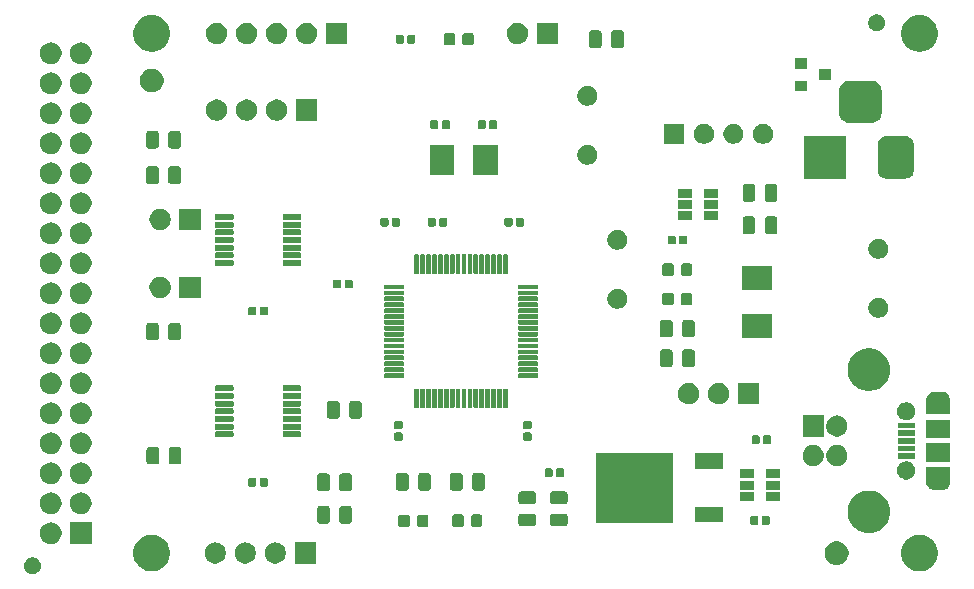
<source format=gbr>
G04 #@! TF.GenerationSoftware,KiCad,Pcbnew,(5.1.6-0-10_14)*
G04 #@! TF.CreationDate,2021-01-09T23:21:08+01:00*
G04 #@! TF.ProjectId,Greaseweazle_F7_Plus_V2,47726561-7365-4776-9561-7a6c655f4637,rev?*
G04 #@! TF.SameCoordinates,Original*
G04 #@! TF.FileFunction,Soldermask,Top*
G04 #@! TF.FilePolarity,Negative*
%FSLAX46Y46*%
G04 Gerber Fmt 4.6, Leading zero omitted, Abs format (unit mm)*
G04 Created by KiCad (PCBNEW (5.1.6-0-10_14)) date 2021-01-09 23:21:08*
%MOMM*%
%LPD*%
G01*
G04 APERTURE LIST*
%ADD10C,0.100000*%
G04 APERTURE END LIST*
D10*
G36*
X152103181Y-147385822D02*
G01*
X152103184Y-147385823D01*
X152103183Y-147385823D01*
X152234943Y-147440400D01*
X152252480Y-147452118D01*
X152353522Y-147519632D01*
X152454368Y-147620478D01*
X152465717Y-147637463D01*
X152530355Y-147734200D01*
X152533601Y-147739059D01*
X152588178Y-147870819D01*
X152616000Y-148010691D01*
X152616000Y-148153309D01*
X152588178Y-148293181D01*
X152554870Y-148373593D01*
X152533600Y-148424943D01*
X152454367Y-148543523D01*
X152353523Y-148644367D01*
X152234943Y-148723600D01*
X152234942Y-148723601D01*
X152234941Y-148723601D01*
X152103181Y-148778178D01*
X151963309Y-148806000D01*
X151820691Y-148806000D01*
X151680819Y-148778178D01*
X151549059Y-148723601D01*
X151549058Y-148723601D01*
X151549057Y-148723600D01*
X151430477Y-148644367D01*
X151329633Y-148543523D01*
X151250400Y-148424943D01*
X151229130Y-148373593D01*
X151195822Y-148293181D01*
X151168000Y-148153309D01*
X151168000Y-148010691D01*
X151195822Y-147870819D01*
X151250399Y-147739059D01*
X151253646Y-147734200D01*
X151318283Y-147637463D01*
X151329632Y-147620478D01*
X151430478Y-147519632D01*
X151531520Y-147452118D01*
X151549057Y-147440400D01*
X151680817Y-147385823D01*
X151680816Y-147385823D01*
X151680819Y-147385822D01*
X151820691Y-147358000D01*
X151963309Y-147358000D01*
X152103181Y-147385822D01*
G37*
G36*
X227302390Y-145479783D02*
G01*
X227452118Y-145509565D01*
X227568960Y-145557963D01*
X227734199Y-145626407D01*
X227734200Y-145626408D01*
X227988068Y-145796036D01*
X228203964Y-146011932D01*
X228262809Y-146100000D01*
X228373593Y-146265801D01*
X228388141Y-146300923D01*
X228490435Y-146547882D01*
X228550000Y-146847338D01*
X228550000Y-147152662D01*
X228490435Y-147452118D01*
X228462469Y-147519633D01*
X228373593Y-147734199D01*
X228345161Y-147776751D01*
X228203964Y-147988068D01*
X227988068Y-148203964D01*
X227860273Y-148289353D01*
X227734199Y-148373593D01*
X227610229Y-148424943D01*
X227452118Y-148490435D01*
X227302390Y-148520218D01*
X227152663Y-148550000D01*
X226847337Y-148550000D01*
X226697610Y-148520218D01*
X226547882Y-148490435D01*
X226389771Y-148424943D01*
X226265801Y-148373593D01*
X226139727Y-148289353D01*
X226011932Y-148203964D01*
X225796036Y-147988068D01*
X225654839Y-147776751D01*
X225626407Y-147734199D01*
X225537531Y-147519633D01*
X225509565Y-147452118D01*
X225450000Y-147152662D01*
X225450000Y-146847338D01*
X225509565Y-146547882D01*
X225611859Y-146300923D01*
X225626407Y-146265801D01*
X225737191Y-146100000D01*
X225796036Y-146011932D01*
X226011932Y-145796036D01*
X226265800Y-145626408D01*
X226265801Y-145626407D01*
X226431040Y-145557963D01*
X226547882Y-145509565D01*
X226697610Y-145479783D01*
X226847337Y-145450000D01*
X227152663Y-145450000D01*
X227302390Y-145479783D01*
G37*
G36*
X162302390Y-145479783D02*
G01*
X162452118Y-145509565D01*
X162568960Y-145557963D01*
X162734199Y-145626407D01*
X162734200Y-145626408D01*
X162988068Y-145796036D01*
X163203964Y-146011932D01*
X163262809Y-146100000D01*
X163373593Y-146265801D01*
X163388141Y-146300923D01*
X163490435Y-146547882D01*
X163550000Y-146847338D01*
X163550000Y-147152662D01*
X163490435Y-147452118D01*
X163462469Y-147519633D01*
X163373593Y-147734199D01*
X163345161Y-147776751D01*
X163203964Y-147988068D01*
X162988068Y-148203964D01*
X162860273Y-148289353D01*
X162734199Y-148373593D01*
X162610229Y-148424943D01*
X162452118Y-148490435D01*
X162302390Y-148520218D01*
X162152663Y-148550000D01*
X161847337Y-148550000D01*
X161697610Y-148520218D01*
X161547882Y-148490435D01*
X161389771Y-148424943D01*
X161265801Y-148373593D01*
X161139727Y-148289353D01*
X161011932Y-148203964D01*
X160796036Y-147988068D01*
X160654839Y-147776751D01*
X160626407Y-147734199D01*
X160537531Y-147519633D01*
X160509565Y-147452118D01*
X160450000Y-147152662D01*
X160450000Y-146847338D01*
X160509565Y-146547882D01*
X160611859Y-146300923D01*
X160626407Y-146265801D01*
X160737191Y-146100000D01*
X160796036Y-146011932D01*
X161011932Y-145796036D01*
X161265800Y-145626408D01*
X161265801Y-145626407D01*
X161431040Y-145557963D01*
X161547882Y-145509565D01*
X161697610Y-145479783D01*
X161847337Y-145450000D01*
X162152663Y-145450000D01*
X162302390Y-145479783D01*
G37*
G36*
X220195090Y-146019215D02*
G01*
X220291689Y-146038429D01*
X220473678Y-146113811D01*
X220637463Y-146223249D01*
X220776751Y-146362537D01*
X220886189Y-146526322D01*
X220961571Y-146708311D01*
X221000000Y-146901509D01*
X221000000Y-147098491D01*
X220961571Y-147291689D01*
X220886189Y-147473678D01*
X220776751Y-147637463D01*
X220637463Y-147776751D01*
X220473678Y-147886189D01*
X220291689Y-147961571D01*
X220195090Y-147980785D01*
X220098493Y-148000000D01*
X219901507Y-148000000D01*
X219804910Y-147980785D01*
X219708311Y-147961571D01*
X219526322Y-147886189D01*
X219362537Y-147776751D01*
X219223249Y-147637463D01*
X219113811Y-147473678D01*
X219038429Y-147291689D01*
X219000000Y-147098491D01*
X219000000Y-146901509D01*
X219038429Y-146708311D01*
X219113811Y-146526322D01*
X219223249Y-146362537D01*
X219362537Y-146223249D01*
X219526322Y-146113811D01*
X219708311Y-146038429D01*
X219804910Y-146019215D01*
X219901507Y-146000000D01*
X220098493Y-146000000D01*
X220195090Y-146019215D01*
G37*
G36*
X175900000Y-147900000D02*
G01*
X174100000Y-147900000D01*
X174100000Y-146100000D01*
X175900000Y-146100000D01*
X175900000Y-147900000D01*
G37*
G36*
X172618076Y-146113811D02*
G01*
X172722520Y-146134586D01*
X172838335Y-146182558D01*
X172876801Y-146198491D01*
X172886310Y-146202430D01*
X173033717Y-146300924D01*
X173159076Y-146426283D01*
X173257570Y-146573690D01*
X173325414Y-146737480D01*
X173360000Y-146911358D01*
X173360000Y-147088642D01*
X173325414Y-147262520D01*
X173257570Y-147426310D01*
X173159076Y-147573717D01*
X173033717Y-147699076D01*
X172886310Y-147797570D01*
X172722520Y-147865414D01*
X172664561Y-147876943D01*
X172548644Y-147900000D01*
X172371356Y-147900000D01*
X172255439Y-147876943D01*
X172197480Y-147865414D01*
X172033690Y-147797570D01*
X171886283Y-147699076D01*
X171760924Y-147573717D01*
X171662430Y-147426310D01*
X171594586Y-147262520D01*
X171560000Y-147088642D01*
X171560000Y-146911358D01*
X171594586Y-146737480D01*
X171662430Y-146573690D01*
X171760924Y-146426283D01*
X171886283Y-146300924D01*
X172033690Y-146202430D01*
X172043200Y-146198491D01*
X172081665Y-146182558D01*
X172197480Y-146134586D01*
X172301924Y-146113811D01*
X172371356Y-146100000D01*
X172548644Y-146100000D01*
X172618076Y-146113811D01*
G37*
G36*
X170078076Y-146113811D02*
G01*
X170182520Y-146134586D01*
X170298335Y-146182558D01*
X170336801Y-146198491D01*
X170346310Y-146202430D01*
X170493717Y-146300924D01*
X170619076Y-146426283D01*
X170717570Y-146573690D01*
X170785414Y-146737480D01*
X170820000Y-146911358D01*
X170820000Y-147088642D01*
X170785414Y-147262520D01*
X170717570Y-147426310D01*
X170619076Y-147573717D01*
X170493717Y-147699076D01*
X170346310Y-147797570D01*
X170182520Y-147865414D01*
X170124561Y-147876943D01*
X170008644Y-147900000D01*
X169831356Y-147900000D01*
X169715439Y-147876943D01*
X169657480Y-147865414D01*
X169493690Y-147797570D01*
X169346283Y-147699076D01*
X169220924Y-147573717D01*
X169122430Y-147426310D01*
X169054586Y-147262520D01*
X169020000Y-147088642D01*
X169020000Y-146911358D01*
X169054586Y-146737480D01*
X169122430Y-146573690D01*
X169220924Y-146426283D01*
X169346283Y-146300924D01*
X169493690Y-146202430D01*
X169503200Y-146198491D01*
X169541665Y-146182558D01*
X169657480Y-146134586D01*
X169761924Y-146113811D01*
X169831356Y-146100000D01*
X170008644Y-146100000D01*
X170078076Y-146113811D01*
G37*
G36*
X167538076Y-146113811D02*
G01*
X167642520Y-146134586D01*
X167758335Y-146182558D01*
X167796801Y-146198491D01*
X167806310Y-146202430D01*
X167953717Y-146300924D01*
X168079076Y-146426283D01*
X168177570Y-146573690D01*
X168245414Y-146737480D01*
X168280000Y-146911358D01*
X168280000Y-147088642D01*
X168245414Y-147262520D01*
X168177570Y-147426310D01*
X168079076Y-147573717D01*
X167953717Y-147699076D01*
X167806310Y-147797570D01*
X167642520Y-147865414D01*
X167584561Y-147876943D01*
X167468644Y-147900000D01*
X167291356Y-147900000D01*
X167175439Y-147876943D01*
X167117480Y-147865414D01*
X166953690Y-147797570D01*
X166806283Y-147699076D01*
X166680924Y-147573717D01*
X166582430Y-147426310D01*
X166514586Y-147262520D01*
X166480000Y-147088642D01*
X166480000Y-146911358D01*
X166514586Y-146737480D01*
X166582430Y-146573690D01*
X166680924Y-146426283D01*
X166806283Y-146300924D01*
X166953690Y-146202430D01*
X166963200Y-146198491D01*
X167001665Y-146182558D01*
X167117480Y-146134586D01*
X167221924Y-146113811D01*
X167291356Y-146100000D01*
X167468644Y-146100000D01*
X167538076Y-146113811D01*
G37*
G36*
X156913600Y-146233600D02*
G01*
X155086400Y-146233600D01*
X155086400Y-144406400D01*
X156913600Y-144406400D01*
X156913600Y-146233600D01*
G37*
G36*
X153608817Y-144418103D02*
G01*
X153726487Y-144441509D01*
X153892752Y-144510378D01*
X154042386Y-144610360D01*
X154169640Y-144737614D01*
X154269622Y-144887248D01*
X154338491Y-145053513D01*
X154373600Y-145230018D01*
X154373600Y-145409982D01*
X154338491Y-145586487D01*
X154269622Y-145752752D01*
X154169640Y-145902386D01*
X154042386Y-146029640D01*
X153892752Y-146129622D01*
X153726487Y-146198491D01*
X153608817Y-146221897D01*
X153549983Y-146233600D01*
X153370017Y-146233600D01*
X153311183Y-146221897D01*
X153193513Y-146198491D01*
X153027248Y-146129622D01*
X152877614Y-146029640D01*
X152750360Y-145902386D01*
X152650378Y-145752752D01*
X152581509Y-145586487D01*
X152546400Y-145409982D01*
X152546400Y-145230018D01*
X152581509Y-145053513D01*
X152650378Y-144887248D01*
X152750360Y-144737614D01*
X152877614Y-144610360D01*
X153027248Y-144510378D01*
X153193513Y-144441509D01*
X153311183Y-144418103D01*
X153370017Y-144406400D01*
X153549983Y-144406400D01*
X153608817Y-144418103D01*
G37*
G36*
X223038105Y-141750000D02*
G01*
X223235041Y-141789173D01*
X223562620Y-141924861D01*
X223857433Y-142121849D01*
X224108151Y-142372567D01*
X224305139Y-142667380D01*
X224440827Y-142994959D01*
X224474564Y-143164565D01*
X224510000Y-143342714D01*
X224510000Y-143697286D01*
X224485910Y-143818393D01*
X224440827Y-144045041D01*
X224305139Y-144372620D01*
X224108151Y-144667433D01*
X223857433Y-144918151D01*
X223562620Y-145115139D01*
X223235041Y-145250827D01*
X223061162Y-145285414D01*
X222887286Y-145320000D01*
X222532714Y-145320000D01*
X222358838Y-145285414D01*
X222184959Y-145250827D01*
X221857380Y-145115139D01*
X221562567Y-144918151D01*
X221311849Y-144667433D01*
X221114861Y-144372620D01*
X220979173Y-144045041D01*
X220934090Y-143818393D01*
X220910000Y-143697286D01*
X220910000Y-143342714D01*
X220945436Y-143164565D01*
X220979173Y-142994959D01*
X221114861Y-142667380D01*
X221311849Y-142372567D01*
X221562567Y-142121849D01*
X221857380Y-141924861D01*
X222184959Y-141789173D01*
X222381895Y-141750000D01*
X222532714Y-141720000D01*
X222887286Y-141720000D01*
X223038105Y-141750000D01*
G37*
G36*
X185248879Y-143751440D02*
G01*
X185289870Y-143763874D01*
X185327645Y-143784065D01*
X185360758Y-143811242D01*
X185387935Y-143844355D01*
X185408126Y-143882130D01*
X185420560Y-143923121D01*
X185425000Y-143968204D01*
X185425000Y-144575796D01*
X185420560Y-144620879D01*
X185408126Y-144661870D01*
X185387935Y-144699645D01*
X185360758Y-144732758D01*
X185327645Y-144759935D01*
X185289870Y-144780126D01*
X185248879Y-144792560D01*
X185203796Y-144797000D01*
X184671204Y-144797000D01*
X184626121Y-144792560D01*
X184585130Y-144780126D01*
X184547355Y-144759935D01*
X184514242Y-144732758D01*
X184487065Y-144699645D01*
X184466874Y-144661870D01*
X184454440Y-144620879D01*
X184450000Y-144575796D01*
X184450000Y-143968204D01*
X184454440Y-143923121D01*
X184466874Y-143882130D01*
X184487065Y-143844355D01*
X184514242Y-143811242D01*
X184547355Y-143784065D01*
X184585130Y-143763874D01*
X184626121Y-143751440D01*
X184671204Y-143747000D01*
X185203796Y-143747000D01*
X185248879Y-143751440D01*
G37*
G36*
X183673879Y-143751440D02*
G01*
X183714870Y-143763874D01*
X183752645Y-143784065D01*
X183785758Y-143811242D01*
X183812935Y-143844355D01*
X183833126Y-143882130D01*
X183845560Y-143923121D01*
X183850000Y-143968204D01*
X183850000Y-144575796D01*
X183845560Y-144620879D01*
X183833126Y-144661870D01*
X183812935Y-144699645D01*
X183785758Y-144732758D01*
X183752645Y-144759935D01*
X183714870Y-144780126D01*
X183673879Y-144792560D01*
X183628796Y-144797000D01*
X183096204Y-144797000D01*
X183051121Y-144792560D01*
X183010130Y-144780126D01*
X182972355Y-144759935D01*
X182939242Y-144732758D01*
X182912065Y-144699645D01*
X182891874Y-144661870D01*
X182879440Y-144620879D01*
X182875000Y-144575796D01*
X182875000Y-143968204D01*
X182879440Y-143923121D01*
X182891874Y-143882130D01*
X182912065Y-143844355D01*
X182939242Y-143811242D01*
X182972355Y-143784065D01*
X183010130Y-143763874D01*
X183051121Y-143751440D01*
X183096204Y-143747000D01*
X183628796Y-143747000D01*
X183673879Y-143751440D01*
G37*
G36*
X189820879Y-143729440D02*
G01*
X189861870Y-143741874D01*
X189899645Y-143762065D01*
X189932758Y-143789242D01*
X189959935Y-143822355D01*
X189980126Y-143860130D01*
X189992560Y-143901121D01*
X189997000Y-143946204D01*
X189997000Y-144553796D01*
X189992560Y-144598879D01*
X189980126Y-144639870D01*
X189959935Y-144677645D01*
X189932758Y-144710758D01*
X189899645Y-144737935D01*
X189861870Y-144758126D01*
X189820879Y-144770560D01*
X189775796Y-144775000D01*
X189243204Y-144775000D01*
X189198121Y-144770560D01*
X189157130Y-144758126D01*
X189119355Y-144737935D01*
X189086242Y-144710758D01*
X189059065Y-144677645D01*
X189038874Y-144639870D01*
X189026440Y-144598879D01*
X189022000Y-144553796D01*
X189022000Y-143946204D01*
X189026440Y-143901121D01*
X189038874Y-143860130D01*
X189059065Y-143822355D01*
X189086242Y-143789242D01*
X189119355Y-143762065D01*
X189157130Y-143741874D01*
X189198121Y-143729440D01*
X189243204Y-143725000D01*
X189775796Y-143725000D01*
X189820879Y-143729440D01*
G37*
G36*
X188245879Y-143729440D02*
G01*
X188286870Y-143741874D01*
X188324645Y-143762065D01*
X188357758Y-143789242D01*
X188384935Y-143822355D01*
X188405126Y-143860130D01*
X188417560Y-143901121D01*
X188422000Y-143946204D01*
X188422000Y-144553796D01*
X188417560Y-144598879D01*
X188405126Y-144639870D01*
X188384935Y-144677645D01*
X188357758Y-144710758D01*
X188324645Y-144737935D01*
X188286870Y-144758126D01*
X188245879Y-144770560D01*
X188200796Y-144775000D01*
X187668204Y-144775000D01*
X187623121Y-144770560D01*
X187582130Y-144758126D01*
X187544355Y-144737935D01*
X187511242Y-144710758D01*
X187484065Y-144677645D01*
X187463874Y-144639870D01*
X187451440Y-144598879D01*
X187447000Y-144553796D01*
X187447000Y-143946204D01*
X187451440Y-143901121D01*
X187463874Y-143860130D01*
X187484065Y-143822355D01*
X187511242Y-143789242D01*
X187544355Y-143762065D01*
X187582130Y-143741874D01*
X187623121Y-143729440D01*
X187668204Y-143725000D01*
X188200796Y-143725000D01*
X188245879Y-143729440D01*
G37*
G36*
X197022755Y-143660920D02*
G01*
X197068435Y-143674777D01*
X197110535Y-143697281D01*
X197147436Y-143727564D01*
X197177719Y-143764465D01*
X197200223Y-143806565D01*
X197214080Y-143852245D01*
X197219000Y-143902203D01*
X197219000Y-144484797D01*
X197214080Y-144534755D01*
X197200223Y-144580435D01*
X197177719Y-144622535D01*
X197147436Y-144659436D01*
X197110535Y-144689719D01*
X197068435Y-144712223D01*
X197022755Y-144726080D01*
X196972797Y-144731000D01*
X195965203Y-144731000D01*
X195915245Y-144726080D01*
X195869565Y-144712223D01*
X195827465Y-144689719D01*
X195790564Y-144659436D01*
X195760281Y-144622535D01*
X195737777Y-144580435D01*
X195723920Y-144534755D01*
X195719000Y-144484797D01*
X195719000Y-143902203D01*
X195723920Y-143852245D01*
X195737777Y-143806565D01*
X195760281Y-143764465D01*
X195790564Y-143727564D01*
X195827465Y-143697281D01*
X195869565Y-143674777D01*
X195915245Y-143660920D01*
X195965203Y-143656000D01*
X196972797Y-143656000D01*
X197022755Y-143660920D01*
G37*
G36*
X194355755Y-143660920D02*
G01*
X194401435Y-143674777D01*
X194443535Y-143697281D01*
X194480436Y-143727564D01*
X194510719Y-143764465D01*
X194533223Y-143806565D01*
X194547080Y-143852245D01*
X194552000Y-143902203D01*
X194552000Y-144484797D01*
X194547080Y-144534755D01*
X194533223Y-144580435D01*
X194510719Y-144622535D01*
X194480436Y-144659436D01*
X194443535Y-144689719D01*
X194401435Y-144712223D01*
X194355755Y-144726080D01*
X194305797Y-144731000D01*
X193298203Y-144731000D01*
X193248245Y-144726080D01*
X193202565Y-144712223D01*
X193160465Y-144689719D01*
X193123564Y-144659436D01*
X193093281Y-144622535D01*
X193070777Y-144580435D01*
X193056920Y-144534755D01*
X193052000Y-144484797D01*
X193052000Y-143902203D01*
X193056920Y-143852245D01*
X193070777Y-143806565D01*
X193093281Y-143764465D01*
X193123564Y-143727564D01*
X193160465Y-143697281D01*
X193202565Y-143674777D01*
X193248245Y-143660920D01*
X193298203Y-143656000D01*
X194305797Y-143656000D01*
X194355755Y-143660920D01*
G37*
G36*
X214211228Y-143883071D02*
G01*
X214238855Y-143891452D01*
X214264311Y-143905058D01*
X214286627Y-143923373D01*
X214304942Y-143945689D01*
X214318548Y-143971145D01*
X214326929Y-143998772D01*
X214330000Y-144029954D01*
X214330000Y-144470046D01*
X214326929Y-144501228D01*
X214318548Y-144528855D01*
X214304942Y-144554311D01*
X214286627Y-144576627D01*
X214264311Y-144594942D01*
X214238855Y-144608548D01*
X214211228Y-144616929D01*
X214180046Y-144620000D01*
X213789954Y-144620000D01*
X213758772Y-144616929D01*
X213731145Y-144608548D01*
X213705689Y-144594942D01*
X213683373Y-144576627D01*
X213665058Y-144554311D01*
X213651452Y-144528855D01*
X213643071Y-144501228D01*
X213640000Y-144470046D01*
X213640000Y-144029954D01*
X213643071Y-143998772D01*
X213651452Y-143971145D01*
X213665058Y-143945689D01*
X213683373Y-143923373D01*
X213705689Y-143905058D01*
X213731145Y-143891452D01*
X213758772Y-143883071D01*
X213789954Y-143880000D01*
X214180046Y-143880000D01*
X214211228Y-143883071D01*
G37*
G36*
X213241228Y-143883071D02*
G01*
X213268855Y-143891452D01*
X213294311Y-143905058D01*
X213316627Y-143923373D01*
X213334942Y-143945689D01*
X213348548Y-143971145D01*
X213356929Y-143998772D01*
X213360000Y-144029954D01*
X213360000Y-144470046D01*
X213356929Y-144501228D01*
X213348548Y-144528855D01*
X213334942Y-144554311D01*
X213316627Y-144576627D01*
X213294311Y-144594942D01*
X213268855Y-144608548D01*
X213241228Y-144616929D01*
X213210046Y-144620000D01*
X212819954Y-144620000D01*
X212788772Y-144616929D01*
X212761145Y-144608548D01*
X212735689Y-144594942D01*
X212713373Y-144576627D01*
X212695058Y-144554311D01*
X212681452Y-144528855D01*
X212673071Y-144501228D01*
X212670000Y-144470046D01*
X212670000Y-144029954D01*
X212673071Y-143998772D01*
X212681452Y-143971145D01*
X212695058Y-143945689D01*
X212713373Y-143923373D01*
X212735689Y-143905058D01*
X212761145Y-143891452D01*
X212788772Y-143883071D01*
X212819954Y-143880000D01*
X213210046Y-143880000D01*
X213241228Y-143883071D01*
G37*
G36*
X176881755Y-143018920D02*
G01*
X176927435Y-143032777D01*
X176969535Y-143055281D01*
X177006436Y-143085564D01*
X177036719Y-143122465D01*
X177059223Y-143164565D01*
X177073080Y-143210245D01*
X177078000Y-143260203D01*
X177078000Y-144267797D01*
X177073080Y-144317755D01*
X177059223Y-144363435D01*
X177036719Y-144405535D01*
X177006436Y-144442436D01*
X176969535Y-144472719D01*
X176927435Y-144495223D01*
X176881755Y-144509080D01*
X176831797Y-144514000D01*
X176249203Y-144514000D01*
X176199245Y-144509080D01*
X176153565Y-144495223D01*
X176111465Y-144472719D01*
X176074564Y-144442436D01*
X176044281Y-144405535D01*
X176021777Y-144363435D01*
X176007920Y-144317755D01*
X176003000Y-144267797D01*
X176003000Y-143260203D01*
X176007920Y-143210245D01*
X176021777Y-143164565D01*
X176044281Y-143122465D01*
X176074564Y-143085564D01*
X176111465Y-143055281D01*
X176153565Y-143032777D01*
X176199245Y-143018920D01*
X176249203Y-143014000D01*
X176831797Y-143014000D01*
X176881755Y-143018920D01*
G37*
G36*
X178756755Y-143018920D02*
G01*
X178802435Y-143032777D01*
X178844535Y-143055281D01*
X178881436Y-143085564D01*
X178911719Y-143122465D01*
X178934223Y-143164565D01*
X178948080Y-143210245D01*
X178953000Y-143260203D01*
X178953000Y-144267797D01*
X178948080Y-144317755D01*
X178934223Y-144363435D01*
X178911719Y-144405535D01*
X178881436Y-144442436D01*
X178844535Y-144472719D01*
X178802435Y-144495223D01*
X178756755Y-144509080D01*
X178706797Y-144514000D01*
X178124203Y-144514000D01*
X178074245Y-144509080D01*
X178028565Y-144495223D01*
X177986465Y-144472719D01*
X177949564Y-144442436D01*
X177919281Y-144405535D01*
X177896777Y-144363435D01*
X177882920Y-144317755D01*
X177878000Y-144267797D01*
X177878000Y-143260203D01*
X177882920Y-143210245D01*
X177896777Y-143164565D01*
X177919281Y-143122465D01*
X177949564Y-143085564D01*
X177986465Y-143055281D01*
X178028565Y-143032777D01*
X178074245Y-143018920D01*
X178124203Y-143014000D01*
X178706797Y-143014000D01*
X178756755Y-143018920D01*
G37*
G36*
X206128000Y-144428000D02*
G01*
X199628000Y-144428000D01*
X199628000Y-138528000D01*
X206128000Y-138528000D01*
X206128000Y-144428000D01*
G37*
G36*
X210328000Y-144408000D02*
G01*
X208028000Y-144408000D01*
X208028000Y-143108000D01*
X210328000Y-143108000D01*
X210328000Y-144408000D01*
G37*
G36*
X153608817Y-141878103D02*
G01*
X153726487Y-141901509D01*
X153892752Y-141970378D01*
X154042386Y-142070360D01*
X154169640Y-142197614D01*
X154269622Y-142347248D01*
X154338491Y-142513513D01*
X154353158Y-142587250D01*
X154369098Y-142667382D01*
X154373600Y-142690018D01*
X154373600Y-142869982D01*
X154338491Y-143046487D01*
X154269622Y-143212752D01*
X154169640Y-143362386D01*
X154042386Y-143489640D01*
X153892752Y-143589622D01*
X153726487Y-143658491D01*
X153608817Y-143681897D01*
X153549983Y-143693600D01*
X153370017Y-143693600D01*
X153311183Y-143681897D01*
X153193513Y-143658491D01*
X153027248Y-143589622D01*
X152877614Y-143489640D01*
X152750360Y-143362386D01*
X152650378Y-143212752D01*
X152581509Y-143046487D01*
X152546400Y-142869982D01*
X152546400Y-142690018D01*
X152550903Y-142667382D01*
X152566842Y-142587250D01*
X152581509Y-142513513D01*
X152650378Y-142347248D01*
X152750360Y-142197614D01*
X152877614Y-142070360D01*
X153027248Y-141970378D01*
X153193513Y-141901509D01*
X153311183Y-141878103D01*
X153370017Y-141866400D01*
X153549983Y-141866400D01*
X153608817Y-141878103D01*
G37*
G36*
X156148817Y-141878103D02*
G01*
X156266487Y-141901509D01*
X156432752Y-141970378D01*
X156582386Y-142070360D01*
X156709640Y-142197614D01*
X156809622Y-142347248D01*
X156878491Y-142513513D01*
X156893158Y-142587250D01*
X156909098Y-142667382D01*
X156913600Y-142690018D01*
X156913600Y-142869982D01*
X156878491Y-143046487D01*
X156809622Y-143212752D01*
X156709640Y-143362386D01*
X156582386Y-143489640D01*
X156432752Y-143589622D01*
X156266487Y-143658491D01*
X156148817Y-143681897D01*
X156089983Y-143693600D01*
X155910017Y-143693600D01*
X155851183Y-143681897D01*
X155733513Y-143658491D01*
X155567248Y-143589622D01*
X155417614Y-143489640D01*
X155290360Y-143362386D01*
X155190378Y-143212752D01*
X155121509Y-143046487D01*
X155086400Y-142869982D01*
X155086400Y-142690018D01*
X155090903Y-142667382D01*
X155106842Y-142587250D01*
X155121509Y-142513513D01*
X155190378Y-142347248D01*
X155290360Y-142197614D01*
X155417614Y-142070360D01*
X155567248Y-141970378D01*
X155733513Y-141901509D01*
X155851183Y-141878103D01*
X155910017Y-141866400D01*
X156089983Y-141866400D01*
X156148817Y-141878103D01*
G37*
G36*
X194355755Y-141785920D02*
G01*
X194401435Y-141799777D01*
X194443535Y-141822281D01*
X194480436Y-141852564D01*
X194510719Y-141889465D01*
X194533223Y-141931565D01*
X194547080Y-141977245D01*
X194552000Y-142027203D01*
X194552000Y-142609797D01*
X194547080Y-142659755D01*
X194533223Y-142705435D01*
X194510719Y-142747535D01*
X194480436Y-142784436D01*
X194443535Y-142814719D01*
X194401435Y-142837223D01*
X194355755Y-142851080D01*
X194305797Y-142856000D01*
X193298203Y-142856000D01*
X193248245Y-142851080D01*
X193202565Y-142837223D01*
X193160465Y-142814719D01*
X193123564Y-142784436D01*
X193093281Y-142747535D01*
X193070777Y-142705435D01*
X193056920Y-142659755D01*
X193052000Y-142609797D01*
X193052000Y-142027203D01*
X193056920Y-141977245D01*
X193070777Y-141931565D01*
X193093281Y-141889465D01*
X193123564Y-141852564D01*
X193160465Y-141822281D01*
X193202565Y-141799777D01*
X193248245Y-141785920D01*
X193298203Y-141781000D01*
X194305797Y-141781000D01*
X194355755Y-141785920D01*
G37*
G36*
X197022755Y-141785920D02*
G01*
X197068435Y-141799777D01*
X197110535Y-141822281D01*
X197147436Y-141852564D01*
X197177719Y-141889465D01*
X197200223Y-141931565D01*
X197214080Y-141977245D01*
X197219000Y-142027203D01*
X197219000Y-142609797D01*
X197214080Y-142659755D01*
X197200223Y-142705435D01*
X197177719Y-142747535D01*
X197147436Y-142784436D01*
X197110535Y-142814719D01*
X197068435Y-142837223D01*
X197022755Y-142851080D01*
X196972797Y-142856000D01*
X195965203Y-142856000D01*
X195915245Y-142851080D01*
X195869565Y-142837223D01*
X195827465Y-142814719D01*
X195790564Y-142784436D01*
X195760281Y-142747535D01*
X195737777Y-142705435D01*
X195723920Y-142659755D01*
X195719000Y-142609797D01*
X195719000Y-142027203D01*
X195723920Y-141977245D01*
X195737777Y-141931565D01*
X195760281Y-141889465D01*
X195790564Y-141852564D01*
X195827465Y-141822281D01*
X195869565Y-141799777D01*
X195915245Y-141785920D01*
X195965203Y-141781000D01*
X196972797Y-141781000D01*
X197022755Y-141785920D01*
G37*
G36*
X215180000Y-142575000D02*
G01*
X214020000Y-142575000D01*
X214020000Y-141825000D01*
X215180000Y-141825000D01*
X215180000Y-142575000D01*
G37*
G36*
X212980000Y-142575000D02*
G01*
X211820000Y-142575000D01*
X211820000Y-141825000D01*
X212980000Y-141825000D01*
X212980000Y-142575000D01*
G37*
G36*
X178756755Y-140254920D02*
G01*
X178802435Y-140268777D01*
X178844535Y-140291281D01*
X178881436Y-140321564D01*
X178911719Y-140358465D01*
X178934223Y-140400565D01*
X178948080Y-140446245D01*
X178953000Y-140496203D01*
X178953000Y-141503797D01*
X178948080Y-141553755D01*
X178934223Y-141599435D01*
X178911719Y-141641535D01*
X178881436Y-141678436D01*
X178844535Y-141708719D01*
X178802435Y-141731223D01*
X178756755Y-141745080D01*
X178706797Y-141750000D01*
X178124203Y-141750000D01*
X178074245Y-141745080D01*
X178028565Y-141731223D01*
X177986465Y-141708719D01*
X177949564Y-141678436D01*
X177919281Y-141641535D01*
X177896777Y-141599435D01*
X177882920Y-141553755D01*
X177878000Y-141503797D01*
X177878000Y-140496203D01*
X177882920Y-140446245D01*
X177896777Y-140400565D01*
X177919281Y-140358465D01*
X177949564Y-140321564D01*
X177986465Y-140291281D01*
X178028565Y-140268777D01*
X178074245Y-140254920D01*
X178124203Y-140250000D01*
X178706797Y-140250000D01*
X178756755Y-140254920D01*
G37*
G36*
X176881755Y-140254920D02*
G01*
X176927435Y-140268777D01*
X176969535Y-140291281D01*
X177006436Y-140321564D01*
X177036719Y-140358465D01*
X177059223Y-140400565D01*
X177073080Y-140446245D01*
X177078000Y-140496203D01*
X177078000Y-141503797D01*
X177073080Y-141553755D01*
X177059223Y-141599435D01*
X177036719Y-141641535D01*
X177006436Y-141678436D01*
X176969535Y-141708719D01*
X176927435Y-141731223D01*
X176881755Y-141745080D01*
X176831797Y-141750000D01*
X176249203Y-141750000D01*
X176199245Y-141745080D01*
X176153565Y-141731223D01*
X176111465Y-141708719D01*
X176074564Y-141678436D01*
X176044281Y-141641535D01*
X176021777Y-141599435D01*
X176007920Y-141553755D01*
X176003000Y-141503797D01*
X176003000Y-140496203D01*
X176007920Y-140446245D01*
X176021777Y-140400565D01*
X176044281Y-140358465D01*
X176074564Y-140321564D01*
X176111465Y-140291281D01*
X176153565Y-140268777D01*
X176199245Y-140254920D01*
X176249203Y-140250000D01*
X176831797Y-140250000D01*
X176881755Y-140254920D01*
G37*
G36*
X188125755Y-140224920D02*
G01*
X188171435Y-140238777D01*
X188213535Y-140261281D01*
X188250436Y-140291564D01*
X188280719Y-140328465D01*
X188303223Y-140370565D01*
X188317080Y-140416245D01*
X188322000Y-140466203D01*
X188322000Y-141473797D01*
X188317080Y-141523755D01*
X188303223Y-141569435D01*
X188280719Y-141611535D01*
X188250436Y-141648436D01*
X188213535Y-141678719D01*
X188171435Y-141701223D01*
X188125755Y-141715080D01*
X188075797Y-141720000D01*
X187493203Y-141720000D01*
X187443245Y-141715080D01*
X187397565Y-141701223D01*
X187355465Y-141678719D01*
X187318564Y-141648436D01*
X187288281Y-141611535D01*
X187265777Y-141569435D01*
X187251920Y-141523755D01*
X187247000Y-141473797D01*
X187247000Y-140466203D01*
X187251920Y-140416245D01*
X187265777Y-140370565D01*
X187288281Y-140328465D01*
X187318564Y-140291564D01*
X187355465Y-140261281D01*
X187397565Y-140238777D01*
X187443245Y-140224920D01*
X187493203Y-140220000D01*
X188075797Y-140220000D01*
X188125755Y-140224920D01*
G37*
G36*
X190000755Y-140224920D02*
G01*
X190046435Y-140238777D01*
X190088535Y-140261281D01*
X190125436Y-140291564D01*
X190155719Y-140328465D01*
X190178223Y-140370565D01*
X190192080Y-140416245D01*
X190197000Y-140466203D01*
X190197000Y-141473797D01*
X190192080Y-141523755D01*
X190178223Y-141569435D01*
X190155719Y-141611535D01*
X190125436Y-141648436D01*
X190088535Y-141678719D01*
X190046435Y-141701223D01*
X190000755Y-141715080D01*
X189950797Y-141720000D01*
X189368203Y-141720000D01*
X189318245Y-141715080D01*
X189272565Y-141701223D01*
X189230465Y-141678719D01*
X189193564Y-141648436D01*
X189163281Y-141611535D01*
X189140777Y-141569435D01*
X189126920Y-141523755D01*
X189122000Y-141473797D01*
X189122000Y-140466203D01*
X189126920Y-140416245D01*
X189140777Y-140370565D01*
X189163281Y-140328465D01*
X189193564Y-140291564D01*
X189230465Y-140261281D01*
X189272565Y-140238777D01*
X189318245Y-140224920D01*
X189368203Y-140220000D01*
X189950797Y-140220000D01*
X190000755Y-140224920D01*
G37*
G36*
X185428755Y-140224920D02*
G01*
X185474435Y-140238777D01*
X185516535Y-140261281D01*
X185553436Y-140291564D01*
X185583719Y-140328465D01*
X185606223Y-140370565D01*
X185620080Y-140416245D01*
X185625000Y-140466203D01*
X185625000Y-141473797D01*
X185620080Y-141523755D01*
X185606223Y-141569435D01*
X185583719Y-141611535D01*
X185553436Y-141648436D01*
X185516535Y-141678719D01*
X185474435Y-141701223D01*
X185428755Y-141715080D01*
X185378797Y-141720000D01*
X184796203Y-141720000D01*
X184746245Y-141715080D01*
X184700565Y-141701223D01*
X184658465Y-141678719D01*
X184621564Y-141648436D01*
X184591281Y-141611535D01*
X184568777Y-141569435D01*
X184554920Y-141523755D01*
X184550000Y-141473797D01*
X184550000Y-140466203D01*
X184554920Y-140416245D01*
X184568777Y-140370565D01*
X184591281Y-140328465D01*
X184621564Y-140291564D01*
X184658465Y-140261281D01*
X184700565Y-140238777D01*
X184746245Y-140224920D01*
X184796203Y-140220000D01*
X185378797Y-140220000D01*
X185428755Y-140224920D01*
G37*
G36*
X183553755Y-140224920D02*
G01*
X183599435Y-140238777D01*
X183641535Y-140261281D01*
X183678436Y-140291564D01*
X183708719Y-140328465D01*
X183731223Y-140370565D01*
X183745080Y-140416245D01*
X183750000Y-140466203D01*
X183750000Y-141473797D01*
X183745080Y-141523755D01*
X183731223Y-141569435D01*
X183708719Y-141611535D01*
X183678436Y-141648436D01*
X183641535Y-141678719D01*
X183599435Y-141701223D01*
X183553755Y-141715080D01*
X183503797Y-141720000D01*
X182921203Y-141720000D01*
X182871245Y-141715080D01*
X182825565Y-141701223D01*
X182783465Y-141678719D01*
X182746564Y-141648436D01*
X182716281Y-141611535D01*
X182693777Y-141569435D01*
X182679920Y-141523755D01*
X182675000Y-141473797D01*
X182675000Y-140466203D01*
X182679920Y-140416245D01*
X182693777Y-140370565D01*
X182716281Y-140328465D01*
X182746564Y-140291564D01*
X182783465Y-140261281D01*
X182825565Y-140238777D01*
X182871245Y-140224920D01*
X182921203Y-140220000D01*
X183503797Y-140220000D01*
X183553755Y-140224920D01*
G37*
G36*
X229587500Y-140965620D02*
G01*
X229587740Y-140970510D01*
X229590645Y-141000000D01*
X229587740Y-141029490D01*
X229587500Y-141034380D01*
X229587500Y-141075894D01*
X229584843Y-141080865D01*
X229581998Y-141090245D01*
X229581280Y-141095088D01*
X229578095Y-141127422D01*
X229540927Y-141249948D01*
X229480570Y-141362868D01*
X229399343Y-141461843D01*
X229300368Y-141543070D01*
X229187448Y-141603427D01*
X229064922Y-141640595D01*
X228969432Y-141650000D01*
X228205568Y-141650000D01*
X228110078Y-141640595D01*
X227987552Y-141603427D01*
X227874632Y-141543070D01*
X227775657Y-141461843D01*
X227694430Y-141362868D01*
X227634073Y-141249948D01*
X227596905Y-141127422D01*
X227593721Y-141095094D01*
X227591810Y-141085485D01*
X227588059Y-141076430D01*
X227587500Y-141075593D01*
X227587500Y-141034380D01*
X227587260Y-141029490D01*
X227584355Y-141000000D01*
X227587260Y-140970510D01*
X227587500Y-140965620D01*
X227587500Y-139750000D01*
X229587500Y-139750000D01*
X229587500Y-140965620D01*
G37*
G36*
X215180000Y-141625000D02*
G01*
X214020000Y-141625000D01*
X214020000Y-140875000D01*
X215180000Y-140875000D01*
X215180000Y-141625000D01*
G37*
G36*
X212980000Y-141625000D02*
G01*
X211820000Y-141625000D01*
X211820000Y-140875000D01*
X212980000Y-140875000D01*
X212980000Y-141625000D01*
G37*
G36*
X171711228Y-140633071D02*
G01*
X171738855Y-140641452D01*
X171764311Y-140655058D01*
X171786627Y-140673373D01*
X171804942Y-140695689D01*
X171818548Y-140721145D01*
X171826929Y-140748772D01*
X171830000Y-140779954D01*
X171830000Y-141220046D01*
X171826929Y-141251228D01*
X171818548Y-141278855D01*
X171804942Y-141304311D01*
X171786627Y-141326627D01*
X171764311Y-141344942D01*
X171738855Y-141358548D01*
X171711228Y-141366929D01*
X171680046Y-141370000D01*
X171289954Y-141370000D01*
X171258772Y-141366929D01*
X171231145Y-141358548D01*
X171205689Y-141344942D01*
X171183373Y-141326627D01*
X171165058Y-141304311D01*
X171151452Y-141278855D01*
X171143071Y-141251228D01*
X171140000Y-141220046D01*
X171140000Y-140779954D01*
X171143071Y-140748772D01*
X171151452Y-140721145D01*
X171165058Y-140695689D01*
X171183373Y-140673373D01*
X171205689Y-140655058D01*
X171231145Y-140641452D01*
X171258772Y-140633071D01*
X171289954Y-140630000D01*
X171680046Y-140630000D01*
X171711228Y-140633071D01*
G37*
G36*
X170741228Y-140633071D02*
G01*
X170768855Y-140641452D01*
X170794311Y-140655058D01*
X170816627Y-140673373D01*
X170834942Y-140695689D01*
X170848548Y-140721145D01*
X170856929Y-140748772D01*
X170860000Y-140779954D01*
X170860000Y-141220046D01*
X170856929Y-141251228D01*
X170848548Y-141278855D01*
X170834942Y-141304311D01*
X170816627Y-141326627D01*
X170794311Y-141344942D01*
X170768855Y-141358548D01*
X170741228Y-141366929D01*
X170710046Y-141370000D01*
X170319954Y-141370000D01*
X170288772Y-141366929D01*
X170261145Y-141358548D01*
X170235689Y-141344942D01*
X170213373Y-141326627D01*
X170195058Y-141304311D01*
X170181452Y-141278855D01*
X170173071Y-141251228D01*
X170170000Y-141220046D01*
X170170000Y-140779954D01*
X170173071Y-140748772D01*
X170181452Y-140721145D01*
X170195058Y-140695689D01*
X170213373Y-140673373D01*
X170235689Y-140655058D01*
X170261145Y-140641452D01*
X170288772Y-140633071D01*
X170319954Y-140630000D01*
X170710046Y-140630000D01*
X170741228Y-140633071D01*
G37*
G36*
X153608817Y-139338103D02*
G01*
X153726487Y-139361509D01*
X153892752Y-139430378D01*
X154042386Y-139530360D01*
X154169640Y-139657614D01*
X154269622Y-139807248D01*
X154338491Y-139973513D01*
X154338491Y-139973515D01*
X154373600Y-140150017D01*
X154373600Y-140329983D01*
X154366217Y-140367099D01*
X154338491Y-140506487D01*
X154269622Y-140672752D01*
X154169640Y-140822386D01*
X154042386Y-140949640D01*
X153892752Y-141049622D01*
X153726487Y-141118491D01*
X153608817Y-141141897D01*
X153549983Y-141153600D01*
X153370017Y-141153600D01*
X153311183Y-141141897D01*
X153193513Y-141118491D01*
X153027248Y-141049622D01*
X152877614Y-140949640D01*
X152750360Y-140822386D01*
X152650378Y-140672752D01*
X152581509Y-140506487D01*
X152553783Y-140367099D01*
X152546400Y-140329983D01*
X152546400Y-140150017D01*
X152581509Y-139973515D01*
X152581509Y-139973513D01*
X152650378Y-139807248D01*
X152750360Y-139657614D01*
X152877614Y-139530360D01*
X153027248Y-139430378D01*
X153193513Y-139361509D01*
X153311183Y-139338103D01*
X153370017Y-139326400D01*
X153549983Y-139326400D01*
X153608817Y-139338103D01*
G37*
G36*
X156148817Y-139338103D02*
G01*
X156266487Y-139361509D01*
X156432752Y-139430378D01*
X156582386Y-139530360D01*
X156709640Y-139657614D01*
X156809622Y-139807248D01*
X156878491Y-139973513D01*
X156878491Y-139973515D01*
X156913600Y-140150017D01*
X156913600Y-140329983D01*
X156906217Y-140367099D01*
X156878491Y-140506487D01*
X156809622Y-140672752D01*
X156709640Y-140822386D01*
X156582386Y-140949640D01*
X156432752Y-141049622D01*
X156266487Y-141118491D01*
X156148817Y-141141897D01*
X156089983Y-141153600D01*
X155910017Y-141153600D01*
X155851183Y-141141897D01*
X155733513Y-141118491D01*
X155567248Y-141049622D01*
X155417614Y-140949640D01*
X155290360Y-140822386D01*
X155190378Y-140672752D01*
X155121509Y-140506487D01*
X155093783Y-140367099D01*
X155086400Y-140329983D01*
X155086400Y-140150017D01*
X155121509Y-139973515D01*
X155121509Y-139973513D01*
X155190378Y-139807248D01*
X155290360Y-139657614D01*
X155417614Y-139530360D01*
X155567248Y-139430378D01*
X155733513Y-139361509D01*
X155851183Y-139338103D01*
X155910017Y-139326400D01*
X156089983Y-139326400D01*
X156148817Y-139338103D01*
G37*
G36*
X226113557Y-139254782D02*
G01*
X226254599Y-139313203D01*
X226308824Y-139349435D01*
X226381534Y-139398018D01*
X226489482Y-139505966D01*
X226489483Y-139505968D01*
X226574297Y-139632901D01*
X226632718Y-139773943D01*
X226662500Y-139923668D01*
X226662500Y-140076332D01*
X226632718Y-140226057D01*
X226574297Y-140367099D01*
X226541459Y-140416245D01*
X226489482Y-140494034D01*
X226381534Y-140601982D01*
X226328928Y-140637132D01*
X226254599Y-140686797D01*
X226113557Y-140745218D01*
X225963832Y-140775000D01*
X225811168Y-140775000D01*
X225661443Y-140745218D01*
X225520401Y-140686797D01*
X225446072Y-140637132D01*
X225393466Y-140601982D01*
X225285518Y-140494034D01*
X225233541Y-140416245D01*
X225200703Y-140367099D01*
X225142282Y-140226057D01*
X225112500Y-140076332D01*
X225112500Y-139923668D01*
X225142282Y-139773943D01*
X225200703Y-139632901D01*
X225285517Y-139505968D01*
X225285518Y-139505966D01*
X225393466Y-139398018D01*
X225466176Y-139349435D01*
X225520401Y-139313203D01*
X225661443Y-139254782D01*
X225811168Y-139225000D01*
X225963832Y-139225000D01*
X226113557Y-139254782D01*
G37*
G36*
X215180000Y-140675000D02*
G01*
X214020000Y-140675000D01*
X214020000Y-139925000D01*
X215180000Y-139925000D01*
X215180000Y-140675000D01*
G37*
G36*
X212980000Y-140675000D02*
G01*
X211820000Y-140675000D01*
X211820000Y-139925000D01*
X212980000Y-139925000D01*
X212980000Y-140675000D01*
G37*
G36*
X195829228Y-139841071D02*
G01*
X195856855Y-139849452D01*
X195882311Y-139863058D01*
X195904627Y-139881373D01*
X195922942Y-139903689D01*
X195936548Y-139929145D01*
X195944929Y-139956772D01*
X195948000Y-139987954D01*
X195948000Y-140428046D01*
X195944929Y-140459228D01*
X195936548Y-140486855D01*
X195922942Y-140512311D01*
X195904627Y-140534627D01*
X195882311Y-140552942D01*
X195856855Y-140566548D01*
X195829228Y-140574929D01*
X195798046Y-140578000D01*
X195407954Y-140578000D01*
X195376772Y-140574929D01*
X195349145Y-140566548D01*
X195323689Y-140552942D01*
X195301373Y-140534627D01*
X195283058Y-140512311D01*
X195269452Y-140486855D01*
X195261071Y-140459228D01*
X195258000Y-140428046D01*
X195258000Y-139987954D01*
X195261071Y-139956772D01*
X195269452Y-139929145D01*
X195283058Y-139903689D01*
X195301373Y-139881373D01*
X195323689Y-139863058D01*
X195349145Y-139849452D01*
X195376772Y-139841071D01*
X195407954Y-139838000D01*
X195798046Y-139838000D01*
X195829228Y-139841071D01*
G37*
G36*
X196799228Y-139841071D02*
G01*
X196826855Y-139849452D01*
X196852311Y-139863058D01*
X196874627Y-139881373D01*
X196892942Y-139903689D01*
X196906548Y-139929145D01*
X196914929Y-139956772D01*
X196918000Y-139987954D01*
X196918000Y-140428046D01*
X196914929Y-140459228D01*
X196906548Y-140486855D01*
X196892942Y-140512311D01*
X196874627Y-140534627D01*
X196852311Y-140552942D01*
X196826855Y-140566548D01*
X196799228Y-140574929D01*
X196768046Y-140578000D01*
X196377954Y-140578000D01*
X196346772Y-140574929D01*
X196319145Y-140566548D01*
X196293689Y-140552942D01*
X196271373Y-140534627D01*
X196253058Y-140512311D01*
X196239452Y-140486855D01*
X196231071Y-140459228D01*
X196228000Y-140428046D01*
X196228000Y-139987954D01*
X196231071Y-139956772D01*
X196239452Y-139929145D01*
X196253058Y-139903689D01*
X196271373Y-139881373D01*
X196293689Y-139863058D01*
X196319145Y-139849452D01*
X196346772Y-139841071D01*
X196377954Y-139838000D01*
X196768046Y-139838000D01*
X196799228Y-139841071D01*
G37*
G36*
X210328000Y-139848000D02*
G01*
X208028000Y-139848000D01*
X208028000Y-138548000D01*
X210328000Y-138548000D01*
X210328000Y-139848000D01*
G37*
G36*
X218204561Y-137873057D02*
G01*
X218262520Y-137884586D01*
X218426310Y-137952430D01*
X218573717Y-138050924D01*
X218699076Y-138176283D01*
X218797570Y-138323690D01*
X218833172Y-138409640D01*
X218865414Y-138487481D01*
X218890501Y-138613600D01*
X218900000Y-138661358D01*
X218900000Y-138838642D01*
X218865414Y-139012520D01*
X218797570Y-139176310D01*
X218699076Y-139323717D01*
X218573717Y-139449076D01*
X218426310Y-139547570D01*
X218262520Y-139615414D01*
X218204561Y-139626943D01*
X218088644Y-139650000D01*
X217911356Y-139650000D01*
X217795439Y-139626943D01*
X217737480Y-139615414D01*
X217573690Y-139547570D01*
X217426283Y-139449076D01*
X217300924Y-139323717D01*
X217202430Y-139176310D01*
X217134586Y-139012520D01*
X217100000Y-138838642D01*
X217100000Y-138661358D01*
X217109500Y-138613600D01*
X217134586Y-138487481D01*
X217166829Y-138409640D01*
X217202430Y-138323690D01*
X217300924Y-138176283D01*
X217426283Y-138050924D01*
X217573690Y-137952430D01*
X217737480Y-137884586D01*
X217795439Y-137873057D01*
X217911356Y-137850000D01*
X218088644Y-137850000D01*
X218204561Y-137873057D01*
G37*
G36*
X220204561Y-137873057D02*
G01*
X220262520Y-137884586D01*
X220426310Y-137952430D01*
X220573717Y-138050924D01*
X220699076Y-138176283D01*
X220797570Y-138323690D01*
X220833172Y-138409640D01*
X220865414Y-138487481D01*
X220890501Y-138613600D01*
X220900000Y-138661358D01*
X220900000Y-138838642D01*
X220865414Y-139012520D01*
X220797570Y-139176310D01*
X220699076Y-139323717D01*
X220573717Y-139449076D01*
X220426310Y-139547570D01*
X220262520Y-139615414D01*
X220204561Y-139626943D01*
X220088644Y-139650000D01*
X219911356Y-139650000D01*
X219795439Y-139626943D01*
X219737480Y-139615414D01*
X219573690Y-139547570D01*
X219426283Y-139449076D01*
X219300924Y-139323717D01*
X219202430Y-139176310D01*
X219134586Y-139012520D01*
X219100000Y-138838642D01*
X219100000Y-138661358D01*
X219109500Y-138613600D01*
X219134586Y-138487481D01*
X219166829Y-138409640D01*
X219202430Y-138323690D01*
X219300924Y-138176283D01*
X219426283Y-138050924D01*
X219573690Y-137952430D01*
X219737480Y-137884586D01*
X219795439Y-137873057D01*
X219911356Y-137850000D01*
X220088644Y-137850000D01*
X220204561Y-137873057D01*
G37*
G36*
X164308755Y-138004920D02*
G01*
X164354435Y-138018777D01*
X164396535Y-138041281D01*
X164433436Y-138071564D01*
X164463719Y-138108465D01*
X164486223Y-138150565D01*
X164500080Y-138196245D01*
X164505000Y-138246203D01*
X164505000Y-139253797D01*
X164500080Y-139303755D01*
X164486223Y-139349435D01*
X164463719Y-139391535D01*
X164433436Y-139428436D01*
X164396535Y-139458719D01*
X164354435Y-139481223D01*
X164308755Y-139495080D01*
X164258797Y-139500000D01*
X163676203Y-139500000D01*
X163626245Y-139495080D01*
X163580565Y-139481223D01*
X163538465Y-139458719D01*
X163501564Y-139428436D01*
X163471281Y-139391535D01*
X163448777Y-139349435D01*
X163434920Y-139303755D01*
X163430000Y-139253797D01*
X163430000Y-138246203D01*
X163434920Y-138196245D01*
X163448777Y-138150565D01*
X163471281Y-138108465D01*
X163501564Y-138071564D01*
X163538465Y-138041281D01*
X163580565Y-138018777D01*
X163626245Y-138004920D01*
X163676203Y-138000000D01*
X164258797Y-138000000D01*
X164308755Y-138004920D01*
G37*
G36*
X162433755Y-138004920D02*
G01*
X162479435Y-138018777D01*
X162521535Y-138041281D01*
X162558436Y-138071564D01*
X162588719Y-138108465D01*
X162611223Y-138150565D01*
X162625080Y-138196245D01*
X162630000Y-138246203D01*
X162630000Y-139253797D01*
X162625080Y-139303755D01*
X162611223Y-139349435D01*
X162588719Y-139391535D01*
X162558436Y-139428436D01*
X162521535Y-139458719D01*
X162479435Y-139481223D01*
X162433755Y-139495080D01*
X162383797Y-139500000D01*
X161801203Y-139500000D01*
X161751245Y-139495080D01*
X161705565Y-139481223D01*
X161663465Y-139458719D01*
X161626564Y-139428436D01*
X161596281Y-139391535D01*
X161573777Y-139349435D01*
X161559920Y-139303755D01*
X161555000Y-139253797D01*
X161555000Y-138246203D01*
X161559920Y-138196245D01*
X161573777Y-138150565D01*
X161596281Y-138108465D01*
X161626564Y-138071564D01*
X161663465Y-138041281D01*
X161705565Y-138018777D01*
X161751245Y-138004920D01*
X161801203Y-138000000D01*
X162383797Y-138000000D01*
X162433755Y-138004920D01*
G37*
G36*
X229587500Y-139300000D02*
G01*
X227587500Y-139300000D01*
X227587500Y-137700000D01*
X229587500Y-137700000D01*
X229587500Y-139300000D01*
G37*
G36*
X226612500Y-139050000D02*
G01*
X225162500Y-139050000D01*
X225162500Y-138550000D01*
X226612500Y-138550000D01*
X226612500Y-139050000D01*
G37*
G36*
X153593574Y-136795071D02*
G01*
X153726487Y-136821509D01*
X153892752Y-136890378D01*
X154042386Y-136990360D01*
X154169640Y-137117614D01*
X154269622Y-137267248D01*
X154338491Y-137433513D01*
X154373600Y-137610018D01*
X154373600Y-137789982D01*
X154338491Y-137966487D01*
X154269622Y-138132752D01*
X154169640Y-138282386D01*
X154042386Y-138409640D01*
X153892752Y-138509622D01*
X153726487Y-138578491D01*
X153608817Y-138601897D01*
X153549983Y-138613600D01*
X153370017Y-138613600D01*
X153311183Y-138601897D01*
X153193513Y-138578491D01*
X153027248Y-138509622D01*
X152877614Y-138409640D01*
X152750360Y-138282386D01*
X152650378Y-138132752D01*
X152581509Y-137966487D01*
X152546400Y-137789982D01*
X152546400Y-137610018D01*
X152581509Y-137433513D01*
X152650378Y-137267248D01*
X152750360Y-137117614D01*
X152877614Y-136990360D01*
X153027248Y-136890378D01*
X153193513Y-136821509D01*
X153326426Y-136795071D01*
X153370017Y-136786400D01*
X153549983Y-136786400D01*
X153593574Y-136795071D01*
G37*
G36*
X156133574Y-136795071D02*
G01*
X156266487Y-136821509D01*
X156432752Y-136890378D01*
X156582386Y-136990360D01*
X156709640Y-137117614D01*
X156809622Y-137267248D01*
X156878491Y-137433513D01*
X156913600Y-137610018D01*
X156913600Y-137789982D01*
X156878491Y-137966487D01*
X156809622Y-138132752D01*
X156709640Y-138282386D01*
X156582386Y-138409640D01*
X156432752Y-138509622D01*
X156266487Y-138578491D01*
X156148817Y-138601897D01*
X156089983Y-138613600D01*
X155910017Y-138613600D01*
X155851183Y-138601897D01*
X155733513Y-138578491D01*
X155567248Y-138509622D01*
X155417614Y-138409640D01*
X155290360Y-138282386D01*
X155190378Y-138132752D01*
X155121509Y-137966487D01*
X155086400Y-137789982D01*
X155086400Y-137610018D01*
X155121509Y-137433513D01*
X155190378Y-137267248D01*
X155290360Y-137117614D01*
X155417614Y-136990360D01*
X155567248Y-136890378D01*
X155733513Y-136821509D01*
X155866426Y-136795071D01*
X155910017Y-136786400D01*
X156089983Y-136786400D01*
X156133574Y-136795071D01*
G37*
G36*
X226612500Y-138400000D02*
G01*
X225162500Y-138400000D01*
X225162500Y-137900000D01*
X226612500Y-137900000D01*
X226612500Y-138400000D01*
G37*
G36*
X213355228Y-137047071D02*
G01*
X213382855Y-137055452D01*
X213408311Y-137069058D01*
X213430627Y-137087373D01*
X213448942Y-137109689D01*
X213462548Y-137135145D01*
X213470929Y-137162772D01*
X213474000Y-137193954D01*
X213474000Y-137634046D01*
X213470929Y-137665228D01*
X213462548Y-137692855D01*
X213448942Y-137718311D01*
X213430627Y-137740627D01*
X213408311Y-137758942D01*
X213382855Y-137772548D01*
X213355228Y-137780929D01*
X213324046Y-137784000D01*
X212933954Y-137784000D01*
X212902772Y-137780929D01*
X212875145Y-137772548D01*
X212849689Y-137758942D01*
X212827373Y-137740627D01*
X212809058Y-137718311D01*
X212795452Y-137692855D01*
X212787071Y-137665228D01*
X212784000Y-137634046D01*
X212784000Y-137193954D01*
X212787071Y-137162772D01*
X212795452Y-137135145D01*
X212809058Y-137109689D01*
X212827373Y-137087373D01*
X212849689Y-137069058D01*
X212875145Y-137055452D01*
X212902772Y-137047071D01*
X212933954Y-137044000D01*
X213324046Y-137044000D01*
X213355228Y-137047071D01*
G37*
G36*
X214325228Y-137047071D02*
G01*
X214352855Y-137055452D01*
X214378311Y-137069058D01*
X214400627Y-137087373D01*
X214418942Y-137109689D01*
X214432548Y-137135145D01*
X214440929Y-137162772D01*
X214444000Y-137193954D01*
X214444000Y-137634046D01*
X214440929Y-137665228D01*
X214432548Y-137692855D01*
X214418942Y-137718311D01*
X214400627Y-137740627D01*
X214378311Y-137758942D01*
X214352855Y-137772548D01*
X214325228Y-137780929D01*
X214294046Y-137784000D01*
X213903954Y-137784000D01*
X213872772Y-137780929D01*
X213845145Y-137772548D01*
X213819689Y-137758942D01*
X213797373Y-137740627D01*
X213779058Y-137718311D01*
X213765452Y-137692855D01*
X213757071Y-137665228D01*
X213754000Y-137634046D01*
X213754000Y-137193954D01*
X213757071Y-137162772D01*
X213765452Y-137135145D01*
X213779058Y-137109689D01*
X213797373Y-137087373D01*
X213819689Y-137069058D01*
X213845145Y-137055452D01*
X213872772Y-137047071D01*
X213903954Y-137044000D01*
X214294046Y-137044000D01*
X214325228Y-137047071D01*
G37*
G36*
X226612500Y-137750000D02*
G01*
X225162500Y-137750000D01*
X225162500Y-137250000D01*
X226612500Y-137250000D01*
X226612500Y-137750000D01*
G37*
G36*
X194053228Y-136795071D02*
G01*
X194080855Y-136803452D01*
X194106311Y-136817058D01*
X194128627Y-136835373D01*
X194146942Y-136857689D01*
X194160548Y-136883145D01*
X194168929Y-136910772D01*
X194172000Y-136941954D01*
X194172000Y-137332046D01*
X194168929Y-137363228D01*
X194160548Y-137390855D01*
X194146942Y-137416311D01*
X194128627Y-137438627D01*
X194106311Y-137456942D01*
X194080855Y-137470548D01*
X194053228Y-137478929D01*
X194022046Y-137482000D01*
X193581954Y-137482000D01*
X193550772Y-137478929D01*
X193523145Y-137470548D01*
X193497689Y-137456942D01*
X193475373Y-137438627D01*
X193457058Y-137416311D01*
X193443452Y-137390855D01*
X193435071Y-137363228D01*
X193432000Y-137332046D01*
X193432000Y-136941954D01*
X193435071Y-136910772D01*
X193443452Y-136883145D01*
X193457058Y-136857689D01*
X193475373Y-136835373D01*
X193497689Y-136817058D01*
X193523145Y-136803452D01*
X193550772Y-136795071D01*
X193581954Y-136792000D01*
X194022046Y-136792000D01*
X194053228Y-136795071D01*
G37*
G36*
X183131228Y-136795071D02*
G01*
X183158855Y-136803452D01*
X183184311Y-136817058D01*
X183206627Y-136835373D01*
X183224942Y-136857689D01*
X183238548Y-136883145D01*
X183246929Y-136910772D01*
X183250000Y-136941954D01*
X183250000Y-137332046D01*
X183246929Y-137363228D01*
X183238548Y-137390855D01*
X183224942Y-137416311D01*
X183206627Y-137438627D01*
X183184311Y-137456942D01*
X183158855Y-137470548D01*
X183131228Y-137478929D01*
X183100046Y-137482000D01*
X182659954Y-137482000D01*
X182628772Y-137478929D01*
X182601145Y-137470548D01*
X182575689Y-137456942D01*
X182553373Y-137438627D01*
X182535058Y-137416311D01*
X182521452Y-137390855D01*
X182513071Y-137363228D01*
X182510000Y-137332046D01*
X182510000Y-136941954D01*
X182513071Y-136910772D01*
X182521452Y-136883145D01*
X182535058Y-136857689D01*
X182553373Y-136835373D01*
X182575689Y-136817058D01*
X182601145Y-136803452D01*
X182628772Y-136795071D01*
X182659954Y-136792000D01*
X183100046Y-136792000D01*
X183131228Y-136795071D01*
G37*
G36*
X229587500Y-137300000D02*
G01*
X227587500Y-137300000D01*
X227587500Y-135700000D01*
X229587500Y-135700000D01*
X229587500Y-137300000D01*
G37*
G36*
X174569460Y-136702158D02*
G01*
X174588173Y-136707835D01*
X174605424Y-136717055D01*
X174620539Y-136729461D01*
X174632945Y-136744576D01*
X174642165Y-136761827D01*
X174647842Y-136780540D01*
X174650000Y-136802453D01*
X174650000Y-137097547D01*
X174647842Y-137119460D01*
X174642165Y-137138173D01*
X174632945Y-137155424D01*
X174620539Y-137170539D01*
X174605424Y-137182945D01*
X174588173Y-137192165D01*
X174569460Y-137197842D01*
X174547547Y-137200000D01*
X173177453Y-137200000D01*
X173155540Y-137197842D01*
X173136827Y-137192165D01*
X173119576Y-137182945D01*
X173104461Y-137170539D01*
X173092055Y-137155424D01*
X173082835Y-137138173D01*
X173077158Y-137119460D01*
X173075000Y-137097547D01*
X173075000Y-136802453D01*
X173077158Y-136780540D01*
X173082835Y-136761827D01*
X173092055Y-136744576D01*
X173104461Y-136729461D01*
X173119576Y-136717055D01*
X173136827Y-136707835D01*
X173155540Y-136702158D01*
X173177453Y-136700000D01*
X174547547Y-136700000D01*
X174569460Y-136702158D01*
G37*
G36*
X168844460Y-136702158D02*
G01*
X168863173Y-136707835D01*
X168880424Y-136717055D01*
X168895539Y-136729461D01*
X168907945Y-136744576D01*
X168917165Y-136761827D01*
X168922842Y-136780540D01*
X168925000Y-136802453D01*
X168925000Y-137097547D01*
X168922842Y-137119460D01*
X168917165Y-137138173D01*
X168907945Y-137155424D01*
X168895539Y-137170539D01*
X168880424Y-137182945D01*
X168863173Y-137192165D01*
X168844460Y-137197842D01*
X168822547Y-137200000D01*
X167452453Y-137200000D01*
X167430540Y-137197842D01*
X167411827Y-137192165D01*
X167394576Y-137182945D01*
X167379461Y-137170539D01*
X167367055Y-137155424D01*
X167357835Y-137138173D01*
X167352158Y-137119460D01*
X167350000Y-137097547D01*
X167350000Y-136802453D01*
X167352158Y-136780540D01*
X167357835Y-136761827D01*
X167367055Y-136744576D01*
X167379461Y-136729461D01*
X167394576Y-136717055D01*
X167411827Y-136707835D01*
X167430540Y-136702158D01*
X167452453Y-136700000D01*
X168822547Y-136700000D01*
X168844460Y-136702158D01*
G37*
G36*
X218900000Y-137150000D02*
G01*
X217100000Y-137150000D01*
X217100000Y-135350000D01*
X218900000Y-135350000D01*
X218900000Y-137150000D01*
G37*
G36*
X220174606Y-135367099D02*
G01*
X220262520Y-135384586D01*
X220426310Y-135452430D01*
X220573717Y-135550924D01*
X220699076Y-135676283D01*
X220797570Y-135823690D01*
X220797571Y-135823692D01*
X220865414Y-135987481D01*
X220900000Y-136161356D01*
X220900000Y-136338644D01*
X220886699Y-136405513D01*
X220865414Y-136512520D01*
X220797570Y-136676310D01*
X220699076Y-136823717D01*
X220573717Y-136949076D01*
X220426310Y-137047570D01*
X220262520Y-137115414D01*
X220204561Y-137126943D01*
X220088644Y-137150000D01*
X219911356Y-137150000D01*
X219795439Y-137126943D01*
X219737480Y-137115414D01*
X219573690Y-137047570D01*
X219426283Y-136949076D01*
X219300924Y-136823717D01*
X219202430Y-136676310D01*
X219134586Y-136512520D01*
X219113301Y-136405513D01*
X219100000Y-136338644D01*
X219100000Y-136161356D01*
X219134586Y-135987481D01*
X219202429Y-135823692D01*
X219202430Y-135823690D01*
X219300924Y-135676283D01*
X219426283Y-135550924D01*
X219573690Y-135452430D01*
X219737480Y-135384586D01*
X219825394Y-135367099D01*
X219911356Y-135350000D01*
X220088644Y-135350000D01*
X220174606Y-135367099D01*
G37*
G36*
X226612500Y-137100000D02*
G01*
X225162500Y-137100000D01*
X225162500Y-136600000D01*
X226612500Y-136600000D01*
X226612500Y-137100000D01*
G37*
G36*
X168844460Y-136052158D02*
G01*
X168863173Y-136057835D01*
X168880424Y-136067055D01*
X168895539Y-136079461D01*
X168907945Y-136094576D01*
X168917165Y-136111827D01*
X168922842Y-136130540D01*
X168925000Y-136152453D01*
X168925000Y-136447547D01*
X168922842Y-136469460D01*
X168917165Y-136488173D01*
X168907945Y-136505424D01*
X168895539Y-136520539D01*
X168880424Y-136532945D01*
X168863173Y-136542165D01*
X168844460Y-136547842D01*
X168822547Y-136550000D01*
X167452453Y-136550000D01*
X167430540Y-136547842D01*
X167411827Y-136542165D01*
X167394576Y-136532945D01*
X167379461Y-136520539D01*
X167367055Y-136505424D01*
X167357835Y-136488173D01*
X167352158Y-136469460D01*
X167350000Y-136447547D01*
X167350000Y-136152453D01*
X167352158Y-136130540D01*
X167357835Y-136111827D01*
X167367055Y-136094576D01*
X167379461Y-136079461D01*
X167394576Y-136067055D01*
X167411827Y-136057835D01*
X167430540Y-136052158D01*
X167452453Y-136050000D01*
X168822547Y-136050000D01*
X168844460Y-136052158D01*
G37*
G36*
X174569460Y-136052158D02*
G01*
X174588173Y-136057835D01*
X174605424Y-136067055D01*
X174620539Y-136079461D01*
X174632945Y-136094576D01*
X174642165Y-136111827D01*
X174647842Y-136130540D01*
X174650000Y-136152453D01*
X174650000Y-136447547D01*
X174647842Y-136469460D01*
X174642165Y-136488173D01*
X174632945Y-136505424D01*
X174620539Y-136520539D01*
X174605424Y-136532945D01*
X174588173Y-136542165D01*
X174569460Y-136547842D01*
X174547547Y-136550000D01*
X173177453Y-136550000D01*
X173155540Y-136547842D01*
X173136827Y-136542165D01*
X173119576Y-136532945D01*
X173104461Y-136520539D01*
X173092055Y-136505424D01*
X173082835Y-136488173D01*
X173077158Y-136469460D01*
X173075000Y-136447547D01*
X173075000Y-136152453D01*
X173077158Y-136130540D01*
X173082835Y-136111827D01*
X173092055Y-136094576D01*
X173104461Y-136079461D01*
X173119576Y-136067055D01*
X173136827Y-136057835D01*
X173155540Y-136052158D01*
X173177453Y-136050000D01*
X174547547Y-136050000D01*
X174569460Y-136052158D01*
G37*
G36*
X194053228Y-135825071D02*
G01*
X194080855Y-135833452D01*
X194106311Y-135847058D01*
X194128627Y-135865373D01*
X194146942Y-135887689D01*
X194160548Y-135913145D01*
X194168929Y-135940772D01*
X194172000Y-135971954D01*
X194172000Y-136362046D01*
X194168929Y-136393228D01*
X194160548Y-136420855D01*
X194146942Y-136446311D01*
X194128627Y-136468627D01*
X194106311Y-136486942D01*
X194080855Y-136500548D01*
X194053228Y-136508929D01*
X194022046Y-136512000D01*
X193581954Y-136512000D01*
X193550772Y-136508929D01*
X193523145Y-136500548D01*
X193497689Y-136486942D01*
X193475373Y-136468627D01*
X193457058Y-136446311D01*
X193443452Y-136420855D01*
X193435071Y-136393228D01*
X193432000Y-136362046D01*
X193432000Y-135971954D01*
X193435071Y-135940772D01*
X193443452Y-135913145D01*
X193457058Y-135887689D01*
X193475373Y-135865373D01*
X193497689Y-135847058D01*
X193523145Y-135833452D01*
X193550772Y-135825071D01*
X193581954Y-135822000D01*
X194022046Y-135822000D01*
X194053228Y-135825071D01*
G37*
G36*
X183131228Y-135825071D02*
G01*
X183158855Y-135833452D01*
X183184311Y-135847058D01*
X183206627Y-135865373D01*
X183224942Y-135887689D01*
X183238548Y-135913145D01*
X183246929Y-135940772D01*
X183250000Y-135971954D01*
X183250000Y-136362046D01*
X183246929Y-136393228D01*
X183238548Y-136420855D01*
X183224942Y-136446311D01*
X183206627Y-136468627D01*
X183184311Y-136486942D01*
X183158855Y-136500548D01*
X183131228Y-136508929D01*
X183100046Y-136512000D01*
X182659954Y-136512000D01*
X182628772Y-136508929D01*
X182601145Y-136500548D01*
X182575689Y-136486942D01*
X182553373Y-136468627D01*
X182535058Y-136446311D01*
X182521452Y-136420855D01*
X182513071Y-136393228D01*
X182510000Y-136362046D01*
X182510000Y-135971954D01*
X182513071Y-135940772D01*
X182521452Y-135913145D01*
X182535058Y-135887689D01*
X182553373Y-135865373D01*
X182575689Y-135847058D01*
X182601145Y-135833452D01*
X182628772Y-135825071D01*
X182659954Y-135822000D01*
X183100046Y-135822000D01*
X183131228Y-135825071D01*
G37*
G36*
X226612500Y-136450000D02*
G01*
X225162500Y-136450000D01*
X225162500Y-135950000D01*
X226612500Y-135950000D01*
X226612500Y-136450000D01*
G37*
G36*
X156148817Y-134258103D02*
G01*
X156266487Y-134281509D01*
X156432752Y-134350378D01*
X156582386Y-134450360D01*
X156709640Y-134577614D01*
X156809622Y-134727248D01*
X156878491Y-134893513D01*
X156878491Y-134893515D01*
X156913600Y-135070017D01*
X156913600Y-135249983D01*
X156901897Y-135308817D01*
X156878491Y-135426487D01*
X156809622Y-135592752D01*
X156709640Y-135742386D01*
X156582386Y-135869640D01*
X156432752Y-135969622D01*
X156266487Y-136038491D01*
X156169238Y-136057835D01*
X156089983Y-136073600D01*
X155910017Y-136073600D01*
X155830762Y-136057835D01*
X155733513Y-136038491D01*
X155567248Y-135969622D01*
X155417614Y-135869640D01*
X155290360Y-135742386D01*
X155190378Y-135592752D01*
X155121509Y-135426487D01*
X155098103Y-135308817D01*
X155086400Y-135249983D01*
X155086400Y-135070017D01*
X155121509Y-134893515D01*
X155121509Y-134893513D01*
X155190378Y-134727248D01*
X155290360Y-134577614D01*
X155417614Y-134450360D01*
X155567248Y-134350378D01*
X155733513Y-134281509D01*
X155851183Y-134258103D01*
X155910017Y-134246400D01*
X156089983Y-134246400D01*
X156148817Y-134258103D01*
G37*
G36*
X153608817Y-134258103D02*
G01*
X153726487Y-134281509D01*
X153892752Y-134350378D01*
X154042386Y-134450360D01*
X154169640Y-134577614D01*
X154269622Y-134727248D01*
X154338491Y-134893513D01*
X154338491Y-134893515D01*
X154373600Y-135070017D01*
X154373600Y-135249983D01*
X154361897Y-135308817D01*
X154338491Y-135426487D01*
X154269622Y-135592752D01*
X154169640Y-135742386D01*
X154042386Y-135869640D01*
X153892752Y-135969622D01*
X153726487Y-136038491D01*
X153629238Y-136057835D01*
X153549983Y-136073600D01*
X153370017Y-136073600D01*
X153290762Y-136057835D01*
X153193513Y-136038491D01*
X153027248Y-135969622D01*
X152877614Y-135869640D01*
X152750360Y-135742386D01*
X152650378Y-135592752D01*
X152581509Y-135426487D01*
X152558103Y-135308817D01*
X152546400Y-135249983D01*
X152546400Y-135070017D01*
X152581509Y-134893515D01*
X152581509Y-134893513D01*
X152650378Y-134727248D01*
X152750360Y-134577614D01*
X152877614Y-134450360D01*
X153027248Y-134350378D01*
X153193513Y-134281509D01*
X153311183Y-134258103D01*
X153370017Y-134246400D01*
X153549983Y-134246400D01*
X153608817Y-134258103D01*
G37*
G36*
X168844460Y-135402158D02*
G01*
X168863173Y-135407835D01*
X168880424Y-135417055D01*
X168895539Y-135429461D01*
X168907945Y-135444576D01*
X168917165Y-135461827D01*
X168922842Y-135480540D01*
X168925000Y-135502453D01*
X168925000Y-135797547D01*
X168922842Y-135819460D01*
X168917165Y-135838173D01*
X168907945Y-135855424D01*
X168895539Y-135870539D01*
X168880424Y-135882945D01*
X168863173Y-135892165D01*
X168844460Y-135897842D01*
X168822547Y-135900000D01*
X167452453Y-135900000D01*
X167430540Y-135897842D01*
X167411827Y-135892165D01*
X167394576Y-135882945D01*
X167379461Y-135870539D01*
X167367055Y-135855424D01*
X167357835Y-135838173D01*
X167352158Y-135819460D01*
X167350000Y-135797547D01*
X167350000Y-135502453D01*
X167352158Y-135480540D01*
X167357835Y-135461827D01*
X167367055Y-135444576D01*
X167379461Y-135429461D01*
X167394576Y-135417055D01*
X167411827Y-135407835D01*
X167430540Y-135402158D01*
X167452453Y-135400000D01*
X168822547Y-135400000D01*
X168844460Y-135402158D01*
G37*
G36*
X174569460Y-135402158D02*
G01*
X174588173Y-135407835D01*
X174605424Y-135417055D01*
X174620539Y-135429461D01*
X174632945Y-135444576D01*
X174642165Y-135461827D01*
X174647842Y-135480540D01*
X174650000Y-135502453D01*
X174650000Y-135797547D01*
X174647842Y-135819460D01*
X174642165Y-135838173D01*
X174632945Y-135855424D01*
X174620539Y-135870539D01*
X174605424Y-135882945D01*
X174588173Y-135892165D01*
X174569460Y-135897842D01*
X174547547Y-135900000D01*
X173177453Y-135900000D01*
X173155540Y-135897842D01*
X173136827Y-135892165D01*
X173119576Y-135882945D01*
X173104461Y-135870539D01*
X173092055Y-135855424D01*
X173082835Y-135838173D01*
X173077158Y-135819460D01*
X173075000Y-135797547D01*
X173075000Y-135502453D01*
X173077158Y-135480540D01*
X173082835Y-135461827D01*
X173092055Y-135444576D01*
X173104461Y-135429461D01*
X173119576Y-135417055D01*
X173136827Y-135407835D01*
X173155540Y-135402158D01*
X173177453Y-135400000D01*
X174547547Y-135400000D01*
X174569460Y-135402158D01*
G37*
G36*
X226113557Y-134254782D02*
G01*
X226254599Y-134313203D01*
X226254600Y-134313204D01*
X226381534Y-134398018D01*
X226489482Y-134505966D01*
X226527850Y-134563388D01*
X226574297Y-134632901D01*
X226632718Y-134773943D01*
X226662500Y-134923668D01*
X226662500Y-135076332D01*
X226632718Y-135226057D01*
X226574297Y-135367099D01*
X226534615Y-135426487D01*
X226489482Y-135494034D01*
X226381534Y-135601982D01*
X226317636Y-135644677D01*
X226254599Y-135686797D01*
X226113557Y-135745218D01*
X225963832Y-135775000D01*
X225811168Y-135775000D01*
X225661443Y-135745218D01*
X225520401Y-135686797D01*
X225457364Y-135644677D01*
X225393466Y-135601982D01*
X225285518Y-135494034D01*
X225240385Y-135426487D01*
X225200703Y-135367099D01*
X225142282Y-135226057D01*
X225112500Y-135076332D01*
X225112500Y-134923668D01*
X225142282Y-134773943D01*
X225200703Y-134632901D01*
X225247150Y-134563388D01*
X225285518Y-134505966D01*
X225393466Y-134398018D01*
X225520400Y-134313204D01*
X225520401Y-134313203D01*
X225661443Y-134254782D01*
X225811168Y-134225000D01*
X225963832Y-134225000D01*
X226113557Y-134254782D01*
G37*
G36*
X177711755Y-134128920D02*
G01*
X177757435Y-134142777D01*
X177799535Y-134165281D01*
X177836436Y-134195564D01*
X177866719Y-134232465D01*
X177889223Y-134274565D01*
X177903080Y-134320245D01*
X177908000Y-134370203D01*
X177908000Y-135377797D01*
X177903080Y-135427755D01*
X177889223Y-135473435D01*
X177866719Y-135515535D01*
X177836436Y-135552436D01*
X177799535Y-135582719D01*
X177757435Y-135605223D01*
X177711755Y-135619080D01*
X177661797Y-135624000D01*
X177079203Y-135624000D01*
X177029245Y-135619080D01*
X176983565Y-135605223D01*
X176941465Y-135582719D01*
X176904564Y-135552436D01*
X176874281Y-135515535D01*
X176851777Y-135473435D01*
X176837920Y-135427755D01*
X176833000Y-135377797D01*
X176833000Y-134370203D01*
X176837920Y-134320245D01*
X176851777Y-134274565D01*
X176874281Y-134232465D01*
X176904564Y-134195564D01*
X176941465Y-134165281D01*
X176983565Y-134142777D01*
X177029245Y-134128920D01*
X177079203Y-134124000D01*
X177661797Y-134124000D01*
X177711755Y-134128920D01*
G37*
G36*
X179586755Y-134128920D02*
G01*
X179632435Y-134142777D01*
X179674535Y-134165281D01*
X179711436Y-134195564D01*
X179741719Y-134232465D01*
X179764223Y-134274565D01*
X179778080Y-134320245D01*
X179783000Y-134370203D01*
X179783000Y-135377797D01*
X179778080Y-135427755D01*
X179764223Y-135473435D01*
X179741719Y-135515535D01*
X179711436Y-135552436D01*
X179674535Y-135582719D01*
X179632435Y-135605223D01*
X179586755Y-135619080D01*
X179536797Y-135624000D01*
X178954203Y-135624000D01*
X178904245Y-135619080D01*
X178858565Y-135605223D01*
X178816465Y-135582719D01*
X178779564Y-135552436D01*
X178749281Y-135515535D01*
X178726777Y-135473435D01*
X178712920Y-135427755D01*
X178708000Y-135377797D01*
X178708000Y-134370203D01*
X178712920Y-134320245D01*
X178726777Y-134274565D01*
X178749281Y-134232465D01*
X178779564Y-134195564D01*
X178816465Y-134165281D01*
X178858565Y-134142777D01*
X178904245Y-134128920D01*
X178954203Y-134124000D01*
X179536797Y-134124000D01*
X179586755Y-134128920D01*
G37*
G36*
X174569460Y-134752158D02*
G01*
X174588173Y-134757835D01*
X174605424Y-134767055D01*
X174620539Y-134779461D01*
X174632945Y-134794576D01*
X174642165Y-134811827D01*
X174647842Y-134830540D01*
X174650000Y-134852453D01*
X174650000Y-135147547D01*
X174647842Y-135169460D01*
X174642165Y-135188173D01*
X174632945Y-135205424D01*
X174620539Y-135220539D01*
X174605424Y-135232945D01*
X174588173Y-135242165D01*
X174569460Y-135247842D01*
X174547547Y-135250000D01*
X173177453Y-135250000D01*
X173155540Y-135247842D01*
X173136827Y-135242165D01*
X173119576Y-135232945D01*
X173104461Y-135220539D01*
X173092055Y-135205424D01*
X173082835Y-135188173D01*
X173077158Y-135169460D01*
X173075000Y-135147547D01*
X173075000Y-134852453D01*
X173077158Y-134830540D01*
X173082835Y-134811827D01*
X173092055Y-134794576D01*
X173104461Y-134779461D01*
X173119576Y-134767055D01*
X173136827Y-134757835D01*
X173155540Y-134752158D01*
X173177453Y-134750000D01*
X174547547Y-134750000D01*
X174569460Y-134752158D01*
G37*
G36*
X229064922Y-133359405D02*
G01*
X229187448Y-133396573D01*
X229300368Y-133456930D01*
X229399343Y-133538157D01*
X229480570Y-133637132D01*
X229540927Y-133750052D01*
X229578095Y-133872578D01*
X229581279Y-133904906D01*
X229583190Y-133914515D01*
X229586941Y-133923570D01*
X229587500Y-133924407D01*
X229587500Y-133965620D01*
X229587740Y-133970510D01*
X229590645Y-134000000D01*
X229587740Y-134029490D01*
X229587500Y-134034380D01*
X229587500Y-135250000D01*
X227587500Y-135250000D01*
X227587500Y-134034380D01*
X227587260Y-134029490D01*
X227584355Y-134000000D01*
X227587260Y-133970510D01*
X227587500Y-133965620D01*
X227587500Y-133924106D01*
X227590157Y-133919135D01*
X227593002Y-133909755D01*
X227593720Y-133904912D01*
X227596905Y-133872578D01*
X227634073Y-133750052D01*
X227694430Y-133637132D01*
X227775657Y-133538157D01*
X227874632Y-133456930D01*
X227987552Y-133396573D01*
X228110078Y-133359405D01*
X228205568Y-133350000D01*
X228969432Y-133350000D01*
X229064922Y-133359405D01*
G37*
G36*
X168844460Y-134752158D02*
G01*
X168863173Y-134757835D01*
X168880424Y-134767055D01*
X168895539Y-134779461D01*
X168907945Y-134794576D01*
X168917165Y-134811827D01*
X168922842Y-134830540D01*
X168925000Y-134852453D01*
X168925000Y-135147547D01*
X168922842Y-135169460D01*
X168917165Y-135188173D01*
X168907945Y-135205424D01*
X168895539Y-135220539D01*
X168880424Y-135232945D01*
X168863173Y-135242165D01*
X168844460Y-135247842D01*
X168822547Y-135250000D01*
X167452453Y-135250000D01*
X167430540Y-135247842D01*
X167411827Y-135242165D01*
X167394576Y-135232945D01*
X167379461Y-135220539D01*
X167367055Y-135205424D01*
X167357835Y-135188173D01*
X167352158Y-135169460D01*
X167350000Y-135147547D01*
X167350000Y-134852453D01*
X167352158Y-134830540D01*
X167357835Y-134811827D01*
X167367055Y-134794576D01*
X167379461Y-134779461D01*
X167394576Y-134767055D01*
X167411827Y-134757835D01*
X167430540Y-134752158D01*
X167452453Y-134750000D01*
X168822547Y-134750000D01*
X168844460Y-134752158D01*
G37*
G36*
X189579584Y-133073678D02*
G01*
X189593611Y-133077933D01*
X189606532Y-133084840D01*
X189617862Y-133094138D01*
X189627160Y-133105468D01*
X189634067Y-133118389D01*
X189638322Y-133132416D01*
X189640000Y-133149454D01*
X189640000Y-134644546D01*
X189638322Y-134661584D01*
X189634067Y-134675611D01*
X189627160Y-134688532D01*
X189617862Y-134699862D01*
X189606532Y-134709160D01*
X189593611Y-134716067D01*
X189579584Y-134720322D01*
X189562546Y-134722000D01*
X189317454Y-134722000D01*
X189300416Y-134720322D01*
X189286389Y-134716067D01*
X189273468Y-134709160D01*
X189262138Y-134699862D01*
X189252840Y-134688532D01*
X189245933Y-134675611D01*
X189241678Y-134661584D01*
X189240000Y-134644546D01*
X189240000Y-133149454D01*
X189241678Y-133132416D01*
X189245933Y-133118389D01*
X189252840Y-133105468D01*
X189262138Y-133094138D01*
X189273468Y-133084840D01*
X189286389Y-133077933D01*
X189300416Y-133073678D01*
X189317454Y-133072000D01*
X189562546Y-133072000D01*
X189579584Y-133073678D01*
G37*
G36*
X189079584Y-133073678D02*
G01*
X189093611Y-133077933D01*
X189106532Y-133084840D01*
X189117862Y-133094138D01*
X189127160Y-133105468D01*
X189134067Y-133118389D01*
X189138322Y-133132416D01*
X189140000Y-133149454D01*
X189140000Y-134644546D01*
X189138322Y-134661584D01*
X189134067Y-134675611D01*
X189127160Y-134688532D01*
X189117862Y-134699862D01*
X189106532Y-134709160D01*
X189093611Y-134716067D01*
X189079584Y-134720322D01*
X189062546Y-134722000D01*
X188817454Y-134722000D01*
X188800416Y-134720322D01*
X188786389Y-134716067D01*
X188773468Y-134709160D01*
X188762138Y-134699862D01*
X188752840Y-134688532D01*
X188745933Y-134675611D01*
X188741678Y-134661584D01*
X188740000Y-134644546D01*
X188740000Y-133149454D01*
X188741678Y-133132416D01*
X188745933Y-133118389D01*
X188752840Y-133105468D01*
X188762138Y-133094138D01*
X188773468Y-133084840D01*
X188786389Y-133077933D01*
X188800416Y-133073678D01*
X188817454Y-133072000D01*
X189062546Y-133072000D01*
X189079584Y-133073678D01*
G37*
G36*
X188579584Y-133073678D02*
G01*
X188593611Y-133077933D01*
X188606532Y-133084840D01*
X188617862Y-133094138D01*
X188627160Y-133105468D01*
X188634067Y-133118389D01*
X188638322Y-133132416D01*
X188640000Y-133149454D01*
X188640000Y-134644546D01*
X188638322Y-134661584D01*
X188634067Y-134675611D01*
X188627160Y-134688532D01*
X188617862Y-134699862D01*
X188606532Y-134709160D01*
X188593611Y-134716067D01*
X188579584Y-134720322D01*
X188562546Y-134722000D01*
X188317454Y-134722000D01*
X188300416Y-134720322D01*
X188286389Y-134716067D01*
X188273468Y-134709160D01*
X188262138Y-134699862D01*
X188252840Y-134688532D01*
X188245933Y-134675611D01*
X188241678Y-134661584D01*
X188240000Y-134644546D01*
X188240000Y-133149454D01*
X188241678Y-133132416D01*
X188245933Y-133118389D01*
X188252840Y-133105468D01*
X188262138Y-133094138D01*
X188273468Y-133084840D01*
X188286389Y-133077933D01*
X188300416Y-133073678D01*
X188317454Y-133072000D01*
X188562546Y-133072000D01*
X188579584Y-133073678D01*
G37*
G36*
X190079584Y-133073678D02*
G01*
X190093611Y-133077933D01*
X190106532Y-133084840D01*
X190117862Y-133094138D01*
X190127160Y-133105468D01*
X190134067Y-133118389D01*
X190138322Y-133132416D01*
X190140000Y-133149454D01*
X190140000Y-134644546D01*
X190138322Y-134661584D01*
X190134067Y-134675611D01*
X190127160Y-134688532D01*
X190117862Y-134699862D01*
X190106532Y-134709160D01*
X190093611Y-134716067D01*
X190079584Y-134720322D01*
X190062546Y-134722000D01*
X189817454Y-134722000D01*
X189800416Y-134720322D01*
X189786389Y-134716067D01*
X189773468Y-134709160D01*
X189762138Y-134699862D01*
X189752840Y-134688532D01*
X189745933Y-134675611D01*
X189741678Y-134661584D01*
X189740000Y-134644546D01*
X189740000Y-133149454D01*
X189741678Y-133132416D01*
X189745933Y-133118389D01*
X189752840Y-133105468D01*
X189762138Y-133094138D01*
X189773468Y-133084840D01*
X189786389Y-133077933D01*
X189800416Y-133073678D01*
X189817454Y-133072000D01*
X190062546Y-133072000D01*
X190079584Y-133073678D01*
G37*
G36*
X190579584Y-133073678D02*
G01*
X190593611Y-133077933D01*
X190606532Y-133084840D01*
X190617862Y-133094138D01*
X190627160Y-133105468D01*
X190634067Y-133118389D01*
X190638322Y-133132416D01*
X190640000Y-133149454D01*
X190640000Y-134644546D01*
X190638322Y-134661584D01*
X190634067Y-134675611D01*
X190627160Y-134688532D01*
X190617862Y-134699862D01*
X190606532Y-134709160D01*
X190593611Y-134716067D01*
X190579584Y-134720322D01*
X190562546Y-134722000D01*
X190317454Y-134722000D01*
X190300416Y-134720322D01*
X190286389Y-134716067D01*
X190273468Y-134709160D01*
X190262138Y-134699862D01*
X190252840Y-134688532D01*
X190245933Y-134675611D01*
X190241678Y-134661584D01*
X190240000Y-134644546D01*
X190240000Y-133149454D01*
X190241678Y-133132416D01*
X190245933Y-133118389D01*
X190252840Y-133105468D01*
X190262138Y-133094138D01*
X190273468Y-133084840D01*
X190286389Y-133077933D01*
X190300416Y-133073678D01*
X190317454Y-133072000D01*
X190562546Y-133072000D01*
X190579584Y-133073678D01*
G37*
G36*
X188079584Y-133073678D02*
G01*
X188093611Y-133077933D01*
X188106532Y-133084840D01*
X188117862Y-133094138D01*
X188127160Y-133105468D01*
X188134067Y-133118389D01*
X188138322Y-133132416D01*
X188140000Y-133149454D01*
X188140000Y-134644546D01*
X188138322Y-134661584D01*
X188134067Y-134675611D01*
X188127160Y-134688532D01*
X188117862Y-134699862D01*
X188106532Y-134709160D01*
X188093611Y-134716067D01*
X188079584Y-134720322D01*
X188062546Y-134722000D01*
X187817454Y-134722000D01*
X187800416Y-134720322D01*
X187786389Y-134716067D01*
X187773468Y-134709160D01*
X187762138Y-134699862D01*
X187752840Y-134688532D01*
X187745933Y-134675611D01*
X187741678Y-134661584D01*
X187740000Y-134644546D01*
X187740000Y-133149454D01*
X187741678Y-133132416D01*
X187745933Y-133118389D01*
X187752840Y-133105468D01*
X187762138Y-133094138D01*
X187773468Y-133084840D01*
X187786389Y-133077933D01*
X187800416Y-133073678D01*
X187817454Y-133072000D01*
X188062546Y-133072000D01*
X188079584Y-133073678D01*
G37*
G36*
X191079584Y-133073678D02*
G01*
X191093611Y-133077933D01*
X191106532Y-133084840D01*
X191117862Y-133094138D01*
X191127160Y-133105468D01*
X191134067Y-133118389D01*
X191138322Y-133132416D01*
X191140000Y-133149454D01*
X191140000Y-134644546D01*
X191138322Y-134661584D01*
X191134067Y-134675611D01*
X191127160Y-134688532D01*
X191117862Y-134699862D01*
X191106532Y-134709160D01*
X191093611Y-134716067D01*
X191079584Y-134720322D01*
X191062546Y-134722000D01*
X190817454Y-134722000D01*
X190800416Y-134720322D01*
X190786389Y-134716067D01*
X190773468Y-134709160D01*
X190762138Y-134699862D01*
X190752840Y-134688532D01*
X190745933Y-134675611D01*
X190741678Y-134661584D01*
X190740000Y-134644546D01*
X190740000Y-133149454D01*
X190741678Y-133132416D01*
X190745933Y-133118389D01*
X190752840Y-133105468D01*
X190762138Y-133094138D01*
X190773468Y-133084840D01*
X190786389Y-133077933D01*
X190800416Y-133073678D01*
X190817454Y-133072000D01*
X191062546Y-133072000D01*
X191079584Y-133073678D01*
G37*
G36*
X187579584Y-133073678D02*
G01*
X187593611Y-133077933D01*
X187606532Y-133084840D01*
X187617862Y-133094138D01*
X187627160Y-133105468D01*
X187634067Y-133118389D01*
X187638322Y-133132416D01*
X187640000Y-133149454D01*
X187640000Y-134644546D01*
X187638322Y-134661584D01*
X187634067Y-134675611D01*
X187627160Y-134688532D01*
X187617862Y-134699862D01*
X187606532Y-134709160D01*
X187593611Y-134716067D01*
X187579584Y-134720322D01*
X187562546Y-134722000D01*
X187317454Y-134722000D01*
X187300416Y-134720322D01*
X187286389Y-134716067D01*
X187273468Y-134709160D01*
X187262138Y-134699862D01*
X187252840Y-134688532D01*
X187245933Y-134675611D01*
X187241678Y-134661584D01*
X187240000Y-134644546D01*
X187240000Y-133149454D01*
X187241678Y-133132416D01*
X187245933Y-133118389D01*
X187252840Y-133105468D01*
X187262138Y-133094138D01*
X187273468Y-133084840D01*
X187286389Y-133077933D01*
X187300416Y-133073678D01*
X187317454Y-133072000D01*
X187562546Y-133072000D01*
X187579584Y-133073678D01*
G37*
G36*
X187079584Y-133073678D02*
G01*
X187093611Y-133077933D01*
X187106532Y-133084840D01*
X187117862Y-133094138D01*
X187127160Y-133105468D01*
X187134067Y-133118389D01*
X187138322Y-133132416D01*
X187140000Y-133149454D01*
X187140000Y-134644546D01*
X187138322Y-134661584D01*
X187134067Y-134675611D01*
X187127160Y-134688532D01*
X187117862Y-134699862D01*
X187106532Y-134709160D01*
X187093611Y-134716067D01*
X187079584Y-134720322D01*
X187062546Y-134722000D01*
X186817454Y-134722000D01*
X186800416Y-134720322D01*
X186786389Y-134716067D01*
X186773468Y-134709160D01*
X186762138Y-134699862D01*
X186752840Y-134688532D01*
X186745933Y-134675611D01*
X186741678Y-134661584D01*
X186740000Y-134644546D01*
X186740000Y-133149454D01*
X186741678Y-133132416D01*
X186745933Y-133118389D01*
X186752840Y-133105468D01*
X186762138Y-133094138D01*
X186773468Y-133084840D01*
X186786389Y-133077933D01*
X186800416Y-133073678D01*
X186817454Y-133072000D01*
X187062546Y-133072000D01*
X187079584Y-133073678D01*
G37*
G36*
X191579584Y-133073678D02*
G01*
X191593611Y-133077933D01*
X191606532Y-133084840D01*
X191617862Y-133094138D01*
X191627160Y-133105468D01*
X191634067Y-133118389D01*
X191638322Y-133132416D01*
X191640000Y-133149454D01*
X191640000Y-134644546D01*
X191638322Y-134661584D01*
X191634067Y-134675611D01*
X191627160Y-134688532D01*
X191617862Y-134699862D01*
X191606532Y-134709160D01*
X191593611Y-134716067D01*
X191579584Y-134720322D01*
X191562546Y-134722000D01*
X191317454Y-134722000D01*
X191300416Y-134720322D01*
X191286389Y-134716067D01*
X191273468Y-134709160D01*
X191262138Y-134699862D01*
X191252840Y-134688532D01*
X191245933Y-134675611D01*
X191241678Y-134661584D01*
X191240000Y-134644546D01*
X191240000Y-133149454D01*
X191241678Y-133132416D01*
X191245933Y-133118389D01*
X191252840Y-133105468D01*
X191262138Y-133094138D01*
X191273468Y-133084840D01*
X191286389Y-133077933D01*
X191300416Y-133073678D01*
X191317454Y-133072000D01*
X191562546Y-133072000D01*
X191579584Y-133073678D01*
G37*
G36*
X186579584Y-133073678D02*
G01*
X186593611Y-133077933D01*
X186606532Y-133084840D01*
X186617862Y-133094138D01*
X186627160Y-133105468D01*
X186634067Y-133118389D01*
X186638322Y-133132416D01*
X186640000Y-133149454D01*
X186640000Y-134644546D01*
X186638322Y-134661584D01*
X186634067Y-134675611D01*
X186627160Y-134688532D01*
X186617862Y-134699862D01*
X186606532Y-134709160D01*
X186593611Y-134716067D01*
X186579584Y-134720322D01*
X186562546Y-134722000D01*
X186317454Y-134722000D01*
X186300416Y-134720322D01*
X186286389Y-134716067D01*
X186273468Y-134709160D01*
X186262138Y-134699862D01*
X186252840Y-134688532D01*
X186245933Y-134675611D01*
X186241678Y-134661584D01*
X186240000Y-134644546D01*
X186240000Y-133149454D01*
X186241678Y-133132416D01*
X186245933Y-133118389D01*
X186252840Y-133105468D01*
X186262138Y-133094138D01*
X186273468Y-133084840D01*
X186286389Y-133077933D01*
X186300416Y-133073678D01*
X186317454Y-133072000D01*
X186562546Y-133072000D01*
X186579584Y-133073678D01*
G37*
G36*
X186079584Y-133073678D02*
G01*
X186093611Y-133077933D01*
X186106532Y-133084840D01*
X186117862Y-133094138D01*
X186127160Y-133105468D01*
X186134067Y-133118389D01*
X186138322Y-133132416D01*
X186140000Y-133149454D01*
X186140000Y-134644546D01*
X186138322Y-134661584D01*
X186134067Y-134675611D01*
X186127160Y-134688532D01*
X186117862Y-134699862D01*
X186106532Y-134709160D01*
X186093611Y-134716067D01*
X186079584Y-134720322D01*
X186062546Y-134722000D01*
X185817454Y-134722000D01*
X185800416Y-134720322D01*
X185786389Y-134716067D01*
X185773468Y-134709160D01*
X185762138Y-134699862D01*
X185752840Y-134688532D01*
X185745933Y-134675611D01*
X185741678Y-134661584D01*
X185740000Y-134644546D01*
X185740000Y-133149454D01*
X185741678Y-133132416D01*
X185745933Y-133118389D01*
X185752840Y-133105468D01*
X185762138Y-133094138D01*
X185773468Y-133084840D01*
X185786389Y-133077933D01*
X185800416Y-133073678D01*
X185817454Y-133072000D01*
X186062546Y-133072000D01*
X186079584Y-133073678D01*
G37*
G36*
X185579584Y-133073678D02*
G01*
X185593611Y-133077933D01*
X185606532Y-133084840D01*
X185617862Y-133094138D01*
X185627160Y-133105468D01*
X185634067Y-133118389D01*
X185638322Y-133132416D01*
X185640000Y-133149454D01*
X185640000Y-134644546D01*
X185638322Y-134661584D01*
X185634067Y-134675611D01*
X185627160Y-134688532D01*
X185617862Y-134699862D01*
X185606532Y-134709160D01*
X185593611Y-134716067D01*
X185579584Y-134720322D01*
X185562546Y-134722000D01*
X185317454Y-134722000D01*
X185300416Y-134720322D01*
X185286389Y-134716067D01*
X185273468Y-134709160D01*
X185262138Y-134699862D01*
X185252840Y-134688532D01*
X185245933Y-134675611D01*
X185241678Y-134661584D01*
X185240000Y-134644546D01*
X185240000Y-133149454D01*
X185241678Y-133132416D01*
X185245933Y-133118389D01*
X185252840Y-133105468D01*
X185262138Y-133094138D01*
X185273468Y-133084840D01*
X185286389Y-133077933D01*
X185300416Y-133073678D01*
X185317454Y-133072000D01*
X185562546Y-133072000D01*
X185579584Y-133073678D01*
G37*
G36*
X192079584Y-133073678D02*
G01*
X192093611Y-133077933D01*
X192106532Y-133084840D01*
X192117862Y-133094138D01*
X192127160Y-133105468D01*
X192134067Y-133118389D01*
X192138322Y-133132416D01*
X192140000Y-133149454D01*
X192140000Y-134644546D01*
X192138322Y-134661584D01*
X192134067Y-134675611D01*
X192127160Y-134688532D01*
X192117862Y-134699862D01*
X192106532Y-134709160D01*
X192093611Y-134716067D01*
X192079584Y-134720322D01*
X192062546Y-134722000D01*
X191817454Y-134722000D01*
X191800416Y-134720322D01*
X191786389Y-134716067D01*
X191773468Y-134709160D01*
X191762138Y-134699862D01*
X191752840Y-134688532D01*
X191745933Y-134675611D01*
X191741678Y-134661584D01*
X191740000Y-134644546D01*
X191740000Y-133149454D01*
X191741678Y-133132416D01*
X191745933Y-133118389D01*
X191752840Y-133105468D01*
X191762138Y-133094138D01*
X191773468Y-133084840D01*
X191786389Y-133077933D01*
X191800416Y-133073678D01*
X191817454Y-133072000D01*
X192062546Y-133072000D01*
X192079584Y-133073678D01*
G37*
G36*
X184579584Y-133073678D02*
G01*
X184593611Y-133077933D01*
X184606532Y-133084840D01*
X184617862Y-133094138D01*
X184627160Y-133105468D01*
X184634067Y-133118389D01*
X184638322Y-133132416D01*
X184640000Y-133149454D01*
X184640000Y-134644546D01*
X184638322Y-134661584D01*
X184634067Y-134675611D01*
X184627160Y-134688532D01*
X184617862Y-134699862D01*
X184606532Y-134709160D01*
X184593611Y-134716067D01*
X184579584Y-134720322D01*
X184562546Y-134722000D01*
X184317454Y-134722000D01*
X184300416Y-134720322D01*
X184286389Y-134716067D01*
X184273468Y-134709160D01*
X184262138Y-134699862D01*
X184252840Y-134688532D01*
X184245933Y-134675611D01*
X184241678Y-134661584D01*
X184240000Y-134644546D01*
X184240000Y-133149454D01*
X184241678Y-133132416D01*
X184245933Y-133118389D01*
X184252840Y-133105468D01*
X184262138Y-133094138D01*
X184273468Y-133084840D01*
X184286389Y-133077933D01*
X184300416Y-133073678D01*
X184317454Y-133072000D01*
X184562546Y-133072000D01*
X184579584Y-133073678D01*
G37*
G36*
X185079584Y-133073678D02*
G01*
X185093611Y-133077933D01*
X185106532Y-133084840D01*
X185117862Y-133094138D01*
X185127160Y-133105468D01*
X185134067Y-133118389D01*
X185138322Y-133132416D01*
X185140000Y-133149454D01*
X185140000Y-134644546D01*
X185138322Y-134661584D01*
X185134067Y-134675611D01*
X185127160Y-134688532D01*
X185117862Y-134699862D01*
X185106532Y-134709160D01*
X185093611Y-134716067D01*
X185079584Y-134720322D01*
X185062546Y-134722000D01*
X184817454Y-134722000D01*
X184800416Y-134720322D01*
X184786389Y-134716067D01*
X184773468Y-134709160D01*
X184762138Y-134699862D01*
X184752840Y-134688532D01*
X184745933Y-134675611D01*
X184741678Y-134661584D01*
X184740000Y-134644546D01*
X184740000Y-133149454D01*
X184741678Y-133132416D01*
X184745933Y-133118389D01*
X184752840Y-133105468D01*
X184762138Y-133094138D01*
X184773468Y-133084840D01*
X184786389Y-133077933D01*
X184800416Y-133073678D01*
X184817454Y-133072000D01*
X185062546Y-133072000D01*
X185079584Y-133073678D01*
G37*
G36*
X168844460Y-134102158D02*
G01*
X168863173Y-134107835D01*
X168880424Y-134117055D01*
X168895539Y-134129461D01*
X168907945Y-134144576D01*
X168917165Y-134161827D01*
X168922842Y-134180540D01*
X168925000Y-134202453D01*
X168925000Y-134497547D01*
X168922842Y-134519460D01*
X168917165Y-134538173D01*
X168907945Y-134555424D01*
X168895539Y-134570539D01*
X168880424Y-134582945D01*
X168863173Y-134592165D01*
X168844460Y-134597842D01*
X168822547Y-134600000D01*
X167452453Y-134600000D01*
X167430540Y-134597842D01*
X167411827Y-134592165D01*
X167394576Y-134582945D01*
X167379461Y-134570539D01*
X167367055Y-134555424D01*
X167357835Y-134538173D01*
X167352158Y-134519460D01*
X167350000Y-134497547D01*
X167350000Y-134202453D01*
X167352158Y-134180540D01*
X167357835Y-134161827D01*
X167367055Y-134144576D01*
X167379461Y-134129461D01*
X167394576Y-134117055D01*
X167411827Y-134107835D01*
X167430540Y-134102158D01*
X167452453Y-134100000D01*
X168822547Y-134100000D01*
X168844460Y-134102158D01*
G37*
G36*
X174569460Y-134102158D02*
G01*
X174588173Y-134107835D01*
X174605424Y-134117055D01*
X174620539Y-134129461D01*
X174632945Y-134144576D01*
X174642165Y-134161827D01*
X174647842Y-134180540D01*
X174650000Y-134202453D01*
X174650000Y-134497547D01*
X174647842Y-134519460D01*
X174642165Y-134538173D01*
X174632945Y-134555424D01*
X174620539Y-134570539D01*
X174605424Y-134582945D01*
X174588173Y-134592165D01*
X174569460Y-134597842D01*
X174547547Y-134600000D01*
X173177453Y-134600000D01*
X173155540Y-134597842D01*
X173136827Y-134592165D01*
X173119576Y-134582945D01*
X173104461Y-134570539D01*
X173092055Y-134555424D01*
X173082835Y-134538173D01*
X173077158Y-134519460D01*
X173075000Y-134497547D01*
X173075000Y-134202453D01*
X173077158Y-134180540D01*
X173082835Y-134161827D01*
X173092055Y-134144576D01*
X173104461Y-134129461D01*
X173119576Y-134117055D01*
X173136827Y-134107835D01*
X173155540Y-134102158D01*
X173177453Y-134100000D01*
X174547547Y-134100000D01*
X174569460Y-134102158D01*
G37*
G36*
X213440000Y-134400000D02*
G01*
X211640000Y-134400000D01*
X211640000Y-132600000D01*
X213440000Y-132600000D01*
X213440000Y-134400000D01*
G37*
G36*
X210204561Y-132623057D02*
G01*
X210262520Y-132634586D01*
X210426310Y-132702430D01*
X210573717Y-132800924D01*
X210699076Y-132926283D01*
X210797562Y-133073678D01*
X210797571Y-133073692D01*
X210803851Y-133088853D01*
X210865414Y-133237480D01*
X210868983Y-133255424D01*
X210900000Y-133411356D01*
X210900000Y-133588644D01*
X210876943Y-133704561D01*
X210865414Y-133762520D01*
X210819826Y-133872579D01*
X210799961Y-133920539D01*
X210797570Y-133926310D01*
X210699076Y-134073717D01*
X210573717Y-134199076D01*
X210426310Y-134297570D01*
X210262520Y-134365414D01*
X210204561Y-134376943D01*
X210088644Y-134400000D01*
X209911356Y-134400000D01*
X209795439Y-134376943D01*
X209737480Y-134365414D01*
X209573690Y-134297570D01*
X209426283Y-134199076D01*
X209300924Y-134073717D01*
X209202430Y-133926310D01*
X209200040Y-133920539D01*
X209180174Y-133872579D01*
X209134586Y-133762520D01*
X209123057Y-133704561D01*
X209100000Y-133588644D01*
X209100000Y-133411356D01*
X209131017Y-133255424D01*
X209134586Y-133237480D01*
X209196149Y-133088853D01*
X209202429Y-133073692D01*
X209202438Y-133073678D01*
X209300924Y-132926283D01*
X209426283Y-132800924D01*
X209573690Y-132702430D01*
X209737480Y-132634586D01*
X209795439Y-132623057D01*
X209911356Y-132600000D01*
X210088644Y-132600000D01*
X210204561Y-132623057D01*
G37*
G36*
X207664561Y-132623057D02*
G01*
X207722520Y-132634586D01*
X207886310Y-132702430D01*
X208033717Y-132800924D01*
X208159076Y-132926283D01*
X208257562Y-133073678D01*
X208257571Y-133073692D01*
X208263851Y-133088853D01*
X208325414Y-133237480D01*
X208328983Y-133255424D01*
X208360000Y-133411356D01*
X208360000Y-133588644D01*
X208336943Y-133704561D01*
X208325414Y-133762520D01*
X208279826Y-133872579D01*
X208259961Y-133920539D01*
X208257570Y-133926310D01*
X208159076Y-134073717D01*
X208033717Y-134199076D01*
X207886310Y-134297570D01*
X207722520Y-134365414D01*
X207664561Y-134376943D01*
X207548644Y-134400000D01*
X207371356Y-134400000D01*
X207255439Y-134376943D01*
X207197480Y-134365414D01*
X207033690Y-134297570D01*
X206886283Y-134199076D01*
X206760924Y-134073717D01*
X206662430Y-133926310D01*
X206660040Y-133920539D01*
X206640174Y-133872579D01*
X206594586Y-133762520D01*
X206583057Y-133704561D01*
X206560000Y-133588644D01*
X206560000Y-133411356D01*
X206591017Y-133255424D01*
X206594586Y-133237480D01*
X206656149Y-133088853D01*
X206662429Y-133073692D01*
X206662438Y-133073678D01*
X206760924Y-132926283D01*
X206886283Y-132800924D01*
X207033690Y-132702430D01*
X207197480Y-132634586D01*
X207255439Y-132623057D01*
X207371356Y-132600000D01*
X207548644Y-132600000D01*
X207664561Y-132623057D01*
G37*
G36*
X168844460Y-133452158D02*
G01*
X168863173Y-133457835D01*
X168880424Y-133467055D01*
X168895539Y-133479461D01*
X168907945Y-133494576D01*
X168917165Y-133511827D01*
X168922842Y-133530540D01*
X168925000Y-133552453D01*
X168925000Y-133847547D01*
X168922842Y-133869460D01*
X168917165Y-133888173D01*
X168907945Y-133905424D01*
X168895539Y-133920539D01*
X168880424Y-133932945D01*
X168863173Y-133942165D01*
X168844460Y-133947842D01*
X168822547Y-133950000D01*
X167452453Y-133950000D01*
X167430540Y-133947842D01*
X167411827Y-133942165D01*
X167394576Y-133932945D01*
X167379461Y-133920539D01*
X167367055Y-133905424D01*
X167357835Y-133888173D01*
X167352158Y-133869460D01*
X167350000Y-133847547D01*
X167350000Y-133552453D01*
X167352158Y-133530540D01*
X167357835Y-133511827D01*
X167367055Y-133494576D01*
X167379461Y-133479461D01*
X167394576Y-133467055D01*
X167411827Y-133457835D01*
X167430540Y-133452158D01*
X167452453Y-133450000D01*
X168822547Y-133450000D01*
X168844460Y-133452158D01*
G37*
G36*
X174569460Y-133452158D02*
G01*
X174588173Y-133457835D01*
X174605424Y-133467055D01*
X174620539Y-133479461D01*
X174632945Y-133494576D01*
X174642165Y-133511827D01*
X174647842Y-133530540D01*
X174650000Y-133552453D01*
X174650000Y-133847547D01*
X174647842Y-133869460D01*
X174642165Y-133888173D01*
X174632945Y-133905424D01*
X174620539Y-133920539D01*
X174605424Y-133932945D01*
X174588173Y-133942165D01*
X174569460Y-133947842D01*
X174547547Y-133950000D01*
X173177453Y-133950000D01*
X173155540Y-133947842D01*
X173136827Y-133942165D01*
X173119576Y-133932945D01*
X173104461Y-133920539D01*
X173092055Y-133905424D01*
X173082835Y-133888173D01*
X173077158Y-133869460D01*
X173075000Y-133847547D01*
X173075000Y-133552453D01*
X173077158Y-133530540D01*
X173082835Y-133511827D01*
X173092055Y-133494576D01*
X173104461Y-133479461D01*
X173119576Y-133467055D01*
X173136827Y-133457835D01*
X173155540Y-133452158D01*
X173177453Y-133450000D01*
X174547547Y-133450000D01*
X174569460Y-133452158D01*
G37*
G36*
X156148817Y-131718103D02*
G01*
X156266487Y-131741509D01*
X156432752Y-131810378D01*
X156582386Y-131910360D01*
X156709640Y-132037614D01*
X156809622Y-132187248D01*
X156878491Y-132353513D01*
X156913600Y-132530018D01*
X156913600Y-132709982D01*
X156878491Y-132886487D01*
X156809622Y-133052752D01*
X156709640Y-133202386D01*
X156582386Y-133329640D01*
X156432752Y-133429622D01*
X156266487Y-133498491D01*
X156148817Y-133521897D01*
X156089983Y-133533600D01*
X155910017Y-133533600D01*
X155851183Y-133521897D01*
X155733513Y-133498491D01*
X155567248Y-133429622D01*
X155417614Y-133329640D01*
X155290360Y-133202386D01*
X155190378Y-133052752D01*
X155121509Y-132886487D01*
X155086400Y-132709982D01*
X155086400Y-132530018D01*
X155121509Y-132353513D01*
X155190378Y-132187248D01*
X155290360Y-132037614D01*
X155417614Y-131910360D01*
X155567248Y-131810378D01*
X155733513Y-131741509D01*
X155851183Y-131718103D01*
X155910017Y-131706400D01*
X156089983Y-131706400D01*
X156148817Y-131718103D01*
G37*
G36*
X153608817Y-131718103D02*
G01*
X153726487Y-131741509D01*
X153892752Y-131810378D01*
X154042386Y-131910360D01*
X154169640Y-132037614D01*
X154269622Y-132187248D01*
X154338491Y-132353513D01*
X154373600Y-132530018D01*
X154373600Y-132709982D01*
X154338491Y-132886487D01*
X154269622Y-133052752D01*
X154169640Y-133202386D01*
X154042386Y-133329640D01*
X153892752Y-133429622D01*
X153726487Y-133498491D01*
X153608817Y-133521897D01*
X153549983Y-133533600D01*
X153370017Y-133533600D01*
X153311183Y-133521897D01*
X153193513Y-133498491D01*
X153027248Y-133429622D01*
X152877614Y-133329640D01*
X152750360Y-133202386D01*
X152650378Y-133052752D01*
X152581509Y-132886487D01*
X152546400Y-132709982D01*
X152546400Y-132530018D01*
X152581509Y-132353513D01*
X152650378Y-132187248D01*
X152750360Y-132037614D01*
X152877614Y-131910360D01*
X153027248Y-131810378D01*
X153193513Y-131741509D01*
X153311183Y-131718103D01*
X153370017Y-131706400D01*
X153549983Y-131706400D01*
X153608817Y-131718103D01*
G37*
G36*
X168844460Y-132802158D02*
G01*
X168863173Y-132807835D01*
X168880424Y-132817055D01*
X168895539Y-132829461D01*
X168907945Y-132844576D01*
X168917165Y-132861827D01*
X168922842Y-132880540D01*
X168925000Y-132902453D01*
X168925000Y-133197547D01*
X168922842Y-133219460D01*
X168917165Y-133238173D01*
X168907945Y-133255424D01*
X168895539Y-133270539D01*
X168880424Y-133282945D01*
X168863173Y-133292165D01*
X168844460Y-133297842D01*
X168822547Y-133300000D01*
X167452453Y-133300000D01*
X167430540Y-133297842D01*
X167411827Y-133292165D01*
X167394576Y-133282945D01*
X167379461Y-133270539D01*
X167367055Y-133255424D01*
X167357835Y-133238173D01*
X167352158Y-133219460D01*
X167350000Y-133197547D01*
X167350000Y-132902453D01*
X167352158Y-132880540D01*
X167357835Y-132861827D01*
X167367055Y-132844576D01*
X167379461Y-132829461D01*
X167394576Y-132817055D01*
X167411827Y-132807835D01*
X167430540Y-132802158D01*
X167452453Y-132800000D01*
X168822547Y-132800000D01*
X168844460Y-132802158D01*
G37*
G36*
X174569460Y-132802158D02*
G01*
X174588173Y-132807835D01*
X174605424Y-132817055D01*
X174620539Y-132829461D01*
X174632945Y-132844576D01*
X174642165Y-132861827D01*
X174647842Y-132880540D01*
X174650000Y-132902453D01*
X174650000Y-133197547D01*
X174647842Y-133219460D01*
X174642165Y-133238173D01*
X174632945Y-133255424D01*
X174620539Y-133270539D01*
X174605424Y-133282945D01*
X174588173Y-133292165D01*
X174569460Y-133297842D01*
X174547547Y-133300000D01*
X173177453Y-133300000D01*
X173155540Y-133297842D01*
X173136827Y-133292165D01*
X173119576Y-133282945D01*
X173104461Y-133270539D01*
X173092055Y-133255424D01*
X173082835Y-133238173D01*
X173077158Y-133219460D01*
X173075000Y-133197547D01*
X173075000Y-132902453D01*
X173077158Y-132880540D01*
X173082835Y-132861827D01*
X173092055Y-132844576D01*
X173104461Y-132829461D01*
X173119576Y-132817055D01*
X173136827Y-132807835D01*
X173155540Y-132802158D01*
X173177453Y-132800000D01*
X174547547Y-132800000D01*
X174569460Y-132802158D01*
G37*
G36*
X223061162Y-129714586D02*
G01*
X223235041Y-129749173D01*
X223562620Y-129884861D01*
X223857433Y-130081849D01*
X224108151Y-130332567D01*
X224283200Y-130594546D01*
X224305140Y-130627382D01*
X224318303Y-130659160D01*
X224440827Y-130954959D01*
X224469565Y-131099435D01*
X224510000Y-131302714D01*
X224510000Y-131657286D01*
X224479548Y-131810378D01*
X224440827Y-132005041D01*
X224305139Y-132332620D01*
X224108151Y-132627433D01*
X223857433Y-132878151D01*
X223562620Y-133075139D01*
X223562619Y-133075140D01*
X223562618Y-133075140D01*
X223506415Y-133098420D01*
X223235041Y-133210827D01*
X223101047Y-133237480D01*
X222887286Y-133280000D01*
X222532714Y-133280000D01*
X222318953Y-133237480D01*
X222184959Y-133210827D01*
X221913585Y-133098420D01*
X221857382Y-133075140D01*
X221857381Y-133075140D01*
X221857380Y-133075139D01*
X221562567Y-132878151D01*
X221311849Y-132627433D01*
X221114861Y-132332620D01*
X220979173Y-132005041D01*
X220940452Y-131810378D01*
X220910000Y-131657286D01*
X220910000Y-131302714D01*
X220950435Y-131099435D01*
X220979173Y-130954959D01*
X221101697Y-130659160D01*
X221114860Y-130627382D01*
X221136800Y-130594546D01*
X221311849Y-130332567D01*
X221562567Y-130081849D01*
X221857380Y-129884861D01*
X222184959Y-129749173D01*
X222358838Y-129714586D01*
X222532714Y-129680000D01*
X222887286Y-129680000D01*
X223061162Y-129714586D01*
G37*
G36*
X183279584Y-131773678D02*
G01*
X183293611Y-131777933D01*
X183306532Y-131784840D01*
X183317862Y-131794138D01*
X183327160Y-131805468D01*
X183334067Y-131818389D01*
X183338322Y-131832416D01*
X183340000Y-131849454D01*
X183340000Y-132094546D01*
X183338322Y-132111584D01*
X183334067Y-132125611D01*
X183327160Y-132138532D01*
X183317862Y-132149862D01*
X183306532Y-132159160D01*
X183293611Y-132166067D01*
X183279584Y-132170322D01*
X183262546Y-132172000D01*
X181767454Y-132172000D01*
X181750416Y-132170322D01*
X181736389Y-132166067D01*
X181723468Y-132159160D01*
X181712138Y-132149862D01*
X181702840Y-132138532D01*
X181695933Y-132125611D01*
X181691678Y-132111584D01*
X181690000Y-132094546D01*
X181690000Y-131849454D01*
X181691678Y-131832416D01*
X181695933Y-131818389D01*
X181702840Y-131805468D01*
X181712138Y-131794138D01*
X181723468Y-131784840D01*
X181736389Y-131777933D01*
X181750416Y-131773678D01*
X181767454Y-131772000D01*
X183262546Y-131772000D01*
X183279584Y-131773678D01*
G37*
G36*
X194629584Y-131773678D02*
G01*
X194643611Y-131777933D01*
X194656532Y-131784840D01*
X194667862Y-131794138D01*
X194677160Y-131805468D01*
X194684067Y-131818389D01*
X194688322Y-131832416D01*
X194690000Y-131849454D01*
X194690000Y-132094546D01*
X194688322Y-132111584D01*
X194684067Y-132125611D01*
X194677160Y-132138532D01*
X194667862Y-132149862D01*
X194656532Y-132159160D01*
X194643611Y-132166067D01*
X194629584Y-132170322D01*
X194612546Y-132172000D01*
X193117454Y-132172000D01*
X193100416Y-132170322D01*
X193086389Y-132166067D01*
X193073468Y-132159160D01*
X193062138Y-132149862D01*
X193052840Y-132138532D01*
X193045933Y-132125611D01*
X193041678Y-132111584D01*
X193040000Y-132094546D01*
X193040000Y-131849454D01*
X193041678Y-131832416D01*
X193045933Y-131818389D01*
X193052840Y-131805468D01*
X193062138Y-131794138D01*
X193073468Y-131784840D01*
X193086389Y-131777933D01*
X193100416Y-131773678D01*
X193117454Y-131772000D01*
X194612546Y-131772000D01*
X194629584Y-131773678D01*
G37*
G36*
X183279584Y-131273678D02*
G01*
X183293611Y-131277933D01*
X183306532Y-131284840D01*
X183317862Y-131294138D01*
X183327160Y-131305468D01*
X183334067Y-131318389D01*
X183338322Y-131332416D01*
X183340000Y-131349454D01*
X183340000Y-131594546D01*
X183338322Y-131611584D01*
X183334067Y-131625611D01*
X183327160Y-131638532D01*
X183317862Y-131649862D01*
X183306532Y-131659160D01*
X183293611Y-131666067D01*
X183279584Y-131670322D01*
X183262546Y-131672000D01*
X181767454Y-131672000D01*
X181750416Y-131670322D01*
X181736389Y-131666067D01*
X181723468Y-131659160D01*
X181712138Y-131649862D01*
X181702840Y-131638532D01*
X181695933Y-131625611D01*
X181691678Y-131611584D01*
X181690000Y-131594546D01*
X181690000Y-131349454D01*
X181691678Y-131332416D01*
X181695933Y-131318389D01*
X181702840Y-131305468D01*
X181712138Y-131294138D01*
X181723468Y-131284840D01*
X181736389Y-131277933D01*
X181750416Y-131273678D01*
X181767454Y-131272000D01*
X183262546Y-131272000D01*
X183279584Y-131273678D01*
G37*
G36*
X194629584Y-131273678D02*
G01*
X194643611Y-131277933D01*
X194656532Y-131284840D01*
X194667862Y-131294138D01*
X194677160Y-131305468D01*
X194684067Y-131318389D01*
X194688322Y-131332416D01*
X194690000Y-131349454D01*
X194690000Y-131594546D01*
X194688322Y-131611584D01*
X194684067Y-131625611D01*
X194677160Y-131638532D01*
X194667862Y-131649862D01*
X194656532Y-131659160D01*
X194643611Y-131666067D01*
X194629584Y-131670322D01*
X194612546Y-131672000D01*
X193117454Y-131672000D01*
X193100416Y-131670322D01*
X193086389Y-131666067D01*
X193073468Y-131659160D01*
X193062138Y-131649862D01*
X193052840Y-131638532D01*
X193045933Y-131625611D01*
X193041678Y-131611584D01*
X193040000Y-131594546D01*
X193040000Y-131349454D01*
X193041678Y-131332416D01*
X193045933Y-131318389D01*
X193052840Y-131305468D01*
X193062138Y-131294138D01*
X193073468Y-131284840D01*
X193086389Y-131277933D01*
X193100416Y-131273678D01*
X193117454Y-131272000D01*
X194612546Y-131272000D01*
X194629584Y-131273678D01*
G37*
G36*
X205903755Y-129754920D02*
G01*
X205949435Y-129768777D01*
X205991535Y-129791281D01*
X206028436Y-129821564D01*
X206058719Y-129858465D01*
X206081223Y-129900565D01*
X206095080Y-129946245D01*
X206100000Y-129996203D01*
X206100000Y-131003797D01*
X206095080Y-131053755D01*
X206081223Y-131099435D01*
X206058719Y-131141535D01*
X206028436Y-131178436D01*
X205991535Y-131208719D01*
X205949435Y-131231223D01*
X205903755Y-131245080D01*
X205853797Y-131250000D01*
X205271203Y-131250000D01*
X205221245Y-131245080D01*
X205175565Y-131231223D01*
X205133465Y-131208719D01*
X205096564Y-131178436D01*
X205066281Y-131141535D01*
X205043777Y-131099435D01*
X205029920Y-131053755D01*
X205025000Y-131003797D01*
X205025000Y-129996203D01*
X205029920Y-129946245D01*
X205043777Y-129900565D01*
X205066281Y-129858465D01*
X205096564Y-129821564D01*
X205133465Y-129791281D01*
X205175565Y-129768777D01*
X205221245Y-129754920D01*
X205271203Y-129750000D01*
X205853797Y-129750000D01*
X205903755Y-129754920D01*
G37*
G36*
X207778755Y-129754920D02*
G01*
X207824435Y-129768777D01*
X207866535Y-129791281D01*
X207903436Y-129821564D01*
X207933719Y-129858465D01*
X207956223Y-129900565D01*
X207970080Y-129946245D01*
X207975000Y-129996203D01*
X207975000Y-131003797D01*
X207970080Y-131053755D01*
X207956223Y-131099435D01*
X207933719Y-131141535D01*
X207903436Y-131178436D01*
X207866535Y-131208719D01*
X207824435Y-131231223D01*
X207778755Y-131245080D01*
X207728797Y-131250000D01*
X207146203Y-131250000D01*
X207096245Y-131245080D01*
X207050565Y-131231223D01*
X207008465Y-131208719D01*
X206971564Y-131178436D01*
X206941281Y-131141535D01*
X206918777Y-131099435D01*
X206904920Y-131053755D01*
X206900000Y-131003797D01*
X206900000Y-129996203D01*
X206904920Y-129946245D01*
X206918777Y-129900565D01*
X206941281Y-129858465D01*
X206971564Y-129821564D01*
X207008465Y-129791281D01*
X207050565Y-129768777D01*
X207096245Y-129754920D01*
X207146203Y-129750000D01*
X207728797Y-129750000D01*
X207778755Y-129754920D01*
G37*
G36*
X183279584Y-130773678D02*
G01*
X183293611Y-130777933D01*
X183306532Y-130784840D01*
X183317862Y-130794138D01*
X183327160Y-130805468D01*
X183334067Y-130818389D01*
X183338322Y-130832416D01*
X183340000Y-130849454D01*
X183340000Y-131094546D01*
X183338322Y-131111584D01*
X183334067Y-131125611D01*
X183327160Y-131138532D01*
X183317862Y-131149862D01*
X183306532Y-131159160D01*
X183293611Y-131166067D01*
X183279584Y-131170322D01*
X183262546Y-131172000D01*
X181767454Y-131172000D01*
X181750416Y-131170322D01*
X181736389Y-131166067D01*
X181723468Y-131159160D01*
X181712138Y-131149862D01*
X181702840Y-131138532D01*
X181695933Y-131125611D01*
X181691678Y-131111584D01*
X181690000Y-131094546D01*
X181690000Y-130849454D01*
X181691678Y-130832416D01*
X181695933Y-130818389D01*
X181702840Y-130805468D01*
X181712138Y-130794138D01*
X181723468Y-130784840D01*
X181736389Y-130777933D01*
X181750416Y-130773678D01*
X181767454Y-130772000D01*
X183262546Y-130772000D01*
X183279584Y-130773678D01*
G37*
G36*
X194629584Y-130773678D02*
G01*
X194643611Y-130777933D01*
X194656532Y-130784840D01*
X194667862Y-130794138D01*
X194677160Y-130805468D01*
X194684067Y-130818389D01*
X194688322Y-130832416D01*
X194690000Y-130849454D01*
X194690000Y-131094546D01*
X194688322Y-131111584D01*
X194684067Y-131125611D01*
X194677160Y-131138532D01*
X194667862Y-131149862D01*
X194656532Y-131159160D01*
X194643611Y-131166067D01*
X194629584Y-131170322D01*
X194612546Y-131172000D01*
X193117454Y-131172000D01*
X193100416Y-131170322D01*
X193086389Y-131166067D01*
X193073468Y-131159160D01*
X193062138Y-131149862D01*
X193052840Y-131138532D01*
X193045933Y-131125611D01*
X193041678Y-131111584D01*
X193040000Y-131094546D01*
X193040000Y-130849454D01*
X193041678Y-130832416D01*
X193045933Y-130818389D01*
X193052840Y-130805468D01*
X193062138Y-130794138D01*
X193073468Y-130784840D01*
X193086389Y-130777933D01*
X193100416Y-130773678D01*
X193117454Y-130772000D01*
X194612546Y-130772000D01*
X194629584Y-130773678D01*
G37*
G36*
X153608817Y-129178103D02*
G01*
X153726487Y-129201509D01*
X153892752Y-129270378D01*
X154042386Y-129370360D01*
X154169640Y-129497614D01*
X154269622Y-129647248D01*
X154338491Y-129813513D01*
X154350125Y-129872000D01*
X154373600Y-129990017D01*
X154373600Y-130169983D01*
X154373199Y-130172000D01*
X154338491Y-130346487D01*
X154269622Y-130512752D01*
X154169640Y-130662386D01*
X154042386Y-130789640D01*
X153892752Y-130889622D01*
X153726487Y-130958491D01*
X153612070Y-130981250D01*
X153549983Y-130993600D01*
X153370017Y-130993600D01*
X153307930Y-130981250D01*
X153193513Y-130958491D01*
X153027248Y-130889622D01*
X152877614Y-130789640D01*
X152750360Y-130662386D01*
X152650378Y-130512752D01*
X152581509Y-130346487D01*
X152546801Y-130172000D01*
X152546400Y-130169983D01*
X152546400Y-129990017D01*
X152569875Y-129872000D01*
X152581509Y-129813513D01*
X152650378Y-129647248D01*
X152750360Y-129497614D01*
X152877614Y-129370360D01*
X153027248Y-129270378D01*
X153193513Y-129201509D01*
X153311183Y-129178103D01*
X153370017Y-129166400D01*
X153549983Y-129166400D01*
X153608817Y-129178103D01*
G37*
G36*
X156148817Y-129178103D02*
G01*
X156266487Y-129201509D01*
X156432752Y-129270378D01*
X156582386Y-129370360D01*
X156709640Y-129497614D01*
X156809622Y-129647248D01*
X156878491Y-129813513D01*
X156890125Y-129872000D01*
X156913600Y-129990017D01*
X156913600Y-130169983D01*
X156913199Y-130172000D01*
X156878491Y-130346487D01*
X156809622Y-130512752D01*
X156709640Y-130662386D01*
X156582386Y-130789640D01*
X156432752Y-130889622D01*
X156266487Y-130958491D01*
X156152070Y-130981250D01*
X156089983Y-130993600D01*
X155910017Y-130993600D01*
X155847930Y-130981250D01*
X155733513Y-130958491D01*
X155567248Y-130889622D01*
X155417614Y-130789640D01*
X155290360Y-130662386D01*
X155190378Y-130512752D01*
X155121509Y-130346487D01*
X155086801Y-130172000D01*
X155086400Y-130169983D01*
X155086400Y-129990017D01*
X155109875Y-129872000D01*
X155121509Y-129813513D01*
X155190378Y-129647248D01*
X155290360Y-129497614D01*
X155417614Y-129370360D01*
X155567248Y-129270378D01*
X155733513Y-129201509D01*
X155851183Y-129178103D01*
X155910017Y-129166400D01*
X156089983Y-129166400D01*
X156148817Y-129178103D01*
G37*
G36*
X183279584Y-130273678D02*
G01*
X183293611Y-130277933D01*
X183306532Y-130284840D01*
X183317862Y-130294138D01*
X183327160Y-130305468D01*
X183334067Y-130318389D01*
X183338322Y-130332416D01*
X183340000Y-130349454D01*
X183340000Y-130594546D01*
X183338322Y-130611584D01*
X183334067Y-130625611D01*
X183327160Y-130638532D01*
X183317862Y-130649862D01*
X183306532Y-130659160D01*
X183293611Y-130666067D01*
X183279584Y-130670322D01*
X183262546Y-130672000D01*
X181767454Y-130672000D01*
X181750416Y-130670322D01*
X181736389Y-130666067D01*
X181723468Y-130659160D01*
X181712138Y-130649862D01*
X181702840Y-130638532D01*
X181695933Y-130625611D01*
X181691678Y-130611584D01*
X181690000Y-130594546D01*
X181690000Y-130349454D01*
X181691678Y-130332416D01*
X181695933Y-130318389D01*
X181702840Y-130305468D01*
X181712138Y-130294138D01*
X181723468Y-130284840D01*
X181736389Y-130277933D01*
X181750416Y-130273678D01*
X181767454Y-130272000D01*
X183262546Y-130272000D01*
X183279584Y-130273678D01*
G37*
G36*
X194629584Y-130273678D02*
G01*
X194643611Y-130277933D01*
X194656532Y-130284840D01*
X194667862Y-130294138D01*
X194677160Y-130305468D01*
X194684067Y-130318389D01*
X194688322Y-130332416D01*
X194690000Y-130349454D01*
X194690000Y-130594546D01*
X194688322Y-130611584D01*
X194684067Y-130625611D01*
X194677160Y-130638532D01*
X194667862Y-130649862D01*
X194656532Y-130659160D01*
X194643611Y-130666067D01*
X194629584Y-130670322D01*
X194612546Y-130672000D01*
X193117454Y-130672000D01*
X193100416Y-130670322D01*
X193086389Y-130666067D01*
X193073468Y-130659160D01*
X193062138Y-130649862D01*
X193052840Y-130638532D01*
X193045933Y-130625611D01*
X193041678Y-130611584D01*
X193040000Y-130594546D01*
X193040000Y-130349454D01*
X193041678Y-130332416D01*
X193045933Y-130318389D01*
X193052840Y-130305468D01*
X193062138Y-130294138D01*
X193073468Y-130284840D01*
X193086389Y-130277933D01*
X193100416Y-130273678D01*
X193117454Y-130272000D01*
X194612546Y-130272000D01*
X194629584Y-130273678D01*
G37*
G36*
X194629584Y-129773678D02*
G01*
X194643611Y-129777933D01*
X194656532Y-129784840D01*
X194667862Y-129794138D01*
X194677160Y-129805468D01*
X194684067Y-129818389D01*
X194688322Y-129832416D01*
X194690000Y-129849454D01*
X194690000Y-130094546D01*
X194688322Y-130111584D01*
X194684067Y-130125611D01*
X194677160Y-130138532D01*
X194667862Y-130149862D01*
X194656532Y-130159160D01*
X194643611Y-130166067D01*
X194629584Y-130170322D01*
X194612546Y-130172000D01*
X193117454Y-130172000D01*
X193100416Y-130170322D01*
X193086389Y-130166067D01*
X193073468Y-130159160D01*
X193062138Y-130149862D01*
X193052840Y-130138532D01*
X193045933Y-130125611D01*
X193041678Y-130111584D01*
X193040000Y-130094546D01*
X193040000Y-129849454D01*
X193041678Y-129832416D01*
X193045933Y-129818389D01*
X193052840Y-129805468D01*
X193062138Y-129794138D01*
X193073468Y-129784840D01*
X193086389Y-129777933D01*
X193100416Y-129773678D01*
X193117454Y-129772000D01*
X194612546Y-129772000D01*
X194629584Y-129773678D01*
G37*
G36*
X183279584Y-129773678D02*
G01*
X183293611Y-129777933D01*
X183306532Y-129784840D01*
X183317862Y-129794138D01*
X183327160Y-129805468D01*
X183334067Y-129818389D01*
X183338322Y-129832416D01*
X183340000Y-129849454D01*
X183340000Y-130094546D01*
X183338322Y-130111584D01*
X183334067Y-130125611D01*
X183327160Y-130138532D01*
X183317862Y-130149862D01*
X183306532Y-130159160D01*
X183293611Y-130166067D01*
X183279584Y-130170322D01*
X183262546Y-130172000D01*
X181767454Y-130172000D01*
X181750416Y-130170322D01*
X181736389Y-130166067D01*
X181723468Y-130159160D01*
X181712138Y-130149862D01*
X181702840Y-130138532D01*
X181695933Y-130125611D01*
X181691678Y-130111584D01*
X181690000Y-130094546D01*
X181690000Y-129849454D01*
X181691678Y-129832416D01*
X181695933Y-129818389D01*
X181702840Y-129805468D01*
X181712138Y-129794138D01*
X181723468Y-129784840D01*
X181736389Y-129777933D01*
X181750416Y-129773678D01*
X181767454Y-129772000D01*
X183262546Y-129772000D01*
X183279584Y-129773678D01*
G37*
G36*
X183279584Y-129273678D02*
G01*
X183293611Y-129277933D01*
X183306532Y-129284840D01*
X183317862Y-129294138D01*
X183327160Y-129305468D01*
X183334067Y-129318389D01*
X183338322Y-129332416D01*
X183340000Y-129349454D01*
X183340000Y-129594546D01*
X183338322Y-129611584D01*
X183334067Y-129625611D01*
X183327160Y-129638532D01*
X183317862Y-129649862D01*
X183306532Y-129659160D01*
X183293611Y-129666067D01*
X183279584Y-129670322D01*
X183262546Y-129672000D01*
X181767454Y-129672000D01*
X181750416Y-129670322D01*
X181736389Y-129666067D01*
X181723468Y-129659160D01*
X181712138Y-129649862D01*
X181702840Y-129638532D01*
X181695933Y-129625611D01*
X181691678Y-129611584D01*
X181690000Y-129594546D01*
X181690000Y-129349454D01*
X181691678Y-129332416D01*
X181695933Y-129318389D01*
X181702840Y-129305468D01*
X181712138Y-129294138D01*
X181723468Y-129284840D01*
X181736389Y-129277933D01*
X181750416Y-129273678D01*
X181767454Y-129272000D01*
X183262546Y-129272000D01*
X183279584Y-129273678D01*
G37*
G36*
X194629584Y-129273678D02*
G01*
X194643611Y-129277933D01*
X194656532Y-129284840D01*
X194667862Y-129294138D01*
X194677160Y-129305468D01*
X194684067Y-129318389D01*
X194688322Y-129332416D01*
X194690000Y-129349454D01*
X194690000Y-129594546D01*
X194688322Y-129611584D01*
X194684067Y-129625611D01*
X194677160Y-129638532D01*
X194667862Y-129649862D01*
X194656532Y-129659160D01*
X194643611Y-129666067D01*
X194629584Y-129670322D01*
X194612546Y-129672000D01*
X193117454Y-129672000D01*
X193100416Y-129670322D01*
X193086389Y-129666067D01*
X193073468Y-129659160D01*
X193062138Y-129649862D01*
X193052840Y-129638532D01*
X193045933Y-129625611D01*
X193041678Y-129611584D01*
X193040000Y-129594546D01*
X193040000Y-129349454D01*
X193041678Y-129332416D01*
X193045933Y-129318389D01*
X193052840Y-129305468D01*
X193062138Y-129294138D01*
X193073468Y-129284840D01*
X193086389Y-129277933D01*
X193100416Y-129273678D01*
X193117454Y-129272000D01*
X194612546Y-129272000D01*
X194629584Y-129273678D01*
G37*
G36*
X194629584Y-128773678D02*
G01*
X194643611Y-128777933D01*
X194656532Y-128784840D01*
X194667862Y-128794138D01*
X194677160Y-128805468D01*
X194684067Y-128818389D01*
X194688322Y-128832416D01*
X194690000Y-128849454D01*
X194690000Y-129094546D01*
X194688322Y-129111584D01*
X194684067Y-129125611D01*
X194677160Y-129138532D01*
X194667862Y-129149862D01*
X194656532Y-129159160D01*
X194643611Y-129166067D01*
X194629584Y-129170322D01*
X194612546Y-129172000D01*
X193117454Y-129172000D01*
X193100416Y-129170322D01*
X193086389Y-129166067D01*
X193073468Y-129159160D01*
X193062138Y-129149862D01*
X193052840Y-129138532D01*
X193045933Y-129125611D01*
X193041678Y-129111584D01*
X193040000Y-129094546D01*
X193040000Y-128849454D01*
X193041678Y-128832416D01*
X193045933Y-128818389D01*
X193052840Y-128805468D01*
X193062138Y-128794138D01*
X193073468Y-128784840D01*
X193086389Y-128777933D01*
X193100416Y-128773678D01*
X193117454Y-128772000D01*
X194612546Y-128772000D01*
X194629584Y-128773678D01*
G37*
G36*
X183279584Y-128773678D02*
G01*
X183293611Y-128777933D01*
X183306532Y-128784840D01*
X183317862Y-128794138D01*
X183327160Y-128805468D01*
X183334067Y-128818389D01*
X183338322Y-128832416D01*
X183340000Y-128849454D01*
X183340000Y-129094546D01*
X183338322Y-129111584D01*
X183334067Y-129125611D01*
X183327160Y-129138532D01*
X183317862Y-129149862D01*
X183306532Y-129159160D01*
X183293611Y-129166067D01*
X183279584Y-129170322D01*
X183262546Y-129172000D01*
X181767454Y-129172000D01*
X181750416Y-129170322D01*
X181736389Y-129166067D01*
X181723468Y-129159160D01*
X181712138Y-129149862D01*
X181702840Y-129138532D01*
X181695933Y-129125611D01*
X181691678Y-129111584D01*
X181690000Y-129094546D01*
X181690000Y-128849454D01*
X181691678Y-128832416D01*
X181695933Y-128818389D01*
X181702840Y-128805468D01*
X181712138Y-128794138D01*
X181723468Y-128784840D01*
X181736389Y-128777933D01*
X181750416Y-128773678D01*
X181767454Y-128772000D01*
X183262546Y-128772000D01*
X183279584Y-128773678D01*
G37*
G36*
X162403755Y-127504920D02*
G01*
X162449435Y-127518777D01*
X162491535Y-127541281D01*
X162528436Y-127571564D01*
X162558719Y-127608465D01*
X162581223Y-127650565D01*
X162595080Y-127696245D01*
X162600000Y-127746203D01*
X162600000Y-128753797D01*
X162595080Y-128803755D01*
X162581223Y-128849435D01*
X162558719Y-128891535D01*
X162528436Y-128928436D01*
X162491535Y-128958719D01*
X162449435Y-128981223D01*
X162403755Y-128995080D01*
X162353797Y-129000000D01*
X161771203Y-129000000D01*
X161721245Y-128995080D01*
X161675565Y-128981223D01*
X161633465Y-128958719D01*
X161596564Y-128928436D01*
X161566281Y-128891535D01*
X161543777Y-128849435D01*
X161529920Y-128803755D01*
X161525000Y-128753797D01*
X161525000Y-127746203D01*
X161529920Y-127696245D01*
X161543777Y-127650565D01*
X161566281Y-127608465D01*
X161596564Y-127571564D01*
X161633465Y-127541281D01*
X161675565Y-127518777D01*
X161721245Y-127504920D01*
X161771203Y-127500000D01*
X162353797Y-127500000D01*
X162403755Y-127504920D01*
G37*
G36*
X164278755Y-127504920D02*
G01*
X164324435Y-127518777D01*
X164366535Y-127541281D01*
X164403436Y-127571564D01*
X164433719Y-127608465D01*
X164456223Y-127650565D01*
X164470080Y-127696245D01*
X164475000Y-127746203D01*
X164475000Y-128753797D01*
X164470080Y-128803755D01*
X164456223Y-128849435D01*
X164433719Y-128891535D01*
X164403436Y-128928436D01*
X164366535Y-128958719D01*
X164324435Y-128981223D01*
X164278755Y-128995080D01*
X164228797Y-129000000D01*
X163646203Y-129000000D01*
X163596245Y-128995080D01*
X163550565Y-128981223D01*
X163508465Y-128958719D01*
X163471564Y-128928436D01*
X163441281Y-128891535D01*
X163418777Y-128849435D01*
X163404920Y-128803755D01*
X163400000Y-128753797D01*
X163400000Y-127746203D01*
X163404920Y-127696245D01*
X163418777Y-127650565D01*
X163441281Y-127608465D01*
X163471564Y-127571564D01*
X163508465Y-127541281D01*
X163550565Y-127518777D01*
X163596245Y-127504920D01*
X163646203Y-127500000D01*
X164228797Y-127500000D01*
X164278755Y-127504920D01*
G37*
G36*
X214550000Y-128800000D02*
G01*
X211950000Y-128800000D01*
X211950000Y-126800000D01*
X214550000Y-126800000D01*
X214550000Y-128800000D01*
G37*
G36*
X207778755Y-127254920D02*
G01*
X207824435Y-127268777D01*
X207866535Y-127291281D01*
X207903436Y-127321564D01*
X207933719Y-127358465D01*
X207956223Y-127400565D01*
X207970080Y-127446245D01*
X207975000Y-127496203D01*
X207975000Y-128503797D01*
X207970080Y-128553755D01*
X207956223Y-128599435D01*
X207933719Y-128641535D01*
X207903436Y-128678436D01*
X207866535Y-128708719D01*
X207824435Y-128731223D01*
X207778755Y-128745080D01*
X207728797Y-128750000D01*
X207146203Y-128750000D01*
X207096245Y-128745080D01*
X207050565Y-128731223D01*
X207008465Y-128708719D01*
X206971564Y-128678436D01*
X206941281Y-128641535D01*
X206918777Y-128599435D01*
X206904920Y-128553755D01*
X206900000Y-128503797D01*
X206900000Y-127496203D01*
X206904920Y-127446245D01*
X206918777Y-127400565D01*
X206941281Y-127358465D01*
X206971564Y-127321564D01*
X207008465Y-127291281D01*
X207050565Y-127268777D01*
X207096245Y-127254920D01*
X207146203Y-127250000D01*
X207728797Y-127250000D01*
X207778755Y-127254920D01*
G37*
G36*
X205903755Y-127254920D02*
G01*
X205949435Y-127268777D01*
X205991535Y-127291281D01*
X206028436Y-127321564D01*
X206058719Y-127358465D01*
X206081223Y-127400565D01*
X206095080Y-127446245D01*
X206100000Y-127496203D01*
X206100000Y-128503797D01*
X206095080Y-128553755D01*
X206081223Y-128599435D01*
X206058719Y-128641535D01*
X206028436Y-128678436D01*
X205991535Y-128708719D01*
X205949435Y-128731223D01*
X205903755Y-128745080D01*
X205853797Y-128750000D01*
X205271203Y-128750000D01*
X205221245Y-128745080D01*
X205175565Y-128731223D01*
X205133465Y-128708719D01*
X205096564Y-128678436D01*
X205066281Y-128641535D01*
X205043777Y-128599435D01*
X205029920Y-128553755D01*
X205025000Y-128503797D01*
X205025000Y-127496203D01*
X205029920Y-127446245D01*
X205043777Y-127400565D01*
X205066281Y-127358465D01*
X205096564Y-127321564D01*
X205133465Y-127291281D01*
X205175565Y-127268777D01*
X205221245Y-127254920D01*
X205271203Y-127250000D01*
X205853797Y-127250000D01*
X205903755Y-127254920D01*
G37*
G36*
X194629584Y-128273678D02*
G01*
X194643611Y-128277933D01*
X194656532Y-128284840D01*
X194667862Y-128294138D01*
X194677160Y-128305468D01*
X194684067Y-128318389D01*
X194688322Y-128332416D01*
X194690000Y-128349454D01*
X194690000Y-128594546D01*
X194688322Y-128611584D01*
X194684067Y-128625611D01*
X194677160Y-128638532D01*
X194667862Y-128649862D01*
X194656532Y-128659160D01*
X194643611Y-128666067D01*
X194629584Y-128670322D01*
X194612546Y-128672000D01*
X193117454Y-128672000D01*
X193100416Y-128670322D01*
X193086389Y-128666067D01*
X193073468Y-128659160D01*
X193062138Y-128649862D01*
X193052840Y-128638532D01*
X193045933Y-128625611D01*
X193041678Y-128611584D01*
X193040000Y-128594546D01*
X193040000Y-128349454D01*
X193041678Y-128332416D01*
X193045933Y-128318389D01*
X193052840Y-128305468D01*
X193062138Y-128294138D01*
X193073468Y-128284840D01*
X193086389Y-128277933D01*
X193100416Y-128273678D01*
X193117454Y-128272000D01*
X194612546Y-128272000D01*
X194629584Y-128273678D01*
G37*
G36*
X183279584Y-128273678D02*
G01*
X183293611Y-128277933D01*
X183306532Y-128284840D01*
X183317862Y-128294138D01*
X183327160Y-128305468D01*
X183334067Y-128318389D01*
X183338322Y-128332416D01*
X183340000Y-128349454D01*
X183340000Y-128594546D01*
X183338322Y-128611584D01*
X183334067Y-128625611D01*
X183327160Y-128638532D01*
X183317862Y-128649862D01*
X183306532Y-128659160D01*
X183293611Y-128666067D01*
X183279584Y-128670322D01*
X183262546Y-128672000D01*
X181767454Y-128672000D01*
X181750416Y-128670322D01*
X181736389Y-128666067D01*
X181723468Y-128659160D01*
X181712138Y-128649862D01*
X181702840Y-128638532D01*
X181695933Y-128625611D01*
X181691678Y-128611584D01*
X181690000Y-128594546D01*
X181690000Y-128349454D01*
X181691678Y-128332416D01*
X181695933Y-128318389D01*
X181702840Y-128305468D01*
X181712138Y-128294138D01*
X181723468Y-128284840D01*
X181736389Y-128277933D01*
X181750416Y-128273678D01*
X181767454Y-128272000D01*
X183262546Y-128272000D01*
X183279584Y-128273678D01*
G37*
G36*
X156148817Y-126638103D02*
G01*
X156266487Y-126661509D01*
X156432752Y-126730378D01*
X156582386Y-126830360D01*
X156709640Y-126957614D01*
X156809622Y-127107248D01*
X156878491Y-127273513D01*
X156913600Y-127450018D01*
X156913600Y-127629982D01*
X156878491Y-127806487D01*
X156809622Y-127972752D01*
X156709640Y-128122386D01*
X156582386Y-128249640D01*
X156432752Y-128349622D01*
X156266487Y-128418491D01*
X156148817Y-128441897D01*
X156089983Y-128453600D01*
X155910017Y-128453600D01*
X155851183Y-128441897D01*
X155733513Y-128418491D01*
X155567248Y-128349622D01*
X155417614Y-128249640D01*
X155290360Y-128122386D01*
X155190378Y-127972752D01*
X155121509Y-127806487D01*
X155086400Y-127629982D01*
X155086400Y-127450018D01*
X155121509Y-127273513D01*
X155190378Y-127107248D01*
X155290360Y-126957614D01*
X155417614Y-126830360D01*
X155567248Y-126730378D01*
X155733513Y-126661509D01*
X155851183Y-126638103D01*
X155910017Y-126626400D01*
X156089983Y-126626400D01*
X156148817Y-126638103D01*
G37*
G36*
X153608817Y-126638103D02*
G01*
X153726487Y-126661509D01*
X153892752Y-126730378D01*
X154042386Y-126830360D01*
X154169640Y-126957614D01*
X154269622Y-127107248D01*
X154338491Y-127273513D01*
X154373600Y-127450018D01*
X154373600Y-127629982D01*
X154338491Y-127806487D01*
X154269622Y-127972752D01*
X154169640Y-128122386D01*
X154042386Y-128249640D01*
X153892752Y-128349622D01*
X153726487Y-128418491D01*
X153608817Y-128441897D01*
X153549983Y-128453600D01*
X153370017Y-128453600D01*
X153311183Y-128441897D01*
X153193513Y-128418491D01*
X153027248Y-128349622D01*
X152877614Y-128249640D01*
X152750360Y-128122386D01*
X152650378Y-127972752D01*
X152581509Y-127806487D01*
X152546400Y-127629982D01*
X152546400Y-127450018D01*
X152581509Y-127273513D01*
X152650378Y-127107248D01*
X152750360Y-126957614D01*
X152877614Y-126830360D01*
X153027248Y-126730378D01*
X153193513Y-126661509D01*
X153311183Y-126638103D01*
X153370017Y-126626400D01*
X153549983Y-126626400D01*
X153608817Y-126638103D01*
G37*
G36*
X183279584Y-127773678D02*
G01*
X183293611Y-127777933D01*
X183306532Y-127784840D01*
X183317862Y-127794138D01*
X183327160Y-127805468D01*
X183334067Y-127818389D01*
X183338322Y-127832416D01*
X183340000Y-127849454D01*
X183340000Y-128094546D01*
X183338322Y-128111584D01*
X183334067Y-128125611D01*
X183327160Y-128138532D01*
X183317862Y-128149862D01*
X183306532Y-128159160D01*
X183293611Y-128166067D01*
X183279584Y-128170322D01*
X183262546Y-128172000D01*
X181767454Y-128172000D01*
X181750416Y-128170322D01*
X181736389Y-128166067D01*
X181723468Y-128159160D01*
X181712138Y-128149862D01*
X181702840Y-128138532D01*
X181695933Y-128125611D01*
X181691678Y-128111584D01*
X181690000Y-128094546D01*
X181690000Y-127849454D01*
X181691678Y-127832416D01*
X181695933Y-127818389D01*
X181702840Y-127805468D01*
X181712138Y-127794138D01*
X181723468Y-127784840D01*
X181736389Y-127777933D01*
X181750416Y-127773678D01*
X181767454Y-127772000D01*
X183262546Y-127772000D01*
X183279584Y-127773678D01*
G37*
G36*
X194629584Y-127773678D02*
G01*
X194643611Y-127777933D01*
X194656532Y-127784840D01*
X194667862Y-127794138D01*
X194677160Y-127805468D01*
X194684067Y-127818389D01*
X194688322Y-127832416D01*
X194690000Y-127849454D01*
X194690000Y-128094546D01*
X194688322Y-128111584D01*
X194684067Y-128125611D01*
X194677160Y-128138532D01*
X194667862Y-128149862D01*
X194656532Y-128159160D01*
X194643611Y-128166067D01*
X194629584Y-128170322D01*
X194612546Y-128172000D01*
X193117454Y-128172000D01*
X193100416Y-128170322D01*
X193086389Y-128166067D01*
X193073468Y-128159160D01*
X193062138Y-128149862D01*
X193052840Y-128138532D01*
X193045933Y-128125611D01*
X193041678Y-128111584D01*
X193040000Y-128094546D01*
X193040000Y-127849454D01*
X193041678Y-127832416D01*
X193045933Y-127818389D01*
X193052840Y-127805468D01*
X193062138Y-127794138D01*
X193073468Y-127784840D01*
X193086389Y-127777933D01*
X193100416Y-127773678D01*
X193117454Y-127772000D01*
X194612546Y-127772000D01*
X194629584Y-127773678D01*
G37*
G36*
X194629584Y-127273678D02*
G01*
X194643611Y-127277933D01*
X194656532Y-127284840D01*
X194667862Y-127294138D01*
X194677160Y-127305468D01*
X194684067Y-127318389D01*
X194688322Y-127332416D01*
X194690000Y-127349454D01*
X194690000Y-127594546D01*
X194688322Y-127611584D01*
X194684067Y-127625611D01*
X194677160Y-127638532D01*
X194667862Y-127649862D01*
X194656532Y-127659160D01*
X194643611Y-127666067D01*
X194629584Y-127670322D01*
X194612546Y-127672000D01*
X193117454Y-127672000D01*
X193100416Y-127670322D01*
X193086389Y-127666067D01*
X193073468Y-127659160D01*
X193062138Y-127649862D01*
X193052840Y-127638532D01*
X193045933Y-127625611D01*
X193041678Y-127611584D01*
X193040000Y-127594546D01*
X193040000Y-127349454D01*
X193041678Y-127332416D01*
X193045933Y-127318389D01*
X193052840Y-127305468D01*
X193062138Y-127294138D01*
X193073468Y-127284840D01*
X193086389Y-127277933D01*
X193100416Y-127273678D01*
X193117454Y-127272000D01*
X194612546Y-127272000D01*
X194629584Y-127273678D01*
G37*
G36*
X183279584Y-127273678D02*
G01*
X183293611Y-127277933D01*
X183306532Y-127284840D01*
X183317862Y-127294138D01*
X183327160Y-127305468D01*
X183334067Y-127318389D01*
X183338322Y-127332416D01*
X183340000Y-127349454D01*
X183340000Y-127594546D01*
X183338322Y-127611584D01*
X183334067Y-127625611D01*
X183327160Y-127638532D01*
X183317862Y-127649862D01*
X183306532Y-127659160D01*
X183293611Y-127666067D01*
X183279584Y-127670322D01*
X183262546Y-127672000D01*
X181767454Y-127672000D01*
X181750416Y-127670322D01*
X181736389Y-127666067D01*
X181723468Y-127659160D01*
X181712138Y-127649862D01*
X181702840Y-127638532D01*
X181695933Y-127625611D01*
X181691678Y-127611584D01*
X181690000Y-127594546D01*
X181690000Y-127349454D01*
X181691678Y-127332416D01*
X181695933Y-127318389D01*
X181702840Y-127305468D01*
X181712138Y-127294138D01*
X181723468Y-127284840D01*
X181736389Y-127277933D01*
X181750416Y-127273678D01*
X181767454Y-127272000D01*
X183262546Y-127272000D01*
X183279584Y-127273678D01*
G37*
G36*
X194629584Y-126773678D02*
G01*
X194643611Y-126777933D01*
X194656532Y-126784840D01*
X194667862Y-126794138D01*
X194677160Y-126805468D01*
X194684067Y-126818389D01*
X194688322Y-126832416D01*
X194690000Y-126849454D01*
X194690000Y-127094546D01*
X194688322Y-127111584D01*
X194684067Y-127125611D01*
X194677160Y-127138532D01*
X194667862Y-127149862D01*
X194656532Y-127159160D01*
X194643611Y-127166067D01*
X194629584Y-127170322D01*
X194612546Y-127172000D01*
X193117454Y-127172000D01*
X193100416Y-127170322D01*
X193086389Y-127166067D01*
X193073468Y-127159160D01*
X193062138Y-127149862D01*
X193052840Y-127138532D01*
X193045933Y-127125611D01*
X193041678Y-127111584D01*
X193040000Y-127094546D01*
X193040000Y-126849454D01*
X193041678Y-126832416D01*
X193045933Y-126818389D01*
X193052840Y-126805468D01*
X193062138Y-126794138D01*
X193073468Y-126784840D01*
X193086389Y-126777933D01*
X193100416Y-126773678D01*
X193117454Y-126772000D01*
X194612546Y-126772000D01*
X194629584Y-126773678D01*
G37*
G36*
X183279584Y-126773678D02*
G01*
X183293611Y-126777933D01*
X183306532Y-126784840D01*
X183317862Y-126794138D01*
X183327160Y-126805468D01*
X183334067Y-126818389D01*
X183338322Y-126832416D01*
X183340000Y-126849454D01*
X183340000Y-127094546D01*
X183338322Y-127111584D01*
X183334067Y-127125611D01*
X183327160Y-127138532D01*
X183317862Y-127149862D01*
X183306532Y-127159160D01*
X183293611Y-127166067D01*
X183279584Y-127170322D01*
X183262546Y-127172000D01*
X181767454Y-127172000D01*
X181750416Y-127170322D01*
X181736389Y-127166067D01*
X181723468Y-127159160D01*
X181712138Y-127149862D01*
X181702840Y-127138532D01*
X181695933Y-127125611D01*
X181691678Y-127111584D01*
X181690000Y-127094546D01*
X181690000Y-126849454D01*
X181691678Y-126832416D01*
X181695933Y-126818389D01*
X181702840Y-126805468D01*
X181712138Y-126794138D01*
X181723468Y-126784840D01*
X181736389Y-126777933D01*
X181750416Y-126773678D01*
X181767454Y-126772000D01*
X183262546Y-126772000D01*
X183279584Y-126773678D01*
G37*
G36*
X223767934Y-125420664D02*
G01*
X223922625Y-125484739D01*
X223922626Y-125484740D01*
X224061844Y-125577762D01*
X224180238Y-125696156D01*
X224198800Y-125723936D01*
X224273261Y-125835375D01*
X224337336Y-125990066D01*
X224370000Y-126154281D01*
X224370000Y-126321719D01*
X224337336Y-126485934D01*
X224273261Y-126640625D01*
X224257383Y-126664388D01*
X224180238Y-126779844D01*
X224061844Y-126898238D01*
X223991762Y-126945065D01*
X223922625Y-126991261D01*
X223767934Y-127055336D01*
X223603719Y-127088000D01*
X223436281Y-127088000D01*
X223272066Y-127055336D01*
X223117375Y-126991261D01*
X223048238Y-126945065D01*
X222978156Y-126898238D01*
X222859762Y-126779844D01*
X222782617Y-126664388D01*
X222766739Y-126640625D01*
X222702664Y-126485934D01*
X222670000Y-126321719D01*
X222670000Y-126154281D01*
X222702664Y-125990066D01*
X222766739Y-125835375D01*
X222841200Y-125723936D01*
X222859762Y-125696156D01*
X222978156Y-125577762D01*
X223117374Y-125484740D01*
X223117375Y-125484739D01*
X223272066Y-125420664D01*
X223436281Y-125388000D01*
X223603719Y-125388000D01*
X223767934Y-125420664D01*
G37*
G36*
X171711228Y-126133071D02*
G01*
X171738855Y-126141452D01*
X171764311Y-126155058D01*
X171786627Y-126173373D01*
X171804942Y-126195689D01*
X171818548Y-126221145D01*
X171826929Y-126248772D01*
X171830000Y-126279954D01*
X171830000Y-126720046D01*
X171826929Y-126751228D01*
X171818548Y-126778855D01*
X171804942Y-126804311D01*
X171786627Y-126826627D01*
X171764311Y-126844942D01*
X171738855Y-126858548D01*
X171711228Y-126866929D01*
X171680046Y-126870000D01*
X171289954Y-126870000D01*
X171258772Y-126866929D01*
X171231145Y-126858548D01*
X171205689Y-126844942D01*
X171183373Y-126826627D01*
X171165058Y-126804311D01*
X171151452Y-126778855D01*
X171143071Y-126751228D01*
X171140000Y-126720046D01*
X171140000Y-126279954D01*
X171143071Y-126248772D01*
X171151452Y-126221145D01*
X171165058Y-126195689D01*
X171183373Y-126173373D01*
X171205689Y-126155058D01*
X171231145Y-126141452D01*
X171258772Y-126133071D01*
X171289954Y-126130000D01*
X171680046Y-126130000D01*
X171711228Y-126133071D01*
G37*
G36*
X170741228Y-126133071D02*
G01*
X170768855Y-126141452D01*
X170794311Y-126155058D01*
X170816627Y-126173373D01*
X170834942Y-126195689D01*
X170848548Y-126221145D01*
X170856929Y-126248772D01*
X170860000Y-126279954D01*
X170860000Y-126720046D01*
X170856929Y-126751228D01*
X170848548Y-126778855D01*
X170834942Y-126804311D01*
X170816627Y-126826627D01*
X170794311Y-126844942D01*
X170768855Y-126858548D01*
X170741228Y-126866929D01*
X170710046Y-126870000D01*
X170319954Y-126870000D01*
X170288772Y-126866929D01*
X170261145Y-126858548D01*
X170235689Y-126844942D01*
X170213373Y-126826627D01*
X170195058Y-126804311D01*
X170181452Y-126778855D01*
X170173071Y-126751228D01*
X170170000Y-126720046D01*
X170170000Y-126279954D01*
X170173071Y-126248772D01*
X170181452Y-126221145D01*
X170195058Y-126195689D01*
X170213373Y-126173373D01*
X170235689Y-126155058D01*
X170261145Y-126141452D01*
X170288772Y-126133071D01*
X170319954Y-126130000D01*
X170710046Y-126130000D01*
X170741228Y-126133071D01*
G37*
G36*
X183279584Y-126273678D02*
G01*
X183293611Y-126277933D01*
X183306532Y-126284840D01*
X183317862Y-126294138D01*
X183327160Y-126305468D01*
X183334067Y-126318389D01*
X183338322Y-126332416D01*
X183340000Y-126349454D01*
X183340000Y-126594546D01*
X183338322Y-126611584D01*
X183334067Y-126625611D01*
X183327160Y-126638532D01*
X183317862Y-126649862D01*
X183306532Y-126659160D01*
X183293611Y-126666067D01*
X183279584Y-126670322D01*
X183262546Y-126672000D01*
X181767454Y-126672000D01*
X181750416Y-126670322D01*
X181736389Y-126666067D01*
X181723468Y-126659160D01*
X181712138Y-126649862D01*
X181702840Y-126638532D01*
X181695933Y-126625611D01*
X181691678Y-126611584D01*
X181690000Y-126594546D01*
X181690000Y-126349454D01*
X181691678Y-126332416D01*
X181695933Y-126318389D01*
X181702840Y-126305468D01*
X181712138Y-126294138D01*
X181723468Y-126284840D01*
X181736389Y-126277933D01*
X181750416Y-126273678D01*
X181767454Y-126272000D01*
X183262546Y-126272000D01*
X183279584Y-126273678D01*
G37*
G36*
X194629584Y-126273678D02*
G01*
X194643611Y-126277933D01*
X194656532Y-126284840D01*
X194667862Y-126294138D01*
X194677160Y-126305468D01*
X194684067Y-126318389D01*
X194688322Y-126332416D01*
X194690000Y-126349454D01*
X194690000Y-126594546D01*
X194688322Y-126611584D01*
X194684067Y-126625611D01*
X194677160Y-126638532D01*
X194667862Y-126649862D01*
X194656532Y-126659160D01*
X194643611Y-126666067D01*
X194629584Y-126670322D01*
X194612546Y-126672000D01*
X193117454Y-126672000D01*
X193100416Y-126670322D01*
X193086389Y-126666067D01*
X193073468Y-126659160D01*
X193062138Y-126649862D01*
X193052840Y-126638532D01*
X193045933Y-126625611D01*
X193041678Y-126611584D01*
X193040000Y-126594546D01*
X193040000Y-126349454D01*
X193041678Y-126332416D01*
X193045933Y-126318389D01*
X193052840Y-126305468D01*
X193062138Y-126294138D01*
X193073468Y-126284840D01*
X193086389Y-126277933D01*
X193100416Y-126273678D01*
X193117454Y-126272000D01*
X194612546Y-126272000D01*
X194629584Y-126273678D01*
G37*
G36*
X201669934Y-124658664D02*
G01*
X201824625Y-124722739D01*
X201824626Y-124722740D01*
X201963844Y-124815762D01*
X202082238Y-124934156D01*
X202082239Y-124934158D01*
X202175261Y-125073375D01*
X202239336Y-125228066D01*
X202272000Y-125392281D01*
X202272000Y-125559719D01*
X202239336Y-125723934D01*
X202175261Y-125878625D01*
X202175260Y-125878626D01*
X202082238Y-126017844D01*
X201963844Y-126136238D01*
X201913197Y-126170079D01*
X201824625Y-126229261D01*
X201669934Y-126293336D01*
X201505719Y-126326000D01*
X201338281Y-126326000D01*
X201174066Y-126293336D01*
X201019375Y-126229261D01*
X200930803Y-126170079D01*
X200880156Y-126136238D01*
X200761762Y-126017844D01*
X200668740Y-125878626D01*
X200668739Y-125878625D01*
X200604664Y-125723934D01*
X200572000Y-125559719D01*
X200572000Y-125392281D01*
X200604664Y-125228066D01*
X200668739Y-125073375D01*
X200761761Y-124934158D01*
X200761762Y-124934156D01*
X200880156Y-124815762D01*
X201019374Y-124722740D01*
X201019375Y-124722739D01*
X201174066Y-124658664D01*
X201338281Y-124626000D01*
X201505719Y-124626000D01*
X201669934Y-124658664D01*
G37*
G36*
X183279584Y-125773678D02*
G01*
X183293611Y-125777933D01*
X183306532Y-125784840D01*
X183317862Y-125794138D01*
X183327160Y-125805468D01*
X183334067Y-125818389D01*
X183338322Y-125832416D01*
X183340000Y-125849454D01*
X183340000Y-126094546D01*
X183338322Y-126111584D01*
X183334067Y-126125611D01*
X183327160Y-126138532D01*
X183317862Y-126149862D01*
X183306532Y-126159160D01*
X183293611Y-126166067D01*
X183279584Y-126170322D01*
X183262546Y-126172000D01*
X181767454Y-126172000D01*
X181750416Y-126170322D01*
X181736389Y-126166067D01*
X181723468Y-126159160D01*
X181712138Y-126149862D01*
X181702840Y-126138532D01*
X181695933Y-126125611D01*
X181691678Y-126111584D01*
X181690000Y-126094546D01*
X181690000Y-125849454D01*
X181691678Y-125832416D01*
X181695933Y-125818389D01*
X181702840Y-125805468D01*
X181712138Y-125794138D01*
X181723468Y-125784840D01*
X181736389Y-125777933D01*
X181750416Y-125773678D01*
X181767454Y-125772000D01*
X183262546Y-125772000D01*
X183279584Y-125773678D01*
G37*
G36*
X194629584Y-125773678D02*
G01*
X194643611Y-125777933D01*
X194656532Y-125784840D01*
X194667862Y-125794138D01*
X194677160Y-125805468D01*
X194684067Y-125818389D01*
X194688322Y-125832416D01*
X194690000Y-125849454D01*
X194690000Y-126094546D01*
X194688322Y-126111584D01*
X194684067Y-126125611D01*
X194677160Y-126138532D01*
X194667862Y-126149862D01*
X194656532Y-126159160D01*
X194643611Y-126166067D01*
X194629584Y-126170322D01*
X194612546Y-126172000D01*
X193117454Y-126172000D01*
X193100416Y-126170322D01*
X193086389Y-126166067D01*
X193073468Y-126159160D01*
X193062138Y-126149862D01*
X193052840Y-126138532D01*
X193045933Y-126125611D01*
X193041678Y-126111584D01*
X193040000Y-126094546D01*
X193040000Y-125849454D01*
X193041678Y-125832416D01*
X193045933Y-125818389D01*
X193052840Y-125805468D01*
X193062138Y-125794138D01*
X193073468Y-125784840D01*
X193086389Y-125777933D01*
X193100416Y-125773678D01*
X193117454Y-125772000D01*
X194612546Y-125772000D01*
X194629584Y-125773678D01*
G37*
G36*
X207598879Y-124979440D02*
G01*
X207639870Y-124991874D01*
X207677645Y-125012065D01*
X207710758Y-125039242D01*
X207737935Y-125072355D01*
X207758126Y-125110130D01*
X207770560Y-125151121D01*
X207775000Y-125196204D01*
X207775000Y-125803796D01*
X207770560Y-125848879D01*
X207758126Y-125889870D01*
X207737935Y-125927645D01*
X207710758Y-125960758D01*
X207677645Y-125987935D01*
X207639870Y-126008126D01*
X207598879Y-126020560D01*
X207553796Y-126025000D01*
X207021204Y-126025000D01*
X206976121Y-126020560D01*
X206935130Y-126008126D01*
X206897355Y-125987935D01*
X206864242Y-125960758D01*
X206837065Y-125927645D01*
X206816874Y-125889870D01*
X206804440Y-125848879D01*
X206800000Y-125803796D01*
X206800000Y-125196204D01*
X206804440Y-125151121D01*
X206816874Y-125110130D01*
X206837065Y-125072355D01*
X206864242Y-125039242D01*
X206897355Y-125012065D01*
X206935130Y-124991874D01*
X206976121Y-124979440D01*
X207021204Y-124975000D01*
X207553796Y-124975000D01*
X207598879Y-124979440D01*
G37*
G36*
X206023879Y-124979440D02*
G01*
X206064870Y-124991874D01*
X206102645Y-125012065D01*
X206135758Y-125039242D01*
X206162935Y-125072355D01*
X206183126Y-125110130D01*
X206195560Y-125151121D01*
X206200000Y-125196204D01*
X206200000Y-125803796D01*
X206195560Y-125848879D01*
X206183126Y-125889870D01*
X206162935Y-125927645D01*
X206135758Y-125960758D01*
X206102645Y-125987935D01*
X206064870Y-126008126D01*
X206023879Y-126020560D01*
X205978796Y-126025000D01*
X205446204Y-126025000D01*
X205401121Y-126020560D01*
X205360130Y-126008126D01*
X205322355Y-125987935D01*
X205289242Y-125960758D01*
X205262065Y-125927645D01*
X205241874Y-125889870D01*
X205229440Y-125848879D01*
X205225000Y-125803796D01*
X205225000Y-125196204D01*
X205229440Y-125151121D01*
X205241874Y-125110130D01*
X205262065Y-125072355D01*
X205289242Y-125039242D01*
X205322355Y-125012065D01*
X205360130Y-124991874D01*
X205401121Y-124979440D01*
X205446204Y-124975000D01*
X205978796Y-124975000D01*
X206023879Y-124979440D01*
G37*
G36*
X156148817Y-124098103D02*
G01*
X156266487Y-124121509D01*
X156432752Y-124190378D01*
X156582386Y-124290360D01*
X156709640Y-124417614D01*
X156809622Y-124567248D01*
X156878491Y-124733513D01*
X156913600Y-124910018D01*
X156913600Y-125089982D01*
X156878491Y-125266487D01*
X156809622Y-125432752D01*
X156709640Y-125582386D01*
X156582386Y-125709640D01*
X156432752Y-125809622D01*
X156266487Y-125878491D01*
X156148817Y-125901897D01*
X156089983Y-125913600D01*
X155910017Y-125913600D01*
X155851183Y-125901897D01*
X155733513Y-125878491D01*
X155567248Y-125809622D01*
X155417614Y-125709640D01*
X155290360Y-125582386D01*
X155190378Y-125432752D01*
X155121509Y-125266487D01*
X155086400Y-125089982D01*
X155086400Y-124910018D01*
X155121509Y-124733513D01*
X155190378Y-124567248D01*
X155290360Y-124417614D01*
X155417614Y-124290360D01*
X155567248Y-124190378D01*
X155733513Y-124121509D01*
X155851183Y-124098103D01*
X155910017Y-124086400D01*
X156089983Y-124086400D01*
X156148817Y-124098103D01*
G37*
G36*
X153608817Y-124098103D02*
G01*
X153726487Y-124121509D01*
X153892752Y-124190378D01*
X154042386Y-124290360D01*
X154169640Y-124417614D01*
X154269622Y-124567248D01*
X154338491Y-124733513D01*
X154373600Y-124910018D01*
X154373600Y-125089982D01*
X154338491Y-125266487D01*
X154269622Y-125432752D01*
X154169640Y-125582386D01*
X154042386Y-125709640D01*
X153892752Y-125809622D01*
X153726487Y-125878491D01*
X153608817Y-125901897D01*
X153549983Y-125913600D01*
X153370017Y-125913600D01*
X153311183Y-125901897D01*
X153193513Y-125878491D01*
X153027248Y-125809622D01*
X152877614Y-125709640D01*
X152750360Y-125582386D01*
X152650378Y-125432752D01*
X152581509Y-125266487D01*
X152546400Y-125089982D01*
X152546400Y-124910018D01*
X152581509Y-124733513D01*
X152650378Y-124567248D01*
X152750360Y-124417614D01*
X152877614Y-124290360D01*
X153027248Y-124190378D01*
X153193513Y-124121509D01*
X153311183Y-124098103D01*
X153370017Y-124086400D01*
X153549983Y-124086400D01*
X153608817Y-124098103D01*
G37*
G36*
X194629584Y-125273678D02*
G01*
X194643611Y-125277933D01*
X194656532Y-125284840D01*
X194667862Y-125294138D01*
X194677160Y-125305468D01*
X194684067Y-125318389D01*
X194688322Y-125332416D01*
X194690000Y-125349454D01*
X194690000Y-125594546D01*
X194688322Y-125611584D01*
X194684067Y-125625611D01*
X194677160Y-125638532D01*
X194667862Y-125649862D01*
X194656532Y-125659160D01*
X194643611Y-125666067D01*
X194629584Y-125670322D01*
X194612546Y-125672000D01*
X193117454Y-125672000D01*
X193100416Y-125670322D01*
X193086389Y-125666067D01*
X193073468Y-125659160D01*
X193062138Y-125649862D01*
X193052840Y-125638532D01*
X193045933Y-125625611D01*
X193041678Y-125611584D01*
X193040000Y-125594546D01*
X193040000Y-125349454D01*
X193041678Y-125332416D01*
X193045933Y-125318389D01*
X193052840Y-125305468D01*
X193062138Y-125294138D01*
X193073468Y-125284840D01*
X193086389Y-125277933D01*
X193100416Y-125273678D01*
X193117454Y-125272000D01*
X194612546Y-125272000D01*
X194629584Y-125273678D01*
G37*
G36*
X183279584Y-125273678D02*
G01*
X183293611Y-125277933D01*
X183306532Y-125284840D01*
X183317862Y-125294138D01*
X183327160Y-125305468D01*
X183334067Y-125318389D01*
X183338322Y-125332416D01*
X183340000Y-125349454D01*
X183340000Y-125594546D01*
X183338322Y-125611584D01*
X183334067Y-125625611D01*
X183327160Y-125638532D01*
X183317862Y-125649862D01*
X183306532Y-125659160D01*
X183293611Y-125666067D01*
X183279584Y-125670322D01*
X183262546Y-125672000D01*
X181767454Y-125672000D01*
X181750416Y-125670322D01*
X181736389Y-125666067D01*
X181723468Y-125659160D01*
X181712138Y-125649862D01*
X181702840Y-125638532D01*
X181695933Y-125625611D01*
X181691678Y-125611584D01*
X181690000Y-125594546D01*
X181690000Y-125349454D01*
X181691678Y-125332416D01*
X181695933Y-125318389D01*
X181702840Y-125305468D01*
X181712138Y-125294138D01*
X181723468Y-125284840D01*
X181736389Y-125277933D01*
X181750416Y-125273678D01*
X181767454Y-125272000D01*
X183262546Y-125272000D01*
X183279584Y-125273678D01*
G37*
G36*
X166150000Y-125400000D02*
G01*
X164350000Y-125400000D01*
X164350000Y-123600000D01*
X166150000Y-123600000D01*
X166150000Y-125400000D01*
G37*
G36*
X162914561Y-123623057D02*
G01*
X162972520Y-123634586D01*
X163136310Y-123702430D01*
X163283717Y-123800924D01*
X163409076Y-123926283D01*
X163507570Y-124073690D01*
X163555904Y-124190378D01*
X163575414Y-124237481D01*
X163610000Y-124411356D01*
X163610000Y-124588644D01*
X163593753Y-124670322D01*
X163575414Y-124762520D01*
X163507570Y-124926310D01*
X163409076Y-125073717D01*
X163283717Y-125199076D01*
X163136310Y-125297570D01*
X162972520Y-125365414D01*
X162939409Y-125372000D01*
X162798644Y-125400000D01*
X162621356Y-125400000D01*
X162480591Y-125372000D01*
X162447480Y-125365414D01*
X162283690Y-125297570D01*
X162136283Y-125199076D01*
X162010924Y-125073717D01*
X161912430Y-124926310D01*
X161844586Y-124762520D01*
X161826247Y-124670322D01*
X161810000Y-124588644D01*
X161810000Y-124411356D01*
X161844586Y-124237481D01*
X161864097Y-124190378D01*
X161912430Y-124073690D01*
X162010924Y-123926283D01*
X162136283Y-123800924D01*
X162283690Y-123702430D01*
X162447480Y-123634586D01*
X162505439Y-123623057D01*
X162621356Y-123600000D01*
X162798644Y-123600000D01*
X162914561Y-123623057D01*
G37*
G36*
X194629584Y-124773678D02*
G01*
X194643611Y-124777933D01*
X194656532Y-124784840D01*
X194667862Y-124794138D01*
X194677160Y-124805468D01*
X194684067Y-124818389D01*
X194688322Y-124832416D01*
X194690000Y-124849454D01*
X194690000Y-125094546D01*
X194688322Y-125111584D01*
X194684067Y-125125611D01*
X194677160Y-125138532D01*
X194667862Y-125149862D01*
X194656532Y-125159160D01*
X194643611Y-125166067D01*
X194629584Y-125170322D01*
X194612546Y-125172000D01*
X193117454Y-125172000D01*
X193100416Y-125170322D01*
X193086389Y-125166067D01*
X193073468Y-125159160D01*
X193062138Y-125149862D01*
X193052840Y-125138532D01*
X193045933Y-125125611D01*
X193041678Y-125111584D01*
X193040000Y-125094546D01*
X193040000Y-124849454D01*
X193041678Y-124832416D01*
X193045933Y-124818389D01*
X193052840Y-124805468D01*
X193062138Y-124794138D01*
X193073468Y-124784840D01*
X193086389Y-124777933D01*
X193100416Y-124773678D01*
X193117454Y-124772000D01*
X194612546Y-124772000D01*
X194629584Y-124773678D01*
G37*
G36*
X183279584Y-124773678D02*
G01*
X183293611Y-124777933D01*
X183306532Y-124784840D01*
X183317862Y-124794138D01*
X183327160Y-124805468D01*
X183334067Y-124818389D01*
X183338322Y-124832416D01*
X183340000Y-124849454D01*
X183340000Y-125094546D01*
X183338322Y-125111584D01*
X183334067Y-125125611D01*
X183327160Y-125138532D01*
X183317862Y-125149862D01*
X183306532Y-125159160D01*
X183293611Y-125166067D01*
X183279584Y-125170322D01*
X183262546Y-125172000D01*
X181767454Y-125172000D01*
X181750416Y-125170322D01*
X181736389Y-125166067D01*
X181723468Y-125159160D01*
X181712138Y-125149862D01*
X181702840Y-125138532D01*
X181695933Y-125125611D01*
X181691678Y-125111584D01*
X181690000Y-125094546D01*
X181690000Y-124849454D01*
X181691678Y-124832416D01*
X181695933Y-124818389D01*
X181702840Y-124805468D01*
X181712138Y-124794138D01*
X181723468Y-124784840D01*
X181736389Y-124777933D01*
X181750416Y-124773678D01*
X181767454Y-124772000D01*
X183262546Y-124772000D01*
X183279584Y-124773678D01*
G37*
G36*
X214550000Y-124700000D02*
G01*
X211950000Y-124700000D01*
X211950000Y-122700000D01*
X214550000Y-122700000D01*
X214550000Y-124700000D01*
G37*
G36*
X194629584Y-124273678D02*
G01*
X194643611Y-124277933D01*
X194656532Y-124284840D01*
X194667862Y-124294138D01*
X194677160Y-124305468D01*
X194684067Y-124318389D01*
X194688322Y-124332416D01*
X194690000Y-124349454D01*
X194690000Y-124594546D01*
X194688322Y-124611584D01*
X194684067Y-124625611D01*
X194677160Y-124638532D01*
X194667862Y-124649862D01*
X194656532Y-124659160D01*
X194643611Y-124666067D01*
X194629584Y-124670322D01*
X194612546Y-124672000D01*
X193117454Y-124672000D01*
X193100416Y-124670322D01*
X193086389Y-124666067D01*
X193073468Y-124659160D01*
X193062138Y-124649862D01*
X193052840Y-124638532D01*
X193045933Y-124625611D01*
X193041678Y-124611584D01*
X193040000Y-124594546D01*
X193040000Y-124349454D01*
X193041678Y-124332416D01*
X193045933Y-124318389D01*
X193052840Y-124305468D01*
X193062138Y-124294138D01*
X193073468Y-124284840D01*
X193086389Y-124277933D01*
X193100416Y-124273678D01*
X193117454Y-124272000D01*
X194612546Y-124272000D01*
X194629584Y-124273678D01*
G37*
G36*
X183279584Y-124273678D02*
G01*
X183293611Y-124277933D01*
X183306532Y-124284840D01*
X183317862Y-124294138D01*
X183327160Y-124305468D01*
X183334067Y-124318389D01*
X183338322Y-124332416D01*
X183340000Y-124349454D01*
X183340000Y-124594546D01*
X183338322Y-124611584D01*
X183334067Y-124625611D01*
X183327160Y-124638532D01*
X183317862Y-124649862D01*
X183306532Y-124659160D01*
X183293611Y-124666067D01*
X183279584Y-124670322D01*
X183262546Y-124672000D01*
X181767454Y-124672000D01*
X181750416Y-124670322D01*
X181736389Y-124666067D01*
X181723468Y-124659160D01*
X181712138Y-124649862D01*
X181702840Y-124638532D01*
X181695933Y-124625611D01*
X181691678Y-124611584D01*
X181690000Y-124594546D01*
X181690000Y-124349454D01*
X181691678Y-124332416D01*
X181695933Y-124318389D01*
X181702840Y-124305468D01*
X181712138Y-124294138D01*
X181723468Y-124284840D01*
X181736389Y-124277933D01*
X181750416Y-124273678D01*
X181767454Y-124272000D01*
X183262546Y-124272000D01*
X183279584Y-124273678D01*
G37*
G36*
X177931228Y-123855071D02*
G01*
X177958855Y-123863452D01*
X177984311Y-123877058D01*
X178006627Y-123895373D01*
X178024942Y-123917689D01*
X178038548Y-123943145D01*
X178046929Y-123970772D01*
X178050000Y-124001954D01*
X178050000Y-124442046D01*
X178046929Y-124473228D01*
X178038548Y-124500855D01*
X178024942Y-124526311D01*
X178006627Y-124548627D01*
X177984311Y-124566942D01*
X177958855Y-124580548D01*
X177931228Y-124588929D01*
X177900046Y-124592000D01*
X177509954Y-124592000D01*
X177478772Y-124588929D01*
X177451145Y-124580548D01*
X177425689Y-124566942D01*
X177403373Y-124548627D01*
X177385058Y-124526311D01*
X177371452Y-124500855D01*
X177363071Y-124473228D01*
X177360000Y-124442046D01*
X177360000Y-124001954D01*
X177363071Y-123970772D01*
X177371452Y-123943145D01*
X177385058Y-123917689D01*
X177403373Y-123895373D01*
X177425689Y-123877058D01*
X177451145Y-123863452D01*
X177478772Y-123855071D01*
X177509954Y-123852000D01*
X177900046Y-123852000D01*
X177931228Y-123855071D01*
G37*
G36*
X178901228Y-123855071D02*
G01*
X178928855Y-123863452D01*
X178954311Y-123877058D01*
X178976627Y-123895373D01*
X178994942Y-123917689D01*
X179008548Y-123943145D01*
X179016929Y-123970772D01*
X179020000Y-124001954D01*
X179020000Y-124442046D01*
X179016929Y-124473228D01*
X179008548Y-124500855D01*
X178994942Y-124526311D01*
X178976627Y-124548627D01*
X178954311Y-124566942D01*
X178928855Y-124580548D01*
X178901228Y-124588929D01*
X178870046Y-124592000D01*
X178479954Y-124592000D01*
X178448772Y-124588929D01*
X178421145Y-124580548D01*
X178395689Y-124566942D01*
X178373373Y-124548627D01*
X178355058Y-124526311D01*
X178341452Y-124500855D01*
X178333071Y-124473228D01*
X178330000Y-124442046D01*
X178330000Y-124001954D01*
X178333071Y-123970772D01*
X178341452Y-123943145D01*
X178355058Y-123917689D01*
X178373373Y-123895373D01*
X178395689Y-123877058D01*
X178421145Y-123863452D01*
X178448772Y-123855071D01*
X178479954Y-123852000D01*
X178870046Y-123852000D01*
X178901228Y-123855071D01*
G37*
G36*
X207598879Y-122479440D02*
G01*
X207639870Y-122491874D01*
X207677645Y-122512065D01*
X207710758Y-122539242D01*
X207737935Y-122572355D01*
X207758126Y-122610130D01*
X207770560Y-122651121D01*
X207775000Y-122696204D01*
X207775000Y-123303796D01*
X207770560Y-123348879D01*
X207758126Y-123389870D01*
X207737935Y-123427645D01*
X207710758Y-123460758D01*
X207677645Y-123487935D01*
X207639870Y-123508126D01*
X207598879Y-123520560D01*
X207553796Y-123525000D01*
X207021204Y-123525000D01*
X206976121Y-123520560D01*
X206935130Y-123508126D01*
X206897355Y-123487935D01*
X206864242Y-123460758D01*
X206837065Y-123427645D01*
X206816874Y-123389870D01*
X206804440Y-123348879D01*
X206800000Y-123303796D01*
X206800000Y-122696204D01*
X206804440Y-122651121D01*
X206816874Y-122610130D01*
X206837065Y-122572355D01*
X206864242Y-122539242D01*
X206897355Y-122512065D01*
X206935130Y-122491874D01*
X206976121Y-122479440D01*
X207021204Y-122475000D01*
X207553796Y-122475000D01*
X207598879Y-122479440D01*
G37*
G36*
X206023879Y-122479440D02*
G01*
X206064870Y-122491874D01*
X206102645Y-122512065D01*
X206135758Y-122539242D01*
X206162935Y-122572355D01*
X206183126Y-122610130D01*
X206195560Y-122651121D01*
X206200000Y-122696204D01*
X206200000Y-123303796D01*
X206195560Y-123348879D01*
X206183126Y-123389870D01*
X206162935Y-123427645D01*
X206135758Y-123460758D01*
X206102645Y-123487935D01*
X206064870Y-123508126D01*
X206023879Y-123520560D01*
X205978796Y-123525000D01*
X205446204Y-123525000D01*
X205401121Y-123520560D01*
X205360130Y-123508126D01*
X205322355Y-123487935D01*
X205289242Y-123460758D01*
X205262065Y-123427645D01*
X205241874Y-123389870D01*
X205229440Y-123348879D01*
X205225000Y-123303796D01*
X205225000Y-122696204D01*
X205229440Y-122651121D01*
X205241874Y-122610130D01*
X205262065Y-122572355D01*
X205289242Y-122539242D01*
X205322355Y-122512065D01*
X205360130Y-122491874D01*
X205401121Y-122479440D01*
X205446204Y-122475000D01*
X205978796Y-122475000D01*
X206023879Y-122479440D01*
G37*
G36*
X156147470Y-121557835D02*
G01*
X156266487Y-121581509D01*
X156432752Y-121650378D01*
X156582386Y-121750360D01*
X156709640Y-121877614D01*
X156809622Y-122027248D01*
X156878491Y-122193513D01*
X156913600Y-122370018D01*
X156913600Y-122549982D01*
X156878491Y-122726487D01*
X156809622Y-122892752D01*
X156709640Y-123042386D01*
X156582386Y-123169640D01*
X156432752Y-123269622D01*
X156266487Y-123338491D01*
X156162577Y-123359160D01*
X156089983Y-123373600D01*
X155910017Y-123373600D01*
X155837423Y-123359160D01*
X155733513Y-123338491D01*
X155567248Y-123269622D01*
X155417614Y-123169640D01*
X155290360Y-123042386D01*
X155190378Y-122892752D01*
X155121509Y-122726487D01*
X155086400Y-122549982D01*
X155086400Y-122370018D01*
X155121509Y-122193513D01*
X155190378Y-122027248D01*
X155290360Y-121877614D01*
X155417614Y-121750360D01*
X155567248Y-121650378D01*
X155733513Y-121581509D01*
X155852530Y-121557835D01*
X155910017Y-121546400D01*
X156089983Y-121546400D01*
X156147470Y-121557835D01*
G37*
G36*
X153607470Y-121557835D02*
G01*
X153726487Y-121581509D01*
X153892752Y-121650378D01*
X154042386Y-121750360D01*
X154169640Y-121877614D01*
X154269622Y-122027248D01*
X154338491Y-122193513D01*
X154373600Y-122370018D01*
X154373600Y-122549982D01*
X154338491Y-122726487D01*
X154269622Y-122892752D01*
X154169640Y-123042386D01*
X154042386Y-123169640D01*
X153892752Y-123269622D01*
X153726487Y-123338491D01*
X153622577Y-123359160D01*
X153549983Y-123373600D01*
X153370017Y-123373600D01*
X153297423Y-123359160D01*
X153193513Y-123338491D01*
X153027248Y-123269622D01*
X152877614Y-123169640D01*
X152750360Y-123042386D01*
X152650378Y-122892752D01*
X152581509Y-122726487D01*
X152546400Y-122549982D01*
X152546400Y-122370018D01*
X152581509Y-122193513D01*
X152650378Y-122027248D01*
X152750360Y-121877614D01*
X152877614Y-121750360D01*
X153027248Y-121650378D01*
X153193513Y-121581509D01*
X153312530Y-121557835D01*
X153370017Y-121546400D01*
X153549983Y-121546400D01*
X153607470Y-121557835D01*
G37*
G36*
X187579584Y-121723678D02*
G01*
X187593611Y-121727933D01*
X187606532Y-121734840D01*
X187617862Y-121744138D01*
X187627160Y-121755468D01*
X187634067Y-121768389D01*
X187638322Y-121782416D01*
X187640000Y-121799454D01*
X187640000Y-123294546D01*
X187638322Y-123311584D01*
X187634067Y-123325611D01*
X187627160Y-123338532D01*
X187617862Y-123349862D01*
X187606532Y-123359160D01*
X187593611Y-123366067D01*
X187579584Y-123370322D01*
X187562546Y-123372000D01*
X187317454Y-123372000D01*
X187300416Y-123370322D01*
X187286389Y-123366067D01*
X187273468Y-123359160D01*
X187262138Y-123349862D01*
X187252840Y-123338532D01*
X187245933Y-123325611D01*
X187241678Y-123311584D01*
X187240000Y-123294546D01*
X187240000Y-121799454D01*
X187241678Y-121782416D01*
X187245933Y-121768389D01*
X187252840Y-121755468D01*
X187262138Y-121744138D01*
X187273468Y-121734840D01*
X187286389Y-121727933D01*
X187300416Y-121723678D01*
X187317454Y-121722000D01*
X187562546Y-121722000D01*
X187579584Y-121723678D01*
G37*
G36*
X188079584Y-121723678D02*
G01*
X188093611Y-121727933D01*
X188106532Y-121734840D01*
X188117862Y-121744138D01*
X188127160Y-121755468D01*
X188134067Y-121768389D01*
X188138322Y-121782416D01*
X188140000Y-121799454D01*
X188140000Y-123294546D01*
X188138322Y-123311584D01*
X188134067Y-123325611D01*
X188127160Y-123338532D01*
X188117862Y-123349862D01*
X188106532Y-123359160D01*
X188093611Y-123366067D01*
X188079584Y-123370322D01*
X188062546Y-123372000D01*
X187817454Y-123372000D01*
X187800416Y-123370322D01*
X187786389Y-123366067D01*
X187773468Y-123359160D01*
X187762138Y-123349862D01*
X187752840Y-123338532D01*
X187745933Y-123325611D01*
X187741678Y-123311584D01*
X187740000Y-123294546D01*
X187740000Y-121799454D01*
X187741678Y-121782416D01*
X187745933Y-121768389D01*
X187752840Y-121755468D01*
X187762138Y-121744138D01*
X187773468Y-121734840D01*
X187786389Y-121727933D01*
X187800416Y-121723678D01*
X187817454Y-121722000D01*
X188062546Y-121722000D01*
X188079584Y-121723678D01*
G37*
G36*
X188579584Y-121723678D02*
G01*
X188593611Y-121727933D01*
X188606532Y-121734840D01*
X188617862Y-121744138D01*
X188627160Y-121755468D01*
X188634067Y-121768389D01*
X188638322Y-121782416D01*
X188640000Y-121799454D01*
X188640000Y-123294546D01*
X188638322Y-123311584D01*
X188634067Y-123325611D01*
X188627160Y-123338532D01*
X188617862Y-123349862D01*
X188606532Y-123359160D01*
X188593611Y-123366067D01*
X188579584Y-123370322D01*
X188562546Y-123372000D01*
X188317454Y-123372000D01*
X188300416Y-123370322D01*
X188286389Y-123366067D01*
X188273468Y-123359160D01*
X188262138Y-123349862D01*
X188252840Y-123338532D01*
X188245933Y-123325611D01*
X188241678Y-123311584D01*
X188240000Y-123294546D01*
X188240000Y-121799454D01*
X188241678Y-121782416D01*
X188245933Y-121768389D01*
X188252840Y-121755468D01*
X188262138Y-121744138D01*
X188273468Y-121734840D01*
X188286389Y-121727933D01*
X188300416Y-121723678D01*
X188317454Y-121722000D01*
X188562546Y-121722000D01*
X188579584Y-121723678D01*
G37*
G36*
X187079584Y-121723678D02*
G01*
X187093611Y-121727933D01*
X187106532Y-121734840D01*
X187117862Y-121744138D01*
X187127160Y-121755468D01*
X187134067Y-121768389D01*
X187138322Y-121782416D01*
X187140000Y-121799454D01*
X187140000Y-123294546D01*
X187138322Y-123311584D01*
X187134067Y-123325611D01*
X187127160Y-123338532D01*
X187117862Y-123349862D01*
X187106532Y-123359160D01*
X187093611Y-123366067D01*
X187079584Y-123370322D01*
X187062546Y-123372000D01*
X186817454Y-123372000D01*
X186800416Y-123370322D01*
X186786389Y-123366067D01*
X186773468Y-123359160D01*
X186762138Y-123349862D01*
X186752840Y-123338532D01*
X186745933Y-123325611D01*
X186741678Y-123311584D01*
X186740000Y-123294546D01*
X186740000Y-121799454D01*
X186741678Y-121782416D01*
X186745933Y-121768389D01*
X186752840Y-121755468D01*
X186762138Y-121744138D01*
X186773468Y-121734840D01*
X186786389Y-121727933D01*
X186800416Y-121723678D01*
X186817454Y-121722000D01*
X187062546Y-121722000D01*
X187079584Y-121723678D01*
G37*
G36*
X189079584Y-121723678D02*
G01*
X189093611Y-121727933D01*
X189106532Y-121734840D01*
X189117862Y-121744138D01*
X189127160Y-121755468D01*
X189134067Y-121768389D01*
X189138322Y-121782416D01*
X189140000Y-121799454D01*
X189140000Y-123294546D01*
X189138322Y-123311584D01*
X189134067Y-123325611D01*
X189127160Y-123338532D01*
X189117862Y-123349862D01*
X189106532Y-123359160D01*
X189093611Y-123366067D01*
X189079584Y-123370322D01*
X189062546Y-123372000D01*
X188817454Y-123372000D01*
X188800416Y-123370322D01*
X188786389Y-123366067D01*
X188773468Y-123359160D01*
X188762138Y-123349862D01*
X188752840Y-123338532D01*
X188745933Y-123325611D01*
X188741678Y-123311584D01*
X188740000Y-123294546D01*
X188740000Y-121799454D01*
X188741678Y-121782416D01*
X188745933Y-121768389D01*
X188752840Y-121755468D01*
X188762138Y-121744138D01*
X188773468Y-121734840D01*
X188786389Y-121727933D01*
X188800416Y-121723678D01*
X188817454Y-121722000D01*
X189062546Y-121722000D01*
X189079584Y-121723678D01*
G37*
G36*
X186579584Y-121723678D02*
G01*
X186593611Y-121727933D01*
X186606532Y-121734840D01*
X186617862Y-121744138D01*
X186627160Y-121755468D01*
X186634067Y-121768389D01*
X186638322Y-121782416D01*
X186640000Y-121799454D01*
X186640000Y-123294546D01*
X186638322Y-123311584D01*
X186634067Y-123325611D01*
X186627160Y-123338532D01*
X186617862Y-123349862D01*
X186606532Y-123359160D01*
X186593611Y-123366067D01*
X186579584Y-123370322D01*
X186562546Y-123372000D01*
X186317454Y-123372000D01*
X186300416Y-123370322D01*
X186286389Y-123366067D01*
X186273468Y-123359160D01*
X186262138Y-123349862D01*
X186252840Y-123338532D01*
X186245933Y-123325611D01*
X186241678Y-123311584D01*
X186240000Y-123294546D01*
X186240000Y-121799454D01*
X186241678Y-121782416D01*
X186245933Y-121768389D01*
X186252840Y-121755468D01*
X186262138Y-121744138D01*
X186273468Y-121734840D01*
X186286389Y-121727933D01*
X186300416Y-121723678D01*
X186317454Y-121722000D01*
X186562546Y-121722000D01*
X186579584Y-121723678D01*
G37*
G36*
X186079584Y-121723678D02*
G01*
X186093611Y-121727933D01*
X186106532Y-121734840D01*
X186117862Y-121744138D01*
X186127160Y-121755468D01*
X186134067Y-121768389D01*
X186138322Y-121782416D01*
X186140000Y-121799454D01*
X186140000Y-123294546D01*
X186138322Y-123311584D01*
X186134067Y-123325611D01*
X186127160Y-123338532D01*
X186117862Y-123349862D01*
X186106532Y-123359160D01*
X186093611Y-123366067D01*
X186079584Y-123370322D01*
X186062546Y-123372000D01*
X185817454Y-123372000D01*
X185800416Y-123370322D01*
X185786389Y-123366067D01*
X185773468Y-123359160D01*
X185762138Y-123349862D01*
X185752840Y-123338532D01*
X185745933Y-123325611D01*
X185741678Y-123311584D01*
X185740000Y-123294546D01*
X185740000Y-121799454D01*
X185741678Y-121782416D01*
X185745933Y-121768389D01*
X185752840Y-121755468D01*
X185762138Y-121744138D01*
X185773468Y-121734840D01*
X185786389Y-121727933D01*
X185800416Y-121723678D01*
X185817454Y-121722000D01*
X186062546Y-121722000D01*
X186079584Y-121723678D01*
G37*
G36*
X185579584Y-121723678D02*
G01*
X185593611Y-121727933D01*
X185606532Y-121734840D01*
X185617862Y-121744138D01*
X185627160Y-121755468D01*
X185634067Y-121768389D01*
X185638322Y-121782416D01*
X185640000Y-121799454D01*
X185640000Y-123294546D01*
X185638322Y-123311584D01*
X185634067Y-123325611D01*
X185627160Y-123338532D01*
X185617862Y-123349862D01*
X185606532Y-123359160D01*
X185593611Y-123366067D01*
X185579584Y-123370322D01*
X185562546Y-123372000D01*
X185317454Y-123372000D01*
X185300416Y-123370322D01*
X185286389Y-123366067D01*
X185273468Y-123359160D01*
X185262138Y-123349862D01*
X185252840Y-123338532D01*
X185245933Y-123325611D01*
X185241678Y-123311584D01*
X185240000Y-123294546D01*
X185240000Y-121799454D01*
X185241678Y-121782416D01*
X185245933Y-121768389D01*
X185252840Y-121755468D01*
X185262138Y-121744138D01*
X185273468Y-121734840D01*
X185286389Y-121727933D01*
X185300416Y-121723678D01*
X185317454Y-121722000D01*
X185562546Y-121722000D01*
X185579584Y-121723678D01*
G37*
G36*
X185079584Y-121723678D02*
G01*
X185093611Y-121727933D01*
X185106532Y-121734840D01*
X185117862Y-121744138D01*
X185127160Y-121755468D01*
X185134067Y-121768389D01*
X185138322Y-121782416D01*
X185140000Y-121799454D01*
X185140000Y-123294546D01*
X185138322Y-123311584D01*
X185134067Y-123325611D01*
X185127160Y-123338532D01*
X185117862Y-123349862D01*
X185106532Y-123359160D01*
X185093611Y-123366067D01*
X185079584Y-123370322D01*
X185062546Y-123372000D01*
X184817454Y-123372000D01*
X184800416Y-123370322D01*
X184786389Y-123366067D01*
X184773468Y-123359160D01*
X184762138Y-123349862D01*
X184752840Y-123338532D01*
X184745933Y-123325611D01*
X184741678Y-123311584D01*
X184740000Y-123294546D01*
X184740000Y-121799454D01*
X184741678Y-121782416D01*
X184745933Y-121768389D01*
X184752840Y-121755468D01*
X184762138Y-121744138D01*
X184773468Y-121734840D01*
X184786389Y-121727933D01*
X184800416Y-121723678D01*
X184817454Y-121722000D01*
X185062546Y-121722000D01*
X185079584Y-121723678D01*
G37*
G36*
X189579584Y-121723678D02*
G01*
X189593611Y-121727933D01*
X189606532Y-121734840D01*
X189617862Y-121744138D01*
X189627160Y-121755468D01*
X189634067Y-121768389D01*
X189638322Y-121782416D01*
X189640000Y-121799454D01*
X189640000Y-123294546D01*
X189638322Y-123311584D01*
X189634067Y-123325611D01*
X189627160Y-123338532D01*
X189617862Y-123349862D01*
X189606532Y-123359160D01*
X189593611Y-123366067D01*
X189579584Y-123370322D01*
X189562546Y-123372000D01*
X189317454Y-123372000D01*
X189300416Y-123370322D01*
X189286389Y-123366067D01*
X189273468Y-123359160D01*
X189262138Y-123349862D01*
X189252840Y-123338532D01*
X189245933Y-123325611D01*
X189241678Y-123311584D01*
X189240000Y-123294546D01*
X189240000Y-121799454D01*
X189241678Y-121782416D01*
X189245933Y-121768389D01*
X189252840Y-121755468D01*
X189262138Y-121744138D01*
X189273468Y-121734840D01*
X189286389Y-121727933D01*
X189300416Y-121723678D01*
X189317454Y-121722000D01*
X189562546Y-121722000D01*
X189579584Y-121723678D01*
G37*
G36*
X190079584Y-121723678D02*
G01*
X190093611Y-121727933D01*
X190106532Y-121734840D01*
X190117862Y-121744138D01*
X190127160Y-121755468D01*
X190134067Y-121768389D01*
X190138322Y-121782416D01*
X190140000Y-121799454D01*
X190140000Y-123294546D01*
X190138322Y-123311584D01*
X190134067Y-123325611D01*
X190127160Y-123338532D01*
X190117862Y-123349862D01*
X190106532Y-123359160D01*
X190093611Y-123366067D01*
X190079584Y-123370322D01*
X190062546Y-123372000D01*
X189817454Y-123372000D01*
X189800416Y-123370322D01*
X189786389Y-123366067D01*
X189773468Y-123359160D01*
X189762138Y-123349862D01*
X189752840Y-123338532D01*
X189745933Y-123325611D01*
X189741678Y-123311584D01*
X189740000Y-123294546D01*
X189740000Y-121799454D01*
X189741678Y-121782416D01*
X189745933Y-121768389D01*
X189752840Y-121755468D01*
X189762138Y-121744138D01*
X189773468Y-121734840D01*
X189786389Y-121727933D01*
X189800416Y-121723678D01*
X189817454Y-121722000D01*
X190062546Y-121722000D01*
X190079584Y-121723678D01*
G37*
G36*
X184579584Y-121723678D02*
G01*
X184593611Y-121727933D01*
X184606532Y-121734840D01*
X184617862Y-121744138D01*
X184627160Y-121755468D01*
X184634067Y-121768389D01*
X184638322Y-121782416D01*
X184640000Y-121799454D01*
X184640000Y-123294546D01*
X184638322Y-123311584D01*
X184634067Y-123325611D01*
X184627160Y-123338532D01*
X184617862Y-123349862D01*
X184606532Y-123359160D01*
X184593611Y-123366067D01*
X184579584Y-123370322D01*
X184562546Y-123372000D01*
X184317454Y-123372000D01*
X184300416Y-123370322D01*
X184286389Y-123366067D01*
X184273468Y-123359160D01*
X184262138Y-123349862D01*
X184252840Y-123338532D01*
X184245933Y-123325611D01*
X184241678Y-123311584D01*
X184240000Y-123294546D01*
X184240000Y-121799454D01*
X184241678Y-121782416D01*
X184245933Y-121768389D01*
X184252840Y-121755468D01*
X184262138Y-121744138D01*
X184273468Y-121734840D01*
X184286389Y-121727933D01*
X184300416Y-121723678D01*
X184317454Y-121722000D01*
X184562546Y-121722000D01*
X184579584Y-121723678D01*
G37*
G36*
X190579584Y-121723678D02*
G01*
X190593611Y-121727933D01*
X190606532Y-121734840D01*
X190617862Y-121744138D01*
X190627160Y-121755468D01*
X190634067Y-121768389D01*
X190638322Y-121782416D01*
X190640000Y-121799454D01*
X190640000Y-123294546D01*
X190638322Y-123311584D01*
X190634067Y-123325611D01*
X190627160Y-123338532D01*
X190617862Y-123349862D01*
X190606532Y-123359160D01*
X190593611Y-123366067D01*
X190579584Y-123370322D01*
X190562546Y-123372000D01*
X190317454Y-123372000D01*
X190300416Y-123370322D01*
X190286389Y-123366067D01*
X190273468Y-123359160D01*
X190262138Y-123349862D01*
X190252840Y-123338532D01*
X190245933Y-123325611D01*
X190241678Y-123311584D01*
X190240000Y-123294546D01*
X190240000Y-121799454D01*
X190241678Y-121782416D01*
X190245933Y-121768389D01*
X190252840Y-121755468D01*
X190262138Y-121744138D01*
X190273468Y-121734840D01*
X190286389Y-121727933D01*
X190300416Y-121723678D01*
X190317454Y-121722000D01*
X190562546Y-121722000D01*
X190579584Y-121723678D01*
G37*
G36*
X191079584Y-121723678D02*
G01*
X191093611Y-121727933D01*
X191106532Y-121734840D01*
X191117862Y-121744138D01*
X191127160Y-121755468D01*
X191134067Y-121768389D01*
X191138322Y-121782416D01*
X191140000Y-121799454D01*
X191140000Y-123294546D01*
X191138322Y-123311584D01*
X191134067Y-123325611D01*
X191127160Y-123338532D01*
X191117862Y-123349862D01*
X191106532Y-123359160D01*
X191093611Y-123366067D01*
X191079584Y-123370322D01*
X191062546Y-123372000D01*
X190817454Y-123372000D01*
X190800416Y-123370322D01*
X190786389Y-123366067D01*
X190773468Y-123359160D01*
X190762138Y-123349862D01*
X190752840Y-123338532D01*
X190745933Y-123325611D01*
X190741678Y-123311584D01*
X190740000Y-123294546D01*
X190740000Y-121799454D01*
X190741678Y-121782416D01*
X190745933Y-121768389D01*
X190752840Y-121755468D01*
X190762138Y-121744138D01*
X190773468Y-121734840D01*
X190786389Y-121727933D01*
X190800416Y-121723678D01*
X190817454Y-121722000D01*
X191062546Y-121722000D01*
X191079584Y-121723678D01*
G37*
G36*
X191579584Y-121723678D02*
G01*
X191593611Y-121727933D01*
X191606532Y-121734840D01*
X191617862Y-121744138D01*
X191627160Y-121755468D01*
X191634067Y-121768389D01*
X191638322Y-121782416D01*
X191640000Y-121799454D01*
X191640000Y-123294546D01*
X191638322Y-123311584D01*
X191634067Y-123325611D01*
X191627160Y-123338532D01*
X191617862Y-123349862D01*
X191606532Y-123359160D01*
X191593611Y-123366067D01*
X191579584Y-123370322D01*
X191562546Y-123372000D01*
X191317454Y-123372000D01*
X191300416Y-123370322D01*
X191286389Y-123366067D01*
X191273468Y-123359160D01*
X191262138Y-123349862D01*
X191252840Y-123338532D01*
X191245933Y-123325611D01*
X191241678Y-123311584D01*
X191240000Y-123294546D01*
X191240000Y-121799454D01*
X191241678Y-121782416D01*
X191245933Y-121768389D01*
X191252840Y-121755468D01*
X191262138Y-121744138D01*
X191273468Y-121734840D01*
X191286389Y-121727933D01*
X191300416Y-121723678D01*
X191317454Y-121722000D01*
X191562546Y-121722000D01*
X191579584Y-121723678D01*
G37*
G36*
X192079584Y-121723678D02*
G01*
X192093611Y-121727933D01*
X192106532Y-121734840D01*
X192117862Y-121744138D01*
X192127160Y-121755468D01*
X192134067Y-121768389D01*
X192138322Y-121782416D01*
X192140000Y-121799454D01*
X192140000Y-123294546D01*
X192138322Y-123311584D01*
X192134067Y-123325611D01*
X192127160Y-123338532D01*
X192117862Y-123349862D01*
X192106532Y-123359160D01*
X192093611Y-123366067D01*
X192079584Y-123370322D01*
X192062546Y-123372000D01*
X191817454Y-123372000D01*
X191800416Y-123370322D01*
X191786389Y-123366067D01*
X191773468Y-123359160D01*
X191762138Y-123349862D01*
X191752840Y-123338532D01*
X191745933Y-123325611D01*
X191741678Y-123311584D01*
X191740000Y-123294546D01*
X191740000Y-121799454D01*
X191741678Y-121782416D01*
X191745933Y-121768389D01*
X191752840Y-121755468D01*
X191762138Y-121744138D01*
X191773468Y-121734840D01*
X191786389Y-121727933D01*
X191800416Y-121723678D01*
X191817454Y-121722000D01*
X192062546Y-121722000D01*
X192079584Y-121723678D01*
G37*
G36*
X168844460Y-122202158D02*
G01*
X168863173Y-122207835D01*
X168880424Y-122217055D01*
X168895539Y-122229461D01*
X168907945Y-122244576D01*
X168917165Y-122261827D01*
X168922842Y-122280540D01*
X168925000Y-122302453D01*
X168925000Y-122597547D01*
X168922842Y-122619460D01*
X168917165Y-122638173D01*
X168907945Y-122655424D01*
X168895539Y-122670539D01*
X168880424Y-122682945D01*
X168863173Y-122692165D01*
X168844460Y-122697842D01*
X168822547Y-122700000D01*
X167452453Y-122700000D01*
X167430540Y-122697842D01*
X167411827Y-122692165D01*
X167394576Y-122682945D01*
X167379461Y-122670539D01*
X167367055Y-122655424D01*
X167357835Y-122638173D01*
X167352158Y-122619460D01*
X167350000Y-122597547D01*
X167350000Y-122302453D01*
X167352158Y-122280540D01*
X167357835Y-122261827D01*
X167367055Y-122244576D01*
X167379461Y-122229461D01*
X167394576Y-122217055D01*
X167411827Y-122207835D01*
X167430540Y-122202158D01*
X167452453Y-122200000D01*
X168822547Y-122200000D01*
X168844460Y-122202158D01*
G37*
G36*
X174569460Y-122202158D02*
G01*
X174588173Y-122207835D01*
X174605424Y-122217055D01*
X174620539Y-122229461D01*
X174632945Y-122244576D01*
X174642165Y-122261827D01*
X174647842Y-122280540D01*
X174650000Y-122302453D01*
X174650000Y-122597547D01*
X174647842Y-122619460D01*
X174642165Y-122638173D01*
X174632945Y-122655424D01*
X174620539Y-122670539D01*
X174605424Y-122682945D01*
X174588173Y-122692165D01*
X174569460Y-122697842D01*
X174547547Y-122700000D01*
X173177453Y-122700000D01*
X173155540Y-122697842D01*
X173136827Y-122692165D01*
X173119576Y-122682945D01*
X173104461Y-122670539D01*
X173092055Y-122655424D01*
X173082835Y-122638173D01*
X173077158Y-122619460D01*
X173075000Y-122597547D01*
X173075000Y-122302453D01*
X173077158Y-122280540D01*
X173082835Y-122261827D01*
X173092055Y-122244576D01*
X173104461Y-122229461D01*
X173119576Y-122217055D01*
X173136827Y-122207835D01*
X173155540Y-122202158D01*
X173177453Y-122200000D01*
X174547547Y-122200000D01*
X174569460Y-122202158D01*
G37*
G36*
X223767934Y-120420664D02*
G01*
X223922625Y-120484739D01*
X223991762Y-120530935D01*
X224061844Y-120577762D01*
X224180238Y-120696156D01*
X224210980Y-120742165D01*
X224273261Y-120835375D01*
X224337336Y-120990066D01*
X224370000Y-121154281D01*
X224370000Y-121321719D01*
X224337336Y-121485934D01*
X224273261Y-121640625D01*
X224250292Y-121675000D01*
X224180238Y-121779844D01*
X224061844Y-121898238D01*
X223991762Y-121945065D01*
X223922625Y-121991261D01*
X223767934Y-122055336D01*
X223603719Y-122088000D01*
X223436281Y-122088000D01*
X223272066Y-122055336D01*
X223117375Y-121991261D01*
X223048238Y-121945065D01*
X222978156Y-121898238D01*
X222859762Y-121779844D01*
X222789708Y-121675000D01*
X222766739Y-121640625D01*
X222702664Y-121485934D01*
X222670000Y-121321719D01*
X222670000Y-121154281D01*
X222702664Y-120990066D01*
X222766739Y-120835375D01*
X222829020Y-120742165D01*
X222859762Y-120696156D01*
X222978156Y-120577762D01*
X223048238Y-120530935D01*
X223117375Y-120484739D01*
X223272066Y-120420664D01*
X223436281Y-120388000D01*
X223603719Y-120388000D01*
X223767934Y-120420664D01*
G37*
G36*
X174569460Y-121552158D02*
G01*
X174588173Y-121557835D01*
X174605424Y-121567055D01*
X174620539Y-121579461D01*
X174632945Y-121594576D01*
X174642165Y-121611827D01*
X174647842Y-121630540D01*
X174650000Y-121652453D01*
X174650000Y-121947547D01*
X174647842Y-121969460D01*
X174642165Y-121988173D01*
X174632945Y-122005424D01*
X174620539Y-122020539D01*
X174605424Y-122032945D01*
X174588173Y-122042165D01*
X174569460Y-122047842D01*
X174547547Y-122050000D01*
X173177453Y-122050000D01*
X173155540Y-122047842D01*
X173136827Y-122042165D01*
X173119576Y-122032945D01*
X173104461Y-122020539D01*
X173092055Y-122005424D01*
X173082835Y-121988173D01*
X173077158Y-121969460D01*
X173075000Y-121947547D01*
X173075000Y-121652453D01*
X173077158Y-121630540D01*
X173082835Y-121611827D01*
X173092055Y-121594576D01*
X173104461Y-121579461D01*
X173119576Y-121567055D01*
X173136827Y-121557835D01*
X173155540Y-121552158D01*
X173177453Y-121550000D01*
X174547547Y-121550000D01*
X174569460Y-121552158D01*
G37*
G36*
X168844460Y-121552158D02*
G01*
X168863173Y-121557835D01*
X168880424Y-121567055D01*
X168895539Y-121579461D01*
X168907945Y-121594576D01*
X168917165Y-121611827D01*
X168922842Y-121630540D01*
X168925000Y-121652453D01*
X168925000Y-121947547D01*
X168922842Y-121969460D01*
X168917165Y-121988173D01*
X168907945Y-122005424D01*
X168895539Y-122020539D01*
X168880424Y-122032945D01*
X168863173Y-122042165D01*
X168844460Y-122047842D01*
X168822547Y-122050000D01*
X167452453Y-122050000D01*
X167430540Y-122047842D01*
X167411827Y-122042165D01*
X167394576Y-122032945D01*
X167379461Y-122020539D01*
X167367055Y-122005424D01*
X167357835Y-121988173D01*
X167352158Y-121969460D01*
X167350000Y-121947547D01*
X167350000Y-121652453D01*
X167352158Y-121630540D01*
X167357835Y-121611827D01*
X167367055Y-121594576D01*
X167379461Y-121579461D01*
X167394576Y-121567055D01*
X167411827Y-121557835D01*
X167430540Y-121552158D01*
X167452453Y-121550000D01*
X168822547Y-121550000D01*
X168844460Y-121552158D01*
G37*
G36*
X174569460Y-120902158D02*
G01*
X174588173Y-120907835D01*
X174605424Y-120917055D01*
X174620539Y-120929461D01*
X174632945Y-120944576D01*
X174642165Y-120961827D01*
X174647842Y-120980540D01*
X174650000Y-121002453D01*
X174650000Y-121297547D01*
X174647842Y-121319460D01*
X174642165Y-121338173D01*
X174632945Y-121355424D01*
X174620539Y-121370539D01*
X174605424Y-121382945D01*
X174588173Y-121392165D01*
X174569460Y-121397842D01*
X174547547Y-121400000D01*
X173177453Y-121400000D01*
X173155540Y-121397842D01*
X173136827Y-121392165D01*
X173119576Y-121382945D01*
X173104461Y-121370539D01*
X173092055Y-121355424D01*
X173082835Y-121338173D01*
X173077158Y-121319460D01*
X173075000Y-121297547D01*
X173075000Y-121002453D01*
X173077158Y-120980540D01*
X173082835Y-120961827D01*
X173092055Y-120944576D01*
X173104461Y-120929461D01*
X173119576Y-120917055D01*
X173136827Y-120907835D01*
X173155540Y-120902158D01*
X173177453Y-120900000D01*
X174547547Y-120900000D01*
X174569460Y-120902158D01*
G37*
G36*
X168844460Y-120902158D02*
G01*
X168863173Y-120907835D01*
X168880424Y-120917055D01*
X168895539Y-120929461D01*
X168907945Y-120944576D01*
X168917165Y-120961827D01*
X168922842Y-120980540D01*
X168925000Y-121002453D01*
X168925000Y-121297547D01*
X168922842Y-121319460D01*
X168917165Y-121338173D01*
X168907945Y-121355424D01*
X168895539Y-121370539D01*
X168880424Y-121382945D01*
X168863173Y-121392165D01*
X168844460Y-121397842D01*
X168822547Y-121400000D01*
X167452453Y-121400000D01*
X167430540Y-121397842D01*
X167411827Y-121392165D01*
X167394576Y-121382945D01*
X167379461Y-121370539D01*
X167367055Y-121355424D01*
X167357835Y-121338173D01*
X167352158Y-121319460D01*
X167350000Y-121297547D01*
X167350000Y-121002453D01*
X167352158Y-120980540D01*
X167357835Y-120961827D01*
X167367055Y-120944576D01*
X167379461Y-120929461D01*
X167394576Y-120917055D01*
X167411827Y-120907835D01*
X167430540Y-120902158D01*
X167452453Y-120900000D01*
X168822547Y-120900000D01*
X168844460Y-120902158D01*
G37*
G36*
X201669934Y-119658664D02*
G01*
X201824625Y-119722739D01*
X201871106Y-119753797D01*
X201963844Y-119815762D01*
X202082238Y-119934156D01*
X202098650Y-119958719D01*
X202175261Y-120073375D01*
X202239336Y-120228066D01*
X202272000Y-120392281D01*
X202272000Y-120559719D01*
X202239336Y-120723934D01*
X202175261Y-120878625D01*
X202155743Y-120907835D01*
X202082238Y-121017844D01*
X201963844Y-121136238D01*
X201936839Y-121154282D01*
X201824625Y-121229261D01*
X201669934Y-121293336D01*
X201505719Y-121326000D01*
X201338281Y-121326000D01*
X201174066Y-121293336D01*
X201019375Y-121229261D01*
X200907161Y-121154282D01*
X200880156Y-121136238D01*
X200761762Y-121017844D01*
X200688257Y-120907835D01*
X200668739Y-120878625D01*
X200604664Y-120723934D01*
X200572000Y-120559719D01*
X200572000Y-120392281D01*
X200604664Y-120228066D01*
X200668739Y-120073375D01*
X200745350Y-119958719D01*
X200761762Y-119934156D01*
X200880156Y-119815762D01*
X200972894Y-119753797D01*
X201019375Y-119722739D01*
X201174066Y-119658664D01*
X201338281Y-119626000D01*
X201505719Y-119626000D01*
X201669934Y-119658664D01*
G37*
G36*
X207211228Y-120133071D02*
G01*
X207238855Y-120141452D01*
X207264311Y-120155058D01*
X207286627Y-120173373D01*
X207304942Y-120195689D01*
X207318548Y-120221145D01*
X207326929Y-120248772D01*
X207330000Y-120279954D01*
X207330000Y-120720046D01*
X207326929Y-120751228D01*
X207318548Y-120778855D01*
X207304942Y-120804311D01*
X207286627Y-120826627D01*
X207264311Y-120844942D01*
X207238855Y-120858548D01*
X207211228Y-120866929D01*
X207180046Y-120870000D01*
X206789954Y-120870000D01*
X206758772Y-120866929D01*
X206731145Y-120858548D01*
X206705689Y-120844942D01*
X206683373Y-120826627D01*
X206665058Y-120804311D01*
X206651452Y-120778855D01*
X206643071Y-120751228D01*
X206640000Y-120720046D01*
X206640000Y-120279954D01*
X206643071Y-120248772D01*
X206651452Y-120221145D01*
X206665058Y-120195689D01*
X206683373Y-120173373D01*
X206705689Y-120155058D01*
X206731145Y-120141452D01*
X206758772Y-120133071D01*
X206789954Y-120130000D01*
X207180046Y-120130000D01*
X207211228Y-120133071D01*
G37*
G36*
X206241228Y-120133071D02*
G01*
X206268855Y-120141452D01*
X206294311Y-120155058D01*
X206316627Y-120173373D01*
X206334942Y-120195689D01*
X206348548Y-120221145D01*
X206356929Y-120248772D01*
X206360000Y-120279954D01*
X206360000Y-120720046D01*
X206356929Y-120751228D01*
X206348548Y-120778855D01*
X206334942Y-120804311D01*
X206316627Y-120826627D01*
X206294311Y-120844942D01*
X206268855Y-120858548D01*
X206241228Y-120866929D01*
X206210046Y-120870000D01*
X205819954Y-120870000D01*
X205788772Y-120866929D01*
X205761145Y-120858548D01*
X205735689Y-120844942D01*
X205713373Y-120826627D01*
X205695058Y-120804311D01*
X205681452Y-120778855D01*
X205673071Y-120751228D01*
X205670000Y-120720046D01*
X205670000Y-120279954D01*
X205673071Y-120248772D01*
X205681452Y-120221145D01*
X205695058Y-120195689D01*
X205713373Y-120173373D01*
X205735689Y-120155058D01*
X205761145Y-120141452D01*
X205788772Y-120133071D01*
X205819954Y-120130000D01*
X206210046Y-120130000D01*
X206241228Y-120133071D01*
G37*
G36*
X153608817Y-119018103D02*
G01*
X153726487Y-119041509D01*
X153892752Y-119110378D01*
X154042386Y-119210360D01*
X154169640Y-119337614D01*
X154269622Y-119487248D01*
X154338491Y-119653513D01*
X154353954Y-119731250D01*
X154373600Y-119830017D01*
X154373600Y-120009983D01*
X154366745Y-120044446D01*
X154338491Y-120186487D01*
X154269622Y-120352752D01*
X154169640Y-120502386D01*
X154042386Y-120629640D01*
X153892752Y-120729622D01*
X153726487Y-120798491D01*
X153620988Y-120819476D01*
X153549983Y-120833600D01*
X153370017Y-120833600D01*
X153299012Y-120819476D01*
X153193513Y-120798491D01*
X153027248Y-120729622D01*
X152877614Y-120629640D01*
X152750360Y-120502386D01*
X152650378Y-120352752D01*
X152581509Y-120186487D01*
X152553255Y-120044446D01*
X152546400Y-120009983D01*
X152546400Y-119830017D01*
X152566046Y-119731250D01*
X152581509Y-119653513D01*
X152650378Y-119487248D01*
X152750360Y-119337614D01*
X152877614Y-119210360D01*
X153027248Y-119110378D01*
X153193513Y-119041509D01*
X153311183Y-119018103D01*
X153370017Y-119006400D01*
X153549983Y-119006400D01*
X153608817Y-119018103D01*
G37*
G36*
X156148817Y-119018103D02*
G01*
X156266487Y-119041509D01*
X156432752Y-119110378D01*
X156582386Y-119210360D01*
X156709640Y-119337614D01*
X156809622Y-119487248D01*
X156878491Y-119653513D01*
X156893954Y-119731250D01*
X156913600Y-119830017D01*
X156913600Y-120009983D01*
X156906745Y-120044446D01*
X156878491Y-120186487D01*
X156809622Y-120352752D01*
X156709640Y-120502386D01*
X156582386Y-120629640D01*
X156432752Y-120729622D01*
X156266487Y-120798491D01*
X156160988Y-120819476D01*
X156089983Y-120833600D01*
X155910017Y-120833600D01*
X155839012Y-120819476D01*
X155733513Y-120798491D01*
X155567248Y-120729622D01*
X155417614Y-120629640D01*
X155290360Y-120502386D01*
X155190378Y-120352752D01*
X155121509Y-120186487D01*
X155093255Y-120044446D01*
X155086400Y-120009983D01*
X155086400Y-119830017D01*
X155106046Y-119731250D01*
X155121509Y-119653513D01*
X155190378Y-119487248D01*
X155290360Y-119337614D01*
X155417614Y-119210360D01*
X155567248Y-119110378D01*
X155733513Y-119041509D01*
X155851183Y-119018103D01*
X155910017Y-119006400D01*
X156089983Y-119006400D01*
X156148817Y-119018103D01*
G37*
G36*
X174569460Y-120252158D02*
G01*
X174588173Y-120257835D01*
X174605424Y-120267055D01*
X174620539Y-120279461D01*
X174632945Y-120294576D01*
X174642165Y-120311827D01*
X174647842Y-120330540D01*
X174650000Y-120352453D01*
X174650000Y-120647547D01*
X174647842Y-120669460D01*
X174642165Y-120688173D01*
X174632945Y-120705424D01*
X174620539Y-120720539D01*
X174605424Y-120732945D01*
X174588173Y-120742165D01*
X174569460Y-120747842D01*
X174547547Y-120750000D01*
X173177453Y-120750000D01*
X173155540Y-120747842D01*
X173136827Y-120742165D01*
X173119576Y-120732945D01*
X173104461Y-120720539D01*
X173092055Y-120705424D01*
X173082835Y-120688173D01*
X173077158Y-120669460D01*
X173075000Y-120647547D01*
X173075000Y-120352453D01*
X173077158Y-120330540D01*
X173082835Y-120311827D01*
X173092055Y-120294576D01*
X173104461Y-120279461D01*
X173119576Y-120267055D01*
X173136827Y-120257835D01*
X173155540Y-120252158D01*
X173177453Y-120250000D01*
X174547547Y-120250000D01*
X174569460Y-120252158D01*
G37*
G36*
X168844460Y-120252158D02*
G01*
X168863173Y-120257835D01*
X168880424Y-120267055D01*
X168895539Y-120279461D01*
X168907945Y-120294576D01*
X168917165Y-120311827D01*
X168922842Y-120330540D01*
X168925000Y-120352453D01*
X168925000Y-120647547D01*
X168922842Y-120669460D01*
X168917165Y-120688173D01*
X168907945Y-120705424D01*
X168895539Y-120720539D01*
X168880424Y-120732945D01*
X168863173Y-120742165D01*
X168844460Y-120747842D01*
X168822547Y-120750000D01*
X167452453Y-120750000D01*
X167430540Y-120747842D01*
X167411827Y-120742165D01*
X167394576Y-120732945D01*
X167379461Y-120720539D01*
X167367055Y-120705424D01*
X167357835Y-120688173D01*
X167352158Y-120669460D01*
X167350000Y-120647547D01*
X167350000Y-120352453D01*
X167352158Y-120330540D01*
X167357835Y-120311827D01*
X167367055Y-120294576D01*
X167379461Y-120279461D01*
X167394576Y-120267055D01*
X167411827Y-120257835D01*
X167430540Y-120252158D01*
X167452453Y-120250000D01*
X168822547Y-120250000D01*
X168844460Y-120252158D01*
G37*
G36*
X168844460Y-119602158D02*
G01*
X168863173Y-119607835D01*
X168880424Y-119617055D01*
X168895539Y-119629461D01*
X168907945Y-119644576D01*
X168917165Y-119661827D01*
X168922842Y-119680540D01*
X168925000Y-119702453D01*
X168925000Y-119997547D01*
X168922842Y-120019460D01*
X168917165Y-120038173D01*
X168907945Y-120055424D01*
X168895539Y-120070539D01*
X168880424Y-120082945D01*
X168863173Y-120092165D01*
X168844460Y-120097842D01*
X168822547Y-120100000D01*
X167452453Y-120100000D01*
X167430540Y-120097842D01*
X167411827Y-120092165D01*
X167394576Y-120082945D01*
X167379461Y-120070539D01*
X167367055Y-120055424D01*
X167357835Y-120038173D01*
X167352158Y-120019460D01*
X167350000Y-119997547D01*
X167350000Y-119702453D01*
X167352158Y-119680540D01*
X167357835Y-119661827D01*
X167367055Y-119644576D01*
X167379461Y-119629461D01*
X167394576Y-119617055D01*
X167411827Y-119607835D01*
X167430540Y-119602158D01*
X167452453Y-119600000D01*
X168822547Y-119600000D01*
X168844460Y-119602158D01*
G37*
G36*
X174569460Y-119602158D02*
G01*
X174588173Y-119607835D01*
X174605424Y-119617055D01*
X174620539Y-119629461D01*
X174632945Y-119644576D01*
X174642165Y-119661827D01*
X174647842Y-119680540D01*
X174650000Y-119702453D01*
X174650000Y-119997547D01*
X174647842Y-120019460D01*
X174642165Y-120038173D01*
X174632945Y-120055424D01*
X174620539Y-120070539D01*
X174605424Y-120082945D01*
X174588173Y-120092165D01*
X174569460Y-120097842D01*
X174547547Y-120100000D01*
X173177453Y-120100000D01*
X173155540Y-120097842D01*
X173136827Y-120092165D01*
X173119576Y-120082945D01*
X173104461Y-120070539D01*
X173092055Y-120055424D01*
X173082835Y-120038173D01*
X173077158Y-120019460D01*
X173075000Y-119997547D01*
X173075000Y-119702453D01*
X173077158Y-119680540D01*
X173082835Y-119661827D01*
X173092055Y-119644576D01*
X173104461Y-119629461D01*
X173119576Y-119617055D01*
X173136827Y-119607835D01*
X173155540Y-119602158D01*
X173177453Y-119600000D01*
X174547547Y-119600000D01*
X174569460Y-119602158D01*
G37*
G36*
X212903755Y-118504920D02*
G01*
X212949435Y-118518777D01*
X212991535Y-118541281D01*
X213028436Y-118571564D01*
X213058719Y-118608465D01*
X213081223Y-118650565D01*
X213095080Y-118696245D01*
X213100000Y-118746203D01*
X213100000Y-119753797D01*
X213095080Y-119803755D01*
X213081223Y-119849435D01*
X213058719Y-119891535D01*
X213028436Y-119928436D01*
X212991535Y-119958719D01*
X212949435Y-119981223D01*
X212903755Y-119995080D01*
X212853797Y-120000000D01*
X212271203Y-120000000D01*
X212221245Y-119995080D01*
X212175565Y-119981223D01*
X212133465Y-119958719D01*
X212096564Y-119928436D01*
X212066281Y-119891535D01*
X212043777Y-119849435D01*
X212029920Y-119803755D01*
X212025000Y-119753797D01*
X212025000Y-118746203D01*
X212029920Y-118696245D01*
X212043777Y-118650565D01*
X212066281Y-118608465D01*
X212096564Y-118571564D01*
X212133465Y-118541281D01*
X212175565Y-118518777D01*
X212221245Y-118504920D01*
X212271203Y-118500000D01*
X212853797Y-118500000D01*
X212903755Y-118504920D01*
G37*
G36*
X214778755Y-118504920D02*
G01*
X214824435Y-118518777D01*
X214866535Y-118541281D01*
X214903436Y-118571564D01*
X214933719Y-118608465D01*
X214956223Y-118650565D01*
X214970080Y-118696245D01*
X214975000Y-118746203D01*
X214975000Y-119753797D01*
X214970080Y-119803755D01*
X214956223Y-119849435D01*
X214933719Y-119891535D01*
X214903436Y-119928436D01*
X214866535Y-119958719D01*
X214824435Y-119981223D01*
X214778755Y-119995080D01*
X214728797Y-120000000D01*
X214146203Y-120000000D01*
X214096245Y-119995080D01*
X214050565Y-119981223D01*
X214008465Y-119958719D01*
X213971564Y-119928436D01*
X213941281Y-119891535D01*
X213918777Y-119849435D01*
X213904920Y-119803755D01*
X213900000Y-119753797D01*
X213900000Y-118746203D01*
X213904920Y-118696245D01*
X213918777Y-118650565D01*
X213941281Y-118608465D01*
X213971564Y-118571564D01*
X214008465Y-118541281D01*
X214050565Y-118518777D01*
X214096245Y-118504920D01*
X214146203Y-118500000D01*
X214728797Y-118500000D01*
X214778755Y-118504920D01*
G37*
G36*
X162914561Y-117873057D02*
G01*
X162972520Y-117884586D01*
X163136310Y-117952430D01*
X163283717Y-118050924D01*
X163409076Y-118176283D01*
X163507570Y-118323690D01*
X163507571Y-118323692D01*
X163523367Y-118361827D01*
X163575414Y-118487480D01*
X163581639Y-118518777D01*
X163609208Y-118657373D01*
X163610000Y-118661358D01*
X163610000Y-118838642D01*
X163575414Y-119012520D01*
X163507570Y-119176310D01*
X163409076Y-119323717D01*
X163283717Y-119449076D01*
X163136310Y-119547570D01*
X162972520Y-119615414D01*
X162944105Y-119621066D01*
X162798644Y-119650000D01*
X162621356Y-119650000D01*
X162475895Y-119621066D01*
X162447480Y-119615414D01*
X162283690Y-119547570D01*
X162136283Y-119449076D01*
X162010924Y-119323717D01*
X161912430Y-119176310D01*
X161844586Y-119012520D01*
X161810000Y-118838642D01*
X161810000Y-118661358D01*
X161810793Y-118657373D01*
X161838361Y-118518777D01*
X161844586Y-118487480D01*
X161896633Y-118361827D01*
X161912429Y-118323692D01*
X161912430Y-118323690D01*
X162010924Y-118176283D01*
X162136283Y-118050924D01*
X162283690Y-117952430D01*
X162447480Y-117884586D01*
X162505439Y-117873057D01*
X162621356Y-117850000D01*
X162798644Y-117850000D01*
X162914561Y-117873057D01*
G37*
G36*
X166150000Y-119650000D02*
G01*
X164350000Y-119650000D01*
X164350000Y-117850000D01*
X166150000Y-117850000D01*
X166150000Y-119650000D01*
G37*
G36*
X168844460Y-118952158D02*
G01*
X168863173Y-118957835D01*
X168880424Y-118967055D01*
X168895539Y-118979461D01*
X168907945Y-118994576D01*
X168917165Y-119011827D01*
X168922842Y-119030540D01*
X168925000Y-119052453D01*
X168925000Y-119347547D01*
X168922842Y-119369460D01*
X168917165Y-119388173D01*
X168907945Y-119405424D01*
X168895539Y-119420539D01*
X168880424Y-119432945D01*
X168863173Y-119442165D01*
X168844460Y-119447842D01*
X168822547Y-119450000D01*
X167452453Y-119450000D01*
X167430540Y-119447842D01*
X167411827Y-119442165D01*
X167394576Y-119432945D01*
X167379461Y-119420539D01*
X167367055Y-119405424D01*
X167357835Y-119388173D01*
X167352158Y-119369460D01*
X167350000Y-119347547D01*
X167350000Y-119052453D01*
X167352158Y-119030540D01*
X167357835Y-119011827D01*
X167367055Y-118994576D01*
X167379461Y-118979461D01*
X167394576Y-118967055D01*
X167411827Y-118957835D01*
X167430540Y-118952158D01*
X167452453Y-118950000D01*
X168822547Y-118950000D01*
X168844460Y-118952158D01*
G37*
G36*
X174569460Y-118952158D02*
G01*
X174588173Y-118957835D01*
X174605424Y-118967055D01*
X174620539Y-118979461D01*
X174632945Y-118994576D01*
X174642165Y-119011827D01*
X174647842Y-119030540D01*
X174650000Y-119052453D01*
X174650000Y-119347547D01*
X174647842Y-119369460D01*
X174642165Y-119388173D01*
X174632945Y-119405424D01*
X174620539Y-119420539D01*
X174605424Y-119432945D01*
X174588173Y-119442165D01*
X174569460Y-119447842D01*
X174547547Y-119450000D01*
X173177453Y-119450000D01*
X173155540Y-119447842D01*
X173136827Y-119442165D01*
X173119576Y-119432945D01*
X173104461Y-119420539D01*
X173092055Y-119405424D01*
X173082835Y-119388173D01*
X173077158Y-119369460D01*
X173075000Y-119347547D01*
X173075000Y-119052453D01*
X173077158Y-119030540D01*
X173082835Y-119011827D01*
X173092055Y-118994576D01*
X173104461Y-118979461D01*
X173119576Y-118967055D01*
X173136827Y-118957835D01*
X173155540Y-118952158D01*
X173177453Y-118950000D01*
X174547547Y-118950000D01*
X174569460Y-118952158D01*
G37*
G36*
X185931228Y-118617071D02*
G01*
X185958855Y-118625452D01*
X185984311Y-118639058D01*
X186006627Y-118657373D01*
X186024942Y-118679689D01*
X186038548Y-118705145D01*
X186046929Y-118732772D01*
X186050000Y-118763954D01*
X186050000Y-119204046D01*
X186046929Y-119235228D01*
X186038548Y-119262855D01*
X186024942Y-119288311D01*
X186006627Y-119310627D01*
X185984311Y-119328942D01*
X185958855Y-119342548D01*
X185931228Y-119350929D01*
X185900046Y-119354000D01*
X185509954Y-119354000D01*
X185478772Y-119350929D01*
X185451145Y-119342548D01*
X185425689Y-119328942D01*
X185403373Y-119310627D01*
X185385058Y-119288311D01*
X185371452Y-119262855D01*
X185363071Y-119235228D01*
X185360000Y-119204046D01*
X185360000Y-118763954D01*
X185363071Y-118732772D01*
X185371452Y-118705145D01*
X185385058Y-118679689D01*
X185403373Y-118657373D01*
X185425689Y-118639058D01*
X185451145Y-118625452D01*
X185478772Y-118617071D01*
X185509954Y-118614000D01*
X185900046Y-118614000D01*
X185931228Y-118617071D01*
G37*
G36*
X186901228Y-118617071D02*
G01*
X186928855Y-118625452D01*
X186954311Y-118639058D01*
X186976627Y-118657373D01*
X186994942Y-118679689D01*
X187008548Y-118705145D01*
X187016929Y-118732772D01*
X187020000Y-118763954D01*
X187020000Y-119204046D01*
X187016929Y-119235228D01*
X187008548Y-119262855D01*
X186994942Y-119288311D01*
X186976627Y-119310627D01*
X186954311Y-119328942D01*
X186928855Y-119342548D01*
X186901228Y-119350929D01*
X186870046Y-119354000D01*
X186479954Y-119354000D01*
X186448772Y-119350929D01*
X186421145Y-119342548D01*
X186395689Y-119328942D01*
X186373373Y-119310627D01*
X186355058Y-119288311D01*
X186341452Y-119262855D01*
X186333071Y-119235228D01*
X186330000Y-119204046D01*
X186330000Y-118763954D01*
X186333071Y-118732772D01*
X186341452Y-118705145D01*
X186355058Y-118679689D01*
X186373373Y-118657373D01*
X186395689Y-118639058D01*
X186421145Y-118625452D01*
X186448772Y-118617071D01*
X186479954Y-118614000D01*
X186870046Y-118614000D01*
X186901228Y-118617071D01*
G37*
G36*
X182901228Y-118617071D02*
G01*
X182928855Y-118625452D01*
X182954311Y-118639058D01*
X182976627Y-118657373D01*
X182994942Y-118679689D01*
X183008548Y-118705145D01*
X183016929Y-118732772D01*
X183020000Y-118763954D01*
X183020000Y-119204046D01*
X183016929Y-119235228D01*
X183008548Y-119262855D01*
X182994942Y-119288311D01*
X182976627Y-119310627D01*
X182954311Y-119328942D01*
X182928855Y-119342548D01*
X182901228Y-119350929D01*
X182870046Y-119354000D01*
X182479954Y-119354000D01*
X182448772Y-119350929D01*
X182421145Y-119342548D01*
X182395689Y-119328942D01*
X182373373Y-119310627D01*
X182355058Y-119288311D01*
X182341452Y-119262855D01*
X182333071Y-119235228D01*
X182330000Y-119204046D01*
X182330000Y-118763954D01*
X182333071Y-118732772D01*
X182341452Y-118705145D01*
X182355058Y-118679689D01*
X182373373Y-118657373D01*
X182395689Y-118639058D01*
X182421145Y-118625452D01*
X182448772Y-118617071D01*
X182479954Y-118614000D01*
X182870046Y-118614000D01*
X182901228Y-118617071D01*
G37*
G36*
X181931228Y-118617071D02*
G01*
X181958855Y-118625452D01*
X181984311Y-118639058D01*
X182006627Y-118657373D01*
X182024942Y-118679689D01*
X182038548Y-118705145D01*
X182046929Y-118732772D01*
X182050000Y-118763954D01*
X182050000Y-119204046D01*
X182046929Y-119235228D01*
X182038548Y-119262855D01*
X182024942Y-119288311D01*
X182006627Y-119310627D01*
X181984311Y-119328942D01*
X181958855Y-119342548D01*
X181931228Y-119350929D01*
X181900046Y-119354000D01*
X181509954Y-119354000D01*
X181478772Y-119350929D01*
X181451145Y-119342548D01*
X181425689Y-119328942D01*
X181403373Y-119310627D01*
X181385058Y-119288311D01*
X181371452Y-119262855D01*
X181363071Y-119235228D01*
X181360000Y-119204046D01*
X181360000Y-118763954D01*
X181363071Y-118732772D01*
X181371452Y-118705145D01*
X181385058Y-118679689D01*
X181403373Y-118657373D01*
X181425689Y-118639058D01*
X181451145Y-118625452D01*
X181478772Y-118617071D01*
X181509954Y-118614000D01*
X181900046Y-118614000D01*
X181931228Y-118617071D01*
G37*
G36*
X192431228Y-118617071D02*
G01*
X192458855Y-118625452D01*
X192484311Y-118639058D01*
X192506627Y-118657373D01*
X192524942Y-118679689D01*
X192538548Y-118705145D01*
X192546929Y-118732772D01*
X192550000Y-118763954D01*
X192550000Y-119204046D01*
X192546929Y-119235228D01*
X192538548Y-119262855D01*
X192524942Y-119288311D01*
X192506627Y-119310627D01*
X192484311Y-119328942D01*
X192458855Y-119342548D01*
X192431228Y-119350929D01*
X192400046Y-119354000D01*
X192009954Y-119354000D01*
X191978772Y-119350929D01*
X191951145Y-119342548D01*
X191925689Y-119328942D01*
X191903373Y-119310627D01*
X191885058Y-119288311D01*
X191871452Y-119262855D01*
X191863071Y-119235228D01*
X191860000Y-119204046D01*
X191860000Y-118763954D01*
X191863071Y-118732772D01*
X191871452Y-118705145D01*
X191885058Y-118679689D01*
X191903373Y-118657373D01*
X191925689Y-118639058D01*
X191951145Y-118625452D01*
X191978772Y-118617071D01*
X192009954Y-118614000D01*
X192400046Y-118614000D01*
X192431228Y-118617071D01*
G37*
G36*
X193401228Y-118617071D02*
G01*
X193428855Y-118625452D01*
X193454311Y-118639058D01*
X193476627Y-118657373D01*
X193494942Y-118679689D01*
X193508548Y-118705145D01*
X193516929Y-118732772D01*
X193520000Y-118763954D01*
X193520000Y-119204046D01*
X193516929Y-119235228D01*
X193508548Y-119262855D01*
X193494942Y-119288311D01*
X193476627Y-119310627D01*
X193454311Y-119328942D01*
X193428855Y-119342548D01*
X193401228Y-119350929D01*
X193370046Y-119354000D01*
X192979954Y-119354000D01*
X192948772Y-119350929D01*
X192921145Y-119342548D01*
X192895689Y-119328942D01*
X192873373Y-119310627D01*
X192855058Y-119288311D01*
X192841452Y-119262855D01*
X192833071Y-119235228D01*
X192830000Y-119204046D01*
X192830000Y-118763954D01*
X192833071Y-118732772D01*
X192841452Y-118705145D01*
X192855058Y-118679689D01*
X192873373Y-118657373D01*
X192895689Y-118639058D01*
X192921145Y-118625452D01*
X192948772Y-118617071D01*
X192979954Y-118614000D01*
X193370046Y-118614000D01*
X193401228Y-118617071D01*
G37*
G36*
X207730000Y-118825000D02*
G01*
X206570000Y-118825000D01*
X206570000Y-118075000D01*
X207730000Y-118075000D01*
X207730000Y-118825000D01*
G37*
G36*
X209930000Y-118825000D02*
G01*
X208770000Y-118825000D01*
X208770000Y-118075000D01*
X209930000Y-118075000D01*
X209930000Y-118825000D01*
G37*
G36*
X168844460Y-118302158D02*
G01*
X168863173Y-118307835D01*
X168880424Y-118317055D01*
X168895539Y-118329461D01*
X168907945Y-118344576D01*
X168917165Y-118361827D01*
X168922842Y-118380540D01*
X168925000Y-118402453D01*
X168925000Y-118697547D01*
X168922842Y-118719460D01*
X168917165Y-118738173D01*
X168907945Y-118755424D01*
X168895539Y-118770539D01*
X168880424Y-118782945D01*
X168863173Y-118792165D01*
X168844460Y-118797842D01*
X168822547Y-118800000D01*
X167452453Y-118800000D01*
X167430540Y-118797842D01*
X167411827Y-118792165D01*
X167394576Y-118782945D01*
X167379461Y-118770539D01*
X167367055Y-118755424D01*
X167357835Y-118738173D01*
X167352158Y-118719460D01*
X167350000Y-118697547D01*
X167350000Y-118402453D01*
X167352158Y-118380540D01*
X167357835Y-118361827D01*
X167367055Y-118344576D01*
X167379461Y-118329461D01*
X167394576Y-118317055D01*
X167411827Y-118307835D01*
X167430540Y-118302158D01*
X167452453Y-118300000D01*
X168822547Y-118300000D01*
X168844460Y-118302158D01*
G37*
G36*
X174569460Y-118302158D02*
G01*
X174588173Y-118307835D01*
X174605424Y-118317055D01*
X174620539Y-118329461D01*
X174632945Y-118344576D01*
X174642165Y-118361827D01*
X174647842Y-118380540D01*
X174650000Y-118402453D01*
X174650000Y-118697547D01*
X174647842Y-118719460D01*
X174642165Y-118738173D01*
X174632945Y-118755424D01*
X174620539Y-118770539D01*
X174605424Y-118782945D01*
X174588173Y-118792165D01*
X174569460Y-118797842D01*
X174547547Y-118800000D01*
X173177453Y-118800000D01*
X173155540Y-118797842D01*
X173136827Y-118792165D01*
X173119576Y-118782945D01*
X173104461Y-118770539D01*
X173092055Y-118755424D01*
X173082835Y-118738173D01*
X173077158Y-118719460D01*
X173075000Y-118697547D01*
X173075000Y-118402453D01*
X173077158Y-118380540D01*
X173082835Y-118361827D01*
X173092055Y-118344576D01*
X173104461Y-118329461D01*
X173119576Y-118317055D01*
X173136827Y-118307835D01*
X173155540Y-118302158D01*
X173177453Y-118300000D01*
X174547547Y-118300000D01*
X174569460Y-118302158D01*
G37*
G36*
X153608817Y-116478103D02*
G01*
X153726487Y-116501509D01*
X153892752Y-116570378D01*
X154042386Y-116670360D01*
X154169640Y-116797614D01*
X154269622Y-116947248D01*
X154338491Y-117113513D01*
X154373600Y-117290018D01*
X154373600Y-117469982D01*
X154338491Y-117646487D01*
X154269622Y-117812752D01*
X154169640Y-117962386D01*
X154042386Y-118089640D01*
X153892752Y-118189622D01*
X153726487Y-118258491D01*
X153608817Y-118281897D01*
X153549983Y-118293600D01*
X153370017Y-118293600D01*
X153311183Y-118281897D01*
X153193513Y-118258491D01*
X153027248Y-118189622D01*
X152877614Y-118089640D01*
X152750360Y-117962386D01*
X152650378Y-117812752D01*
X152581509Y-117646487D01*
X152546400Y-117469982D01*
X152546400Y-117290018D01*
X152581509Y-117113513D01*
X152650378Y-116947248D01*
X152750360Y-116797614D01*
X152877614Y-116670360D01*
X153027248Y-116570378D01*
X153193513Y-116501509D01*
X153311183Y-116478103D01*
X153370017Y-116466400D01*
X153549983Y-116466400D01*
X153608817Y-116478103D01*
G37*
G36*
X156148817Y-116478103D02*
G01*
X156266487Y-116501509D01*
X156432752Y-116570378D01*
X156582386Y-116670360D01*
X156709640Y-116797614D01*
X156809622Y-116947248D01*
X156878491Y-117113513D01*
X156913600Y-117290018D01*
X156913600Y-117469982D01*
X156878491Y-117646487D01*
X156809622Y-117812752D01*
X156709640Y-117962386D01*
X156582386Y-118089640D01*
X156432752Y-118189622D01*
X156266487Y-118258491D01*
X156148817Y-118281897D01*
X156089983Y-118293600D01*
X155910017Y-118293600D01*
X155851183Y-118281897D01*
X155733513Y-118258491D01*
X155567248Y-118189622D01*
X155417614Y-118089640D01*
X155290360Y-117962386D01*
X155190378Y-117812752D01*
X155121509Y-117646487D01*
X155086400Y-117469982D01*
X155086400Y-117290018D01*
X155121509Y-117113513D01*
X155190378Y-116947248D01*
X155290360Y-116797614D01*
X155417614Y-116670360D01*
X155567248Y-116570378D01*
X155733513Y-116501509D01*
X155851183Y-116478103D01*
X155910017Y-116466400D01*
X156089983Y-116466400D01*
X156148817Y-116478103D01*
G37*
G36*
X209930000Y-117875000D02*
G01*
X208770000Y-117875000D01*
X208770000Y-117125000D01*
X209930000Y-117125000D01*
X209930000Y-117875000D01*
G37*
G36*
X207730000Y-117875000D02*
G01*
X206570000Y-117875000D01*
X206570000Y-117125000D01*
X207730000Y-117125000D01*
X207730000Y-117875000D01*
G37*
G36*
X214778755Y-115754920D02*
G01*
X214824
... [48527 chars truncated]
</source>
